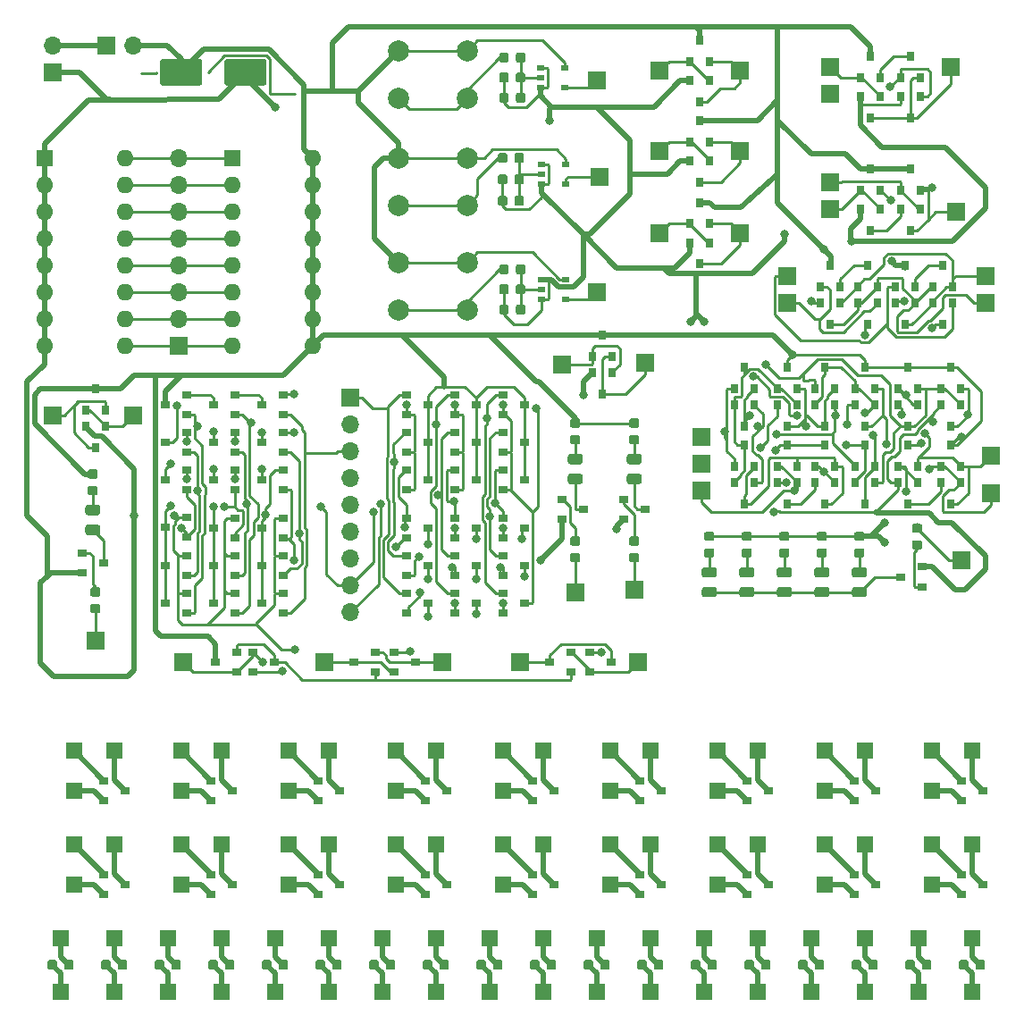
<source format=gbr>
G04 #@! TF.GenerationSoftware,KiCad,Pcbnew,(5.1.5)-3*
G04 #@! TF.CreationDate,2020-01-30T19:41:33+01:00*
G04 #@! TF.ProjectId,TestingBoard,54657374-696e-4674-926f-6172642e6b69,rev?*
G04 #@! TF.SameCoordinates,Original*
G04 #@! TF.FileFunction,Copper,L1,Top*
G04 #@! TF.FilePolarity,Positive*
%FSLAX46Y46*%
G04 Gerber Fmt 4.6, Leading zero omitted, Abs format (unit mm)*
G04 Created by KiCad (PCBNEW (5.1.5)-3) date 2020-01-30 19:41:33*
%MOMM*%
%LPD*%
G04 APERTURE LIST*
%ADD10R,1.500000X1.500000*%
%ADD11C,0.100000*%
%ADD12R,0.800000X0.900000*%
%ADD13R,1.700000X1.700000*%
%ADD14R,0.900000X0.800000*%
%ADD15O,1.700000X1.700000*%
%ADD16O,1.600000X1.600000*%
%ADD17R,1.600000X1.600000*%
%ADD18C,2.000000*%
%ADD19R,0.700000X0.510000*%
%ADD20C,0.800000*%
%ADD21C,0.250000*%
%ADD22C,0.500000*%
G04 APERTURE END LIST*
D10*
X100330000Y-140970000D03*
X90170000Y-146050000D03*
X100330000Y-146050000D03*
X90170000Y-140970000D03*
G04 #@! TA.AperFunction,SMDPad,CuDef*
D11*
G36*
X99782691Y-143036053D02*
G01*
X99803926Y-143039203D01*
X99824750Y-143044419D01*
X99844962Y-143051651D01*
X99864368Y-143060830D01*
X99882781Y-143071866D01*
X99900024Y-143084654D01*
X99915930Y-143099070D01*
X99930346Y-143114976D01*
X99943134Y-143132219D01*
X99954170Y-143150632D01*
X99963349Y-143170038D01*
X99970581Y-143190250D01*
X99975797Y-143211074D01*
X99978947Y-143232309D01*
X99980000Y-143253750D01*
X99980000Y-143766250D01*
X99978947Y-143787691D01*
X99975797Y-143808926D01*
X99970581Y-143829750D01*
X99963349Y-143849962D01*
X99954170Y-143869368D01*
X99943134Y-143887781D01*
X99930346Y-143905024D01*
X99915930Y-143920930D01*
X99900024Y-143935346D01*
X99882781Y-143948134D01*
X99864368Y-143959170D01*
X99844962Y-143968349D01*
X99824750Y-143975581D01*
X99803926Y-143980797D01*
X99782691Y-143983947D01*
X99761250Y-143985000D01*
X99323750Y-143985000D01*
X99302309Y-143983947D01*
X99281074Y-143980797D01*
X99260250Y-143975581D01*
X99240038Y-143968349D01*
X99220632Y-143959170D01*
X99202219Y-143948134D01*
X99184976Y-143935346D01*
X99169070Y-143920930D01*
X99154654Y-143905024D01*
X99141866Y-143887781D01*
X99130830Y-143869368D01*
X99121651Y-143849962D01*
X99114419Y-143829750D01*
X99109203Y-143808926D01*
X99106053Y-143787691D01*
X99105000Y-143766250D01*
X99105000Y-143253750D01*
X99106053Y-143232309D01*
X99109203Y-143211074D01*
X99114419Y-143190250D01*
X99121651Y-143170038D01*
X99130830Y-143150632D01*
X99141866Y-143132219D01*
X99154654Y-143114976D01*
X99169070Y-143099070D01*
X99184976Y-143084654D01*
X99202219Y-143071866D01*
X99220632Y-143060830D01*
X99240038Y-143051651D01*
X99260250Y-143044419D01*
X99281074Y-143039203D01*
X99302309Y-143036053D01*
X99323750Y-143035000D01*
X99761250Y-143035000D01*
X99782691Y-143036053D01*
G37*
G04 #@! TD.AperFunction*
G04 #@! TA.AperFunction,SMDPad,CuDef*
G36*
X101357691Y-143036053D02*
G01*
X101378926Y-143039203D01*
X101399750Y-143044419D01*
X101419962Y-143051651D01*
X101439368Y-143060830D01*
X101457781Y-143071866D01*
X101475024Y-143084654D01*
X101490930Y-143099070D01*
X101505346Y-143114976D01*
X101518134Y-143132219D01*
X101529170Y-143150632D01*
X101538349Y-143170038D01*
X101545581Y-143190250D01*
X101550797Y-143211074D01*
X101553947Y-143232309D01*
X101555000Y-143253750D01*
X101555000Y-143766250D01*
X101553947Y-143787691D01*
X101550797Y-143808926D01*
X101545581Y-143829750D01*
X101538349Y-143849962D01*
X101529170Y-143869368D01*
X101518134Y-143887781D01*
X101505346Y-143905024D01*
X101490930Y-143920930D01*
X101475024Y-143935346D01*
X101457781Y-143948134D01*
X101439368Y-143959170D01*
X101419962Y-143968349D01*
X101399750Y-143975581D01*
X101378926Y-143980797D01*
X101357691Y-143983947D01*
X101336250Y-143985000D01*
X100898750Y-143985000D01*
X100877309Y-143983947D01*
X100856074Y-143980797D01*
X100835250Y-143975581D01*
X100815038Y-143968349D01*
X100795632Y-143959170D01*
X100777219Y-143948134D01*
X100759976Y-143935346D01*
X100744070Y-143920930D01*
X100729654Y-143905024D01*
X100716866Y-143887781D01*
X100705830Y-143869368D01*
X100696651Y-143849962D01*
X100689419Y-143829750D01*
X100684203Y-143808926D01*
X100681053Y-143787691D01*
X100680000Y-143766250D01*
X100680000Y-143253750D01*
X100681053Y-143232309D01*
X100684203Y-143211074D01*
X100689419Y-143190250D01*
X100696651Y-143170038D01*
X100705830Y-143150632D01*
X100716866Y-143132219D01*
X100729654Y-143114976D01*
X100744070Y-143099070D01*
X100759976Y-143084654D01*
X100777219Y-143071866D01*
X100795632Y-143060830D01*
X100815038Y-143051651D01*
X100835250Y-143044419D01*
X100856074Y-143039203D01*
X100877309Y-143036053D01*
X100898750Y-143035000D01*
X101336250Y-143035000D01*
X101357691Y-143036053D01*
G37*
G04 #@! TD.AperFunction*
G04 #@! TA.AperFunction,SMDPad,CuDef*
G36*
X94702691Y-143036053D02*
G01*
X94723926Y-143039203D01*
X94744750Y-143044419D01*
X94764962Y-143051651D01*
X94784368Y-143060830D01*
X94802781Y-143071866D01*
X94820024Y-143084654D01*
X94835930Y-143099070D01*
X94850346Y-143114976D01*
X94863134Y-143132219D01*
X94874170Y-143150632D01*
X94883349Y-143170038D01*
X94890581Y-143190250D01*
X94895797Y-143211074D01*
X94898947Y-143232309D01*
X94900000Y-143253750D01*
X94900000Y-143766250D01*
X94898947Y-143787691D01*
X94895797Y-143808926D01*
X94890581Y-143829750D01*
X94883349Y-143849962D01*
X94874170Y-143869368D01*
X94863134Y-143887781D01*
X94850346Y-143905024D01*
X94835930Y-143920930D01*
X94820024Y-143935346D01*
X94802781Y-143948134D01*
X94784368Y-143959170D01*
X94764962Y-143968349D01*
X94744750Y-143975581D01*
X94723926Y-143980797D01*
X94702691Y-143983947D01*
X94681250Y-143985000D01*
X94243750Y-143985000D01*
X94222309Y-143983947D01*
X94201074Y-143980797D01*
X94180250Y-143975581D01*
X94160038Y-143968349D01*
X94140632Y-143959170D01*
X94122219Y-143948134D01*
X94104976Y-143935346D01*
X94089070Y-143920930D01*
X94074654Y-143905024D01*
X94061866Y-143887781D01*
X94050830Y-143869368D01*
X94041651Y-143849962D01*
X94034419Y-143829750D01*
X94029203Y-143808926D01*
X94026053Y-143787691D01*
X94025000Y-143766250D01*
X94025000Y-143253750D01*
X94026053Y-143232309D01*
X94029203Y-143211074D01*
X94034419Y-143190250D01*
X94041651Y-143170038D01*
X94050830Y-143150632D01*
X94061866Y-143132219D01*
X94074654Y-143114976D01*
X94089070Y-143099070D01*
X94104976Y-143084654D01*
X94122219Y-143071866D01*
X94140632Y-143060830D01*
X94160038Y-143051651D01*
X94180250Y-143044419D01*
X94201074Y-143039203D01*
X94222309Y-143036053D01*
X94243750Y-143035000D01*
X94681250Y-143035000D01*
X94702691Y-143036053D01*
G37*
G04 #@! TD.AperFunction*
G04 #@! TA.AperFunction,SMDPad,CuDef*
G36*
X96277691Y-143036053D02*
G01*
X96298926Y-143039203D01*
X96319750Y-143044419D01*
X96339962Y-143051651D01*
X96359368Y-143060830D01*
X96377781Y-143071866D01*
X96395024Y-143084654D01*
X96410930Y-143099070D01*
X96425346Y-143114976D01*
X96438134Y-143132219D01*
X96449170Y-143150632D01*
X96458349Y-143170038D01*
X96465581Y-143190250D01*
X96470797Y-143211074D01*
X96473947Y-143232309D01*
X96475000Y-143253750D01*
X96475000Y-143766250D01*
X96473947Y-143787691D01*
X96470797Y-143808926D01*
X96465581Y-143829750D01*
X96458349Y-143849962D01*
X96449170Y-143869368D01*
X96438134Y-143887781D01*
X96425346Y-143905024D01*
X96410930Y-143920930D01*
X96395024Y-143935346D01*
X96377781Y-143948134D01*
X96359368Y-143959170D01*
X96339962Y-143968349D01*
X96319750Y-143975581D01*
X96298926Y-143980797D01*
X96277691Y-143983947D01*
X96256250Y-143985000D01*
X95818750Y-143985000D01*
X95797309Y-143983947D01*
X95776074Y-143980797D01*
X95755250Y-143975581D01*
X95735038Y-143968349D01*
X95715632Y-143959170D01*
X95697219Y-143948134D01*
X95679976Y-143935346D01*
X95664070Y-143920930D01*
X95649654Y-143905024D01*
X95636866Y-143887781D01*
X95625830Y-143869368D01*
X95616651Y-143849962D01*
X95609419Y-143829750D01*
X95604203Y-143808926D01*
X95601053Y-143787691D01*
X95600000Y-143766250D01*
X95600000Y-143253750D01*
X95601053Y-143232309D01*
X95604203Y-143211074D01*
X95609419Y-143190250D01*
X95616651Y-143170038D01*
X95625830Y-143150632D01*
X95636866Y-143132219D01*
X95649654Y-143114976D01*
X95664070Y-143099070D01*
X95679976Y-143084654D01*
X95697219Y-143071866D01*
X95715632Y-143060830D01*
X95735038Y-143051651D01*
X95755250Y-143044419D01*
X95776074Y-143039203D01*
X95797309Y-143036053D01*
X95818750Y-143035000D01*
X96256250Y-143035000D01*
X96277691Y-143036053D01*
G37*
G04 #@! TD.AperFunction*
G04 #@! TA.AperFunction,SMDPad,CuDef*
G36*
X91197691Y-143036053D02*
G01*
X91218926Y-143039203D01*
X91239750Y-143044419D01*
X91259962Y-143051651D01*
X91279368Y-143060830D01*
X91297781Y-143071866D01*
X91315024Y-143084654D01*
X91330930Y-143099070D01*
X91345346Y-143114976D01*
X91358134Y-143132219D01*
X91369170Y-143150632D01*
X91378349Y-143170038D01*
X91385581Y-143190250D01*
X91390797Y-143211074D01*
X91393947Y-143232309D01*
X91395000Y-143253750D01*
X91395000Y-143766250D01*
X91393947Y-143787691D01*
X91390797Y-143808926D01*
X91385581Y-143829750D01*
X91378349Y-143849962D01*
X91369170Y-143869368D01*
X91358134Y-143887781D01*
X91345346Y-143905024D01*
X91330930Y-143920930D01*
X91315024Y-143935346D01*
X91297781Y-143948134D01*
X91279368Y-143959170D01*
X91259962Y-143968349D01*
X91239750Y-143975581D01*
X91218926Y-143980797D01*
X91197691Y-143983947D01*
X91176250Y-143985000D01*
X90738750Y-143985000D01*
X90717309Y-143983947D01*
X90696074Y-143980797D01*
X90675250Y-143975581D01*
X90655038Y-143968349D01*
X90635632Y-143959170D01*
X90617219Y-143948134D01*
X90599976Y-143935346D01*
X90584070Y-143920930D01*
X90569654Y-143905024D01*
X90556866Y-143887781D01*
X90545830Y-143869368D01*
X90536651Y-143849962D01*
X90529419Y-143829750D01*
X90524203Y-143808926D01*
X90521053Y-143787691D01*
X90520000Y-143766250D01*
X90520000Y-143253750D01*
X90521053Y-143232309D01*
X90524203Y-143211074D01*
X90529419Y-143190250D01*
X90536651Y-143170038D01*
X90545830Y-143150632D01*
X90556866Y-143132219D01*
X90569654Y-143114976D01*
X90584070Y-143099070D01*
X90599976Y-143084654D01*
X90617219Y-143071866D01*
X90635632Y-143060830D01*
X90655038Y-143051651D01*
X90675250Y-143044419D01*
X90696074Y-143039203D01*
X90717309Y-143036053D01*
X90738750Y-143035000D01*
X91176250Y-143035000D01*
X91197691Y-143036053D01*
G37*
G04 #@! TD.AperFunction*
G04 #@! TA.AperFunction,SMDPad,CuDef*
G36*
X89622691Y-143036053D02*
G01*
X89643926Y-143039203D01*
X89664750Y-143044419D01*
X89684962Y-143051651D01*
X89704368Y-143060830D01*
X89722781Y-143071866D01*
X89740024Y-143084654D01*
X89755930Y-143099070D01*
X89770346Y-143114976D01*
X89783134Y-143132219D01*
X89794170Y-143150632D01*
X89803349Y-143170038D01*
X89810581Y-143190250D01*
X89815797Y-143211074D01*
X89818947Y-143232309D01*
X89820000Y-143253750D01*
X89820000Y-143766250D01*
X89818947Y-143787691D01*
X89815797Y-143808926D01*
X89810581Y-143829750D01*
X89803349Y-143849962D01*
X89794170Y-143869368D01*
X89783134Y-143887781D01*
X89770346Y-143905024D01*
X89755930Y-143920930D01*
X89740024Y-143935346D01*
X89722781Y-143948134D01*
X89704368Y-143959170D01*
X89684962Y-143968349D01*
X89664750Y-143975581D01*
X89643926Y-143980797D01*
X89622691Y-143983947D01*
X89601250Y-143985000D01*
X89163750Y-143985000D01*
X89142309Y-143983947D01*
X89121074Y-143980797D01*
X89100250Y-143975581D01*
X89080038Y-143968349D01*
X89060632Y-143959170D01*
X89042219Y-143948134D01*
X89024976Y-143935346D01*
X89009070Y-143920930D01*
X88994654Y-143905024D01*
X88981866Y-143887781D01*
X88970830Y-143869368D01*
X88961651Y-143849962D01*
X88954419Y-143829750D01*
X88949203Y-143808926D01*
X88946053Y-143787691D01*
X88945000Y-143766250D01*
X88945000Y-143253750D01*
X88946053Y-143232309D01*
X88949203Y-143211074D01*
X88954419Y-143190250D01*
X88961651Y-143170038D01*
X88970830Y-143150632D01*
X88981866Y-143132219D01*
X88994654Y-143114976D01*
X89009070Y-143099070D01*
X89024976Y-143084654D01*
X89042219Y-143071866D01*
X89060632Y-143060830D01*
X89080038Y-143051651D01*
X89100250Y-143044419D01*
X89121074Y-143039203D01*
X89142309Y-143036053D01*
X89163750Y-143035000D01*
X89601250Y-143035000D01*
X89622691Y-143036053D01*
G37*
G04 #@! TD.AperFunction*
D10*
X95250000Y-146050000D03*
X95250000Y-140970000D03*
D12*
X85598000Y-89392000D03*
X84648000Y-87392000D03*
X86548000Y-87392000D03*
X84648000Y-85836000D03*
X86548000Y-85836000D03*
X85598000Y-83836000D03*
D13*
X89662000Y-86487000D03*
X81788000Y-86614000D03*
D12*
X36642000Y-90916000D03*
X38542000Y-90916000D03*
X37592000Y-88916000D03*
X38542000Y-92472000D03*
X36642000Y-92472000D03*
X37592000Y-94472000D03*
D13*
X41148000Y-91440000D03*
X33528000Y-91440000D03*
G04 #@! TA.AperFunction,SMDPad,CuDef*
D11*
G36*
X83335691Y-102916053D02*
G01*
X83356926Y-102919203D01*
X83377750Y-102924419D01*
X83397962Y-102931651D01*
X83417368Y-102940830D01*
X83435781Y-102951866D01*
X83453024Y-102964654D01*
X83468930Y-102979070D01*
X83483346Y-102994976D01*
X83496134Y-103012219D01*
X83507170Y-103030632D01*
X83516349Y-103050038D01*
X83523581Y-103070250D01*
X83528797Y-103091074D01*
X83531947Y-103112309D01*
X83533000Y-103133750D01*
X83533000Y-103571250D01*
X83531947Y-103592691D01*
X83528797Y-103613926D01*
X83523581Y-103634750D01*
X83516349Y-103654962D01*
X83507170Y-103674368D01*
X83496134Y-103692781D01*
X83483346Y-103710024D01*
X83468930Y-103725930D01*
X83453024Y-103740346D01*
X83435781Y-103753134D01*
X83417368Y-103764170D01*
X83397962Y-103773349D01*
X83377750Y-103780581D01*
X83356926Y-103785797D01*
X83335691Y-103788947D01*
X83314250Y-103790000D01*
X82801750Y-103790000D01*
X82780309Y-103788947D01*
X82759074Y-103785797D01*
X82738250Y-103780581D01*
X82718038Y-103773349D01*
X82698632Y-103764170D01*
X82680219Y-103753134D01*
X82662976Y-103740346D01*
X82647070Y-103725930D01*
X82632654Y-103710024D01*
X82619866Y-103692781D01*
X82608830Y-103674368D01*
X82599651Y-103654962D01*
X82592419Y-103634750D01*
X82587203Y-103613926D01*
X82584053Y-103592691D01*
X82583000Y-103571250D01*
X82583000Y-103133750D01*
X82584053Y-103112309D01*
X82587203Y-103091074D01*
X82592419Y-103070250D01*
X82599651Y-103050038D01*
X82608830Y-103030632D01*
X82619866Y-103012219D01*
X82632654Y-102994976D01*
X82647070Y-102979070D01*
X82662976Y-102964654D01*
X82680219Y-102951866D01*
X82698632Y-102940830D01*
X82718038Y-102931651D01*
X82738250Y-102924419D01*
X82759074Y-102919203D01*
X82780309Y-102916053D01*
X82801750Y-102915000D01*
X83314250Y-102915000D01*
X83335691Y-102916053D01*
G37*
G04 #@! TD.AperFunction*
G04 #@! TA.AperFunction,SMDPad,CuDef*
G36*
X83335691Y-104491053D02*
G01*
X83356926Y-104494203D01*
X83377750Y-104499419D01*
X83397962Y-104506651D01*
X83417368Y-104515830D01*
X83435781Y-104526866D01*
X83453024Y-104539654D01*
X83468930Y-104554070D01*
X83483346Y-104569976D01*
X83496134Y-104587219D01*
X83507170Y-104605632D01*
X83516349Y-104625038D01*
X83523581Y-104645250D01*
X83528797Y-104666074D01*
X83531947Y-104687309D01*
X83533000Y-104708750D01*
X83533000Y-105146250D01*
X83531947Y-105167691D01*
X83528797Y-105188926D01*
X83523581Y-105209750D01*
X83516349Y-105229962D01*
X83507170Y-105249368D01*
X83496134Y-105267781D01*
X83483346Y-105285024D01*
X83468930Y-105300930D01*
X83453024Y-105315346D01*
X83435781Y-105328134D01*
X83417368Y-105339170D01*
X83397962Y-105348349D01*
X83377750Y-105355581D01*
X83356926Y-105360797D01*
X83335691Y-105363947D01*
X83314250Y-105365000D01*
X82801750Y-105365000D01*
X82780309Y-105363947D01*
X82759074Y-105360797D01*
X82738250Y-105355581D01*
X82718038Y-105348349D01*
X82698632Y-105339170D01*
X82680219Y-105328134D01*
X82662976Y-105315346D01*
X82647070Y-105300930D01*
X82632654Y-105285024D01*
X82619866Y-105267781D01*
X82608830Y-105249368D01*
X82599651Y-105229962D01*
X82592419Y-105209750D01*
X82587203Y-105188926D01*
X82584053Y-105167691D01*
X82583000Y-105146250D01*
X82583000Y-104708750D01*
X82584053Y-104687309D01*
X82587203Y-104666074D01*
X82592419Y-104645250D01*
X82599651Y-104625038D01*
X82608830Y-104605632D01*
X82619866Y-104587219D01*
X82632654Y-104569976D01*
X82647070Y-104554070D01*
X82662976Y-104539654D01*
X82680219Y-104526866D01*
X82698632Y-104515830D01*
X82718038Y-104506651D01*
X82738250Y-104499419D01*
X82759074Y-104494203D01*
X82780309Y-104491053D01*
X82801750Y-104490000D01*
X83314250Y-104490000D01*
X83335691Y-104491053D01*
G37*
G04 #@! TD.AperFunction*
D14*
X50784000Y-103058000D03*
X50784000Y-101158000D03*
X48784000Y-102108000D03*
X54530500Y-114808000D03*
X52530500Y-115758000D03*
X52530500Y-113858000D03*
G04 #@! TA.AperFunction,SMDPad,CuDef*
D11*
G36*
X53592504Y-57679204D02*
G01*
X53616773Y-57682804D01*
X53640571Y-57688765D01*
X53663671Y-57697030D01*
X53685849Y-57707520D01*
X53706893Y-57720133D01*
X53726598Y-57734747D01*
X53744777Y-57751223D01*
X53761253Y-57769402D01*
X53775867Y-57789107D01*
X53788480Y-57810151D01*
X53798970Y-57832329D01*
X53807235Y-57855429D01*
X53813196Y-57879227D01*
X53816796Y-57903496D01*
X53818000Y-57928000D01*
X53818000Y-59928000D01*
X53816796Y-59952504D01*
X53813196Y-59976773D01*
X53807235Y-60000571D01*
X53798970Y-60023671D01*
X53788480Y-60045849D01*
X53775867Y-60066893D01*
X53761253Y-60086598D01*
X53744777Y-60104777D01*
X53726598Y-60121253D01*
X53706893Y-60135867D01*
X53685849Y-60148480D01*
X53663671Y-60158970D01*
X53640571Y-60167235D01*
X53616773Y-60173196D01*
X53592504Y-60176796D01*
X53568000Y-60178000D01*
X50068000Y-60178000D01*
X50043496Y-60176796D01*
X50019227Y-60173196D01*
X49995429Y-60167235D01*
X49972329Y-60158970D01*
X49950151Y-60148480D01*
X49929107Y-60135867D01*
X49909402Y-60121253D01*
X49891223Y-60104777D01*
X49874747Y-60086598D01*
X49860133Y-60066893D01*
X49847520Y-60045849D01*
X49837030Y-60023671D01*
X49828765Y-60000571D01*
X49822804Y-59976773D01*
X49819204Y-59952504D01*
X49818000Y-59928000D01*
X49818000Y-57928000D01*
X49819204Y-57903496D01*
X49822804Y-57879227D01*
X49828765Y-57855429D01*
X49837030Y-57832329D01*
X49847520Y-57810151D01*
X49860133Y-57789107D01*
X49874747Y-57769402D01*
X49891223Y-57751223D01*
X49909402Y-57734747D01*
X49929107Y-57720133D01*
X49950151Y-57707520D01*
X49972329Y-57697030D01*
X49995429Y-57688765D01*
X50019227Y-57682804D01*
X50043496Y-57679204D01*
X50068000Y-57678000D01*
X53568000Y-57678000D01*
X53592504Y-57679204D01*
G37*
G04 #@! TD.AperFunction*
G04 #@! TA.AperFunction,SMDPad,CuDef*
G36*
X47492504Y-57679204D02*
G01*
X47516773Y-57682804D01*
X47540571Y-57688765D01*
X47563671Y-57697030D01*
X47585849Y-57707520D01*
X47606893Y-57720133D01*
X47626598Y-57734747D01*
X47644777Y-57751223D01*
X47661253Y-57769402D01*
X47675867Y-57789107D01*
X47688480Y-57810151D01*
X47698970Y-57832329D01*
X47707235Y-57855429D01*
X47713196Y-57879227D01*
X47716796Y-57903496D01*
X47718000Y-57928000D01*
X47718000Y-59928000D01*
X47716796Y-59952504D01*
X47713196Y-59976773D01*
X47707235Y-60000571D01*
X47698970Y-60023671D01*
X47688480Y-60045849D01*
X47675867Y-60066893D01*
X47661253Y-60086598D01*
X47644777Y-60104777D01*
X47626598Y-60121253D01*
X47606893Y-60135867D01*
X47585849Y-60148480D01*
X47563671Y-60158970D01*
X47540571Y-60167235D01*
X47516773Y-60173196D01*
X47492504Y-60176796D01*
X47468000Y-60178000D01*
X43968000Y-60178000D01*
X43943496Y-60176796D01*
X43919227Y-60173196D01*
X43895429Y-60167235D01*
X43872329Y-60158970D01*
X43850151Y-60148480D01*
X43829107Y-60135867D01*
X43809402Y-60121253D01*
X43791223Y-60104777D01*
X43774747Y-60086598D01*
X43760133Y-60066893D01*
X43747520Y-60045849D01*
X43737030Y-60023671D01*
X43728765Y-60000571D01*
X43722804Y-59976773D01*
X43719204Y-59952504D01*
X43718000Y-59928000D01*
X43718000Y-57928000D01*
X43719204Y-57903496D01*
X43722804Y-57879227D01*
X43728765Y-57855429D01*
X43737030Y-57832329D01*
X43747520Y-57810151D01*
X43760133Y-57789107D01*
X43774747Y-57769402D01*
X43791223Y-57751223D01*
X43809402Y-57734747D01*
X43829107Y-57720133D01*
X43850151Y-57707520D01*
X43872329Y-57697030D01*
X43895429Y-57688765D01*
X43919227Y-57682804D01*
X43943496Y-57679204D01*
X43968000Y-57678000D01*
X47468000Y-57678000D01*
X47492504Y-57679204D01*
G37*
G04 #@! TD.AperFunction*
G04 #@! TA.AperFunction,SMDPad,CuDef*
G36*
X76541691Y-80933053D02*
G01*
X76562926Y-80936203D01*
X76583750Y-80941419D01*
X76603962Y-80948651D01*
X76623368Y-80957830D01*
X76641781Y-80968866D01*
X76659024Y-80981654D01*
X76674930Y-80996070D01*
X76689346Y-81011976D01*
X76702134Y-81029219D01*
X76713170Y-81047632D01*
X76722349Y-81067038D01*
X76729581Y-81087250D01*
X76734797Y-81108074D01*
X76737947Y-81129309D01*
X76739000Y-81150750D01*
X76739000Y-81663250D01*
X76737947Y-81684691D01*
X76734797Y-81705926D01*
X76729581Y-81726750D01*
X76722349Y-81746962D01*
X76713170Y-81766368D01*
X76702134Y-81784781D01*
X76689346Y-81802024D01*
X76674930Y-81817930D01*
X76659024Y-81832346D01*
X76641781Y-81845134D01*
X76623368Y-81856170D01*
X76603962Y-81865349D01*
X76583750Y-81872581D01*
X76562926Y-81877797D01*
X76541691Y-81880947D01*
X76520250Y-81882000D01*
X76082750Y-81882000D01*
X76061309Y-81880947D01*
X76040074Y-81877797D01*
X76019250Y-81872581D01*
X75999038Y-81865349D01*
X75979632Y-81856170D01*
X75961219Y-81845134D01*
X75943976Y-81832346D01*
X75928070Y-81817930D01*
X75913654Y-81802024D01*
X75900866Y-81784781D01*
X75889830Y-81766368D01*
X75880651Y-81746962D01*
X75873419Y-81726750D01*
X75868203Y-81705926D01*
X75865053Y-81684691D01*
X75864000Y-81663250D01*
X75864000Y-81150750D01*
X75865053Y-81129309D01*
X75868203Y-81108074D01*
X75873419Y-81087250D01*
X75880651Y-81067038D01*
X75889830Y-81047632D01*
X75900866Y-81029219D01*
X75913654Y-81011976D01*
X75928070Y-80996070D01*
X75943976Y-80981654D01*
X75961219Y-80968866D01*
X75979632Y-80957830D01*
X75999038Y-80948651D01*
X76019250Y-80941419D01*
X76040074Y-80936203D01*
X76061309Y-80933053D01*
X76082750Y-80932000D01*
X76520250Y-80932000D01*
X76541691Y-80933053D01*
G37*
G04 #@! TD.AperFunction*
G04 #@! TA.AperFunction,SMDPad,CuDef*
G36*
X78116691Y-80933053D02*
G01*
X78137926Y-80936203D01*
X78158750Y-80941419D01*
X78178962Y-80948651D01*
X78198368Y-80957830D01*
X78216781Y-80968866D01*
X78234024Y-80981654D01*
X78249930Y-80996070D01*
X78264346Y-81011976D01*
X78277134Y-81029219D01*
X78288170Y-81047632D01*
X78297349Y-81067038D01*
X78304581Y-81087250D01*
X78309797Y-81108074D01*
X78312947Y-81129309D01*
X78314000Y-81150750D01*
X78314000Y-81663250D01*
X78312947Y-81684691D01*
X78309797Y-81705926D01*
X78304581Y-81726750D01*
X78297349Y-81746962D01*
X78288170Y-81766368D01*
X78277134Y-81784781D01*
X78264346Y-81802024D01*
X78249930Y-81817930D01*
X78234024Y-81832346D01*
X78216781Y-81845134D01*
X78198368Y-81856170D01*
X78178962Y-81865349D01*
X78158750Y-81872581D01*
X78137926Y-81877797D01*
X78116691Y-81880947D01*
X78095250Y-81882000D01*
X77657750Y-81882000D01*
X77636309Y-81880947D01*
X77615074Y-81877797D01*
X77594250Y-81872581D01*
X77574038Y-81865349D01*
X77554632Y-81856170D01*
X77536219Y-81845134D01*
X77518976Y-81832346D01*
X77503070Y-81817930D01*
X77488654Y-81802024D01*
X77475866Y-81784781D01*
X77464830Y-81766368D01*
X77455651Y-81746962D01*
X77448419Y-81726750D01*
X77443203Y-81705926D01*
X77440053Y-81684691D01*
X77439000Y-81663250D01*
X77439000Y-81150750D01*
X77440053Y-81129309D01*
X77443203Y-81108074D01*
X77448419Y-81087250D01*
X77455651Y-81067038D01*
X77464830Y-81047632D01*
X77475866Y-81029219D01*
X77488654Y-81011976D01*
X77503070Y-80996070D01*
X77518976Y-80981654D01*
X77536219Y-80968866D01*
X77554632Y-80957830D01*
X77574038Y-80948651D01*
X77594250Y-80941419D01*
X77615074Y-80936203D01*
X77636309Y-80933053D01*
X77657750Y-80932000D01*
X78095250Y-80932000D01*
X78116691Y-80933053D01*
G37*
G04 #@! TD.AperFunction*
G04 #@! TA.AperFunction,SMDPad,CuDef*
G36*
X78116691Y-60867053D02*
G01*
X78137926Y-60870203D01*
X78158750Y-60875419D01*
X78178962Y-60882651D01*
X78198368Y-60891830D01*
X78216781Y-60902866D01*
X78234024Y-60915654D01*
X78249930Y-60930070D01*
X78264346Y-60945976D01*
X78277134Y-60963219D01*
X78288170Y-60981632D01*
X78297349Y-61001038D01*
X78304581Y-61021250D01*
X78309797Y-61042074D01*
X78312947Y-61063309D01*
X78314000Y-61084750D01*
X78314000Y-61597250D01*
X78312947Y-61618691D01*
X78309797Y-61639926D01*
X78304581Y-61660750D01*
X78297349Y-61680962D01*
X78288170Y-61700368D01*
X78277134Y-61718781D01*
X78264346Y-61736024D01*
X78249930Y-61751930D01*
X78234024Y-61766346D01*
X78216781Y-61779134D01*
X78198368Y-61790170D01*
X78178962Y-61799349D01*
X78158750Y-61806581D01*
X78137926Y-61811797D01*
X78116691Y-61814947D01*
X78095250Y-61816000D01*
X77657750Y-61816000D01*
X77636309Y-61814947D01*
X77615074Y-61811797D01*
X77594250Y-61806581D01*
X77574038Y-61799349D01*
X77554632Y-61790170D01*
X77536219Y-61779134D01*
X77518976Y-61766346D01*
X77503070Y-61751930D01*
X77488654Y-61736024D01*
X77475866Y-61718781D01*
X77464830Y-61700368D01*
X77455651Y-61680962D01*
X77448419Y-61660750D01*
X77443203Y-61639926D01*
X77440053Y-61618691D01*
X77439000Y-61597250D01*
X77439000Y-61084750D01*
X77440053Y-61063309D01*
X77443203Y-61042074D01*
X77448419Y-61021250D01*
X77455651Y-61001038D01*
X77464830Y-60981632D01*
X77475866Y-60963219D01*
X77488654Y-60945976D01*
X77503070Y-60930070D01*
X77518976Y-60915654D01*
X77536219Y-60902866D01*
X77554632Y-60891830D01*
X77574038Y-60882651D01*
X77594250Y-60875419D01*
X77615074Y-60870203D01*
X77636309Y-60867053D01*
X77657750Y-60866000D01*
X78095250Y-60866000D01*
X78116691Y-60867053D01*
G37*
G04 #@! TD.AperFunction*
G04 #@! TA.AperFunction,SMDPad,CuDef*
G36*
X76541691Y-60867053D02*
G01*
X76562926Y-60870203D01*
X76583750Y-60875419D01*
X76603962Y-60882651D01*
X76623368Y-60891830D01*
X76641781Y-60902866D01*
X76659024Y-60915654D01*
X76674930Y-60930070D01*
X76689346Y-60945976D01*
X76702134Y-60963219D01*
X76713170Y-60981632D01*
X76722349Y-61001038D01*
X76729581Y-61021250D01*
X76734797Y-61042074D01*
X76737947Y-61063309D01*
X76739000Y-61084750D01*
X76739000Y-61597250D01*
X76737947Y-61618691D01*
X76734797Y-61639926D01*
X76729581Y-61660750D01*
X76722349Y-61680962D01*
X76713170Y-61700368D01*
X76702134Y-61718781D01*
X76689346Y-61736024D01*
X76674930Y-61751930D01*
X76659024Y-61766346D01*
X76641781Y-61779134D01*
X76623368Y-61790170D01*
X76603962Y-61799349D01*
X76583750Y-61806581D01*
X76562926Y-61811797D01*
X76541691Y-61814947D01*
X76520250Y-61816000D01*
X76082750Y-61816000D01*
X76061309Y-61814947D01*
X76040074Y-61811797D01*
X76019250Y-61806581D01*
X75999038Y-61799349D01*
X75979632Y-61790170D01*
X75961219Y-61779134D01*
X75943976Y-61766346D01*
X75928070Y-61751930D01*
X75913654Y-61736024D01*
X75900866Y-61718781D01*
X75889830Y-61700368D01*
X75880651Y-61680962D01*
X75873419Y-61660750D01*
X75868203Y-61639926D01*
X75865053Y-61618691D01*
X75864000Y-61597250D01*
X75864000Y-61084750D01*
X75865053Y-61063309D01*
X75868203Y-61042074D01*
X75873419Y-61021250D01*
X75880651Y-61001038D01*
X75889830Y-60981632D01*
X75900866Y-60963219D01*
X75913654Y-60945976D01*
X75928070Y-60930070D01*
X75943976Y-60915654D01*
X75961219Y-60902866D01*
X75979632Y-60891830D01*
X75999038Y-60882651D01*
X76019250Y-60875419D01*
X76040074Y-60870203D01*
X76061309Y-60867053D01*
X76082750Y-60866000D01*
X76520250Y-60866000D01*
X76541691Y-60867053D01*
G37*
G04 #@! TD.AperFunction*
G04 #@! TA.AperFunction,SMDPad,CuDef*
G36*
X77989691Y-70646053D02*
G01*
X78010926Y-70649203D01*
X78031750Y-70654419D01*
X78051962Y-70661651D01*
X78071368Y-70670830D01*
X78089781Y-70681866D01*
X78107024Y-70694654D01*
X78122930Y-70709070D01*
X78137346Y-70724976D01*
X78150134Y-70742219D01*
X78161170Y-70760632D01*
X78170349Y-70780038D01*
X78177581Y-70800250D01*
X78182797Y-70821074D01*
X78185947Y-70842309D01*
X78187000Y-70863750D01*
X78187000Y-71376250D01*
X78185947Y-71397691D01*
X78182797Y-71418926D01*
X78177581Y-71439750D01*
X78170349Y-71459962D01*
X78161170Y-71479368D01*
X78150134Y-71497781D01*
X78137346Y-71515024D01*
X78122930Y-71530930D01*
X78107024Y-71545346D01*
X78089781Y-71558134D01*
X78071368Y-71569170D01*
X78051962Y-71578349D01*
X78031750Y-71585581D01*
X78010926Y-71590797D01*
X77989691Y-71593947D01*
X77968250Y-71595000D01*
X77530750Y-71595000D01*
X77509309Y-71593947D01*
X77488074Y-71590797D01*
X77467250Y-71585581D01*
X77447038Y-71578349D01*
X77427632Y-71569170D01*
X77409219Y-71558134D01*
X77391976Y-71545346D01*
X77376070Y-71530930D01*
X77361654Y-71515024D01*
X77348866Y-71497781D01*
X77337830Y-71479368D01*
X77328651Y-71459962D01*
X77321419Y-71439750D01*
X77316203Y-71418926D01*
X77313053Y-71397691D01*
X77312000Y-71376250D01*
X77312000Y-70863750D01*
X77313053Y-70842309D01*
X77316203Y-70821074D01*
X77321419Y-70800250D01*
X77328651Y-70780038D01*
X77337830Y-70760632D01*
X77348866Y-70742219D01*
X77361654Y-70724976D01*
X77376070Y-70709070D01*
X77391976Y-70694654D01*
X77409219Y-70681866D01*
X77427632Y-70670830D01*
X77447038Y-70661651D01*
X77467250Y-70654419D01*
X77488074Y-70649203D01*
X77509309Y-70646053D01*
X77530750Y-70645000D01*
X77968250Y-70645000D01*
X77989691Y-70646053D01*
G37*
G04 #@! TD.AperFunction*
G04 #@! TA.AperFunction,SMDPad,CuDef*
G36*
X76414691Y-70646053D02*
G01*
X76435926Y-70649203D01*
X76456750Y-70654419D01*
X76476962Y-70661651D01*
X76496368Y-70670830D01*
X76514781Y-70681866D01*
X76532024Y-70694654D01*
X76547930Y-70709070D01*
X76562346Y-70724976D01*
X76575134Y-70742219D01*
X76586170Y-70760632D01*
X76595349Y-70780038D01*
X76602581Y-70800250D01*
X76607797Y-70821074D01*
X76610947Y-70842309D01*
X76612000Y-70863750D01*
X76612000Y-71376250D01*
X76610947Y-71397691D01*
X76607797Y-71418926D01*
X76602581Y-71439750D01*
X76595349Y-71459962D01*
X76586170Y-71479368D01*
X76575134Y-71497781D01*
X76562346Y-71515024D01*
X76547930Y-71530930D01*
X76532024Y-71545346D01*
X76514781Y-71558134D01*
X76496368Y-71569170D01*
X76476962Y-71578349D01*
X76456750Y-71585581D01*
X76435926Y-71590797D01*
X76414691Y-71593947D01*
X76393250Y-71595000D01*
X75955750Y-71595000D01*
X75934309Y-71593947D01*
X75913074Y-71590797D01*
X75892250Y-71585581D01*
X75872038Y-71578349D01*
X75852632Y-71569170D01*
X75834219Y-71558134D01*
X75816976Y-71545346D01*
X75801070Y-71530930D01*
X75786654Y-71515024D01*
X75773866Y-71497781D01*
X75762830Y-71479368D01*
X75753651Y-71459962D01*
X75746419Y-71439750D01*
X75741203Y-71418926D01*
X75738053Y-71397691D01*
X75737000Y-71376250D01*
X75737000Y-70863750D01*
X75738053Y-70842309D01*
X75741203Y-70821074D01*
X75746419Y-70800250D01*
X75753651Y-70780038D01*
X75762830Y-70760632D01*
X75773866Y-70742219D01*
X75786654Y-70724976D01*
X75801070Y-70709070D01*
X75816976Y-70694654D01*
X75834219Y-70681866D01*
X75852632Y-70670830D01*
X75872038Y-70661651D01*
X75892250Y-70654419D01*
X75913074Y-70649203D01*
X75934309Y-70646053D01*
X75955750Y-70645000D01*
X76393250Y-70645000D01*
X76414691Y-70646053D01*
G37*
G04 #@! TD.AperFunction*
G04 #@! TA.AperFunction,SMDPad,CuDef*
G36*
X83538142Y-96971174D02*
G01*
X83561803Y-96974684D01*
X83585007Y-96980496D01*
X83607529Y-96988554D01*
X83629153Y-96998782D01*
X83649670Y-97011079D01*
X83668883Y-97025329D01*
X83686607Y-97041393D01*
X83702671Y-97059117D01*
X83716921Y-97078330D01*
X83729218Y-97098847D01*
X83739446Y-97120471D01*
X83747504Y-97142993D01*
X83753316Y-97166197D01*
X83756826Y-97189858D01*
X83758000Y-97213750D01*
X83758000Y-97701250D01*
X83756826Y-97725142D01*
X83753316Y-97748803D01*
X83747504Y-97772007D01*
X83739446Y-97794529D01*
X83729218Y-97816153D01*
X83716921Y-97836670D01*
X83702671Y-97855883D01*
X83686607Y-97873607D01*
X83668883Y-97889671D01*
X83649670Y-97903921D01*
X83629153Y-97916218D01*
X83607529Y-97926446D01*
X83585007Y-97934504D01*
X83561803Y-97940316D01*
X83538142Y-97943826D01*
X83514250Y-97945000D01*
X82601750Y-97945000D01*
X82577858Y-97943826D01*
X82554197Y-97940316D01*
X82530993Y-97934504D01*
X82508471Y-97926446D01*
X82486847Y-97916218D01*
X82466330Y-97903921D01*
X82447117Y-97889671D01*
X82429393Y-97873607D01*
X82413329Y-97855883D01*
X82399079Y-97836670D01*
X82386782Y-97816153D01*
X82376554Y-97794529D01*
X82368496Y-97772007D01*
X82362684Y-97748803D01*
X82359174Y-97725142D01*
X82358000Y-97701250D01*
X82358000Y-97213750D01*
X82359174Y-97189858D01*
X82362684Y-97166197D01*
X82368496Y-97142993D01*
X82376554Y-97120471D01*
X82386782Y-97098847D01*
X82399079Y-97078330D01*
X82413329Y-97059117D01*
X82429393Y-97041393D01*
X82447117Y-97025329D01*
X82466330Y-97011079D01*
X82486847Y-96998782D01*
X82508471Y-96988554D01*
X82530993Y-96980496D01*
X82554197Y-96974684D01*
X82577858Y-96971174D01*
X82601750Y-96970000D01*
X83514250Y-96970000D01*
X83538142Y-96971174D01*
G37*
G04 #@! TD.AperFunction*
G04 #@! TA.AperFunction,SMDPad,CuDef*
G36*
X83538142Y-95096174D02*
G01*
X83561803Y-95099684D01*
X83585007Y-95105496D01*
X83607529Y-95113554D01*
X83629153Y-95123782D01*
X83649670Y-95136079D01*
X83668883Y-95150329D01*
X83686607Y-95166393D01*
X83702671Y-95184117D01*
X83716921Y-95203330D01*
X83729218Y-95223847D01*
X83739446Y-95245471D01*
X83747504Y-95267993D01*
X83753316Y-95291197D01*
X83756826Y-95314858D01*
X83758000Y-95338750D01*
X83758000Y-95826250D01*
X83756826Y-95850142D01*
X83753316Y-95873803D01*
X83747504Y-95897007D01*
X83739446Y-95919529D01*
X83729218Y-95941153D01*
X83716921Y-95961670D01*
X83702671Y-95980883D01*
X83686607Y-95998607D01*
X83668883Y-96014671D01*
X83649670Y-96028921D01*
X83629153Y-96041218D01*
X83607529Y-96051446D01*
X83585007Y-96059504D01*
X83561803Y-96065316D01*
X83538142Y-96068826D01*
X83514250Y-96070000D01*
X82601750Y-96070000D01*
X82577858Y-96068826D01*
X82554197Y-96065316D01*
X82530993Y-96059504D01*
X82508471Y-96051446D01*
X82486847Y-96041218D01*
X82466330Y-96028921D01*
X82447117Y-96014671D01*
X82429393Y-95998607D01*
X82413329Y-95980883D01*
X82399079Y-95961670D01*
X82386782Y-95941153D01*
X82376554Y-95919529D01*
X82368496Y-95897007D01*
X82362684Y-95873803D01*
X82359174Y-95850142D01*
X82358000Y-95826250D01*
X82358000Y-95338750D01*
X82359174Y-95314858D01*
X82362684Y-95291197D01*
X82368496Y-95267993D01*
X82376554Y-95245471D01*
X82386782Y-95223847D01*
X82399079Y-95203330D01*
X82413329Y-95184117D01*
X82429393Y-95166393D01*
X82447117Y-95150329D01*
X82466330Y-95136079D01*
X82486847Y-95123782D01*
X82508471Y-95113554D01*
X82530993Y-95105496D01*
X82554197Y-95099684D01*
X82577858Y-95096174D01*
X82601750Y-95095000D01*
X83514250Y-95095000D01*
X83538142Y-95096174D01*
G37*
G04 #@! TD.AperFunction*
G04 #@! TA.AperFunction,SMDPad,CuDef*
G36*
X37818142Y-101797174D02*
G01*
X37841803Y-101800684D01*
X37865007Y-101806496D01*
X37887529Y-101814554D01*
X37909153Y-101824782D01*
X37929670Y-101837079D01*
X37948883Y-101851329D01*
X37966607Y-101867393D01*
X37982671Y-101885117D01*
X37996921Y-101904330D01*
X38009218Y-101924847D01*
X38019446Y-101946471D01*
X38027504Y-101968993D01*
X38033316Y-101992197D01*
X38036826Y-102015858D01*
X38038000Y-102039750D01*
X38038000Y-102527250D01*
X38036826Y-102551142D01*
X38033316Y-102574803D01*
X38027504Y-102598007D01*
X38019446Y-102620529D01*
X38009218Y-102642153D01*
X37996921Y-102662670D01*
X37982671Y-102681883D01*
X37966607Y-102699607D01*
X37948883Y-102715671D01*
X37929670Y-102729921D01*
X37909153Y-102742218D01*
X37887529Y-102752446D01*
X37865007Y-102760504D01*
X37841803Y-102766316D01*
X37818142Y-102769826D01*
X37794250Y-102771000D01*
X36881750Y-102771000D01*
X36857858Y-102769826D01*
X36834197Y-102766316D01*
X36810993Y-102760504D01*
X36788471Y-102752446D01*
X36766847Y-102742218D01*
X36746330Y-102729921D01*
X36727117Y-102715671D01*
X36709393Y-102699607D01*
X36693329Y-102681883D01*
X36679079Y-102662670D01*
X36666782Y-102642153D01*
X36656554Y-102620529D01*
X36648496Y-102598007D01*
X36642684Y-102574803D01*
X36639174Y-102551142D01*
X36638000Y-102527250D01*
X36638000Y-102039750D01*
X36639174Y-102015858D01*
X36642684Y-101992197D01*
X36648496Y-101968993D01*
X36656554Y-101946471D01*
X36666782Y-101924847D01*
X36679079Y-101904330D01*
X36693329Y-101885117D01*
X36709393Y-101867393D01*
X36727117Y-101851329D01*
X36746330Y-101837079D01*
X36766847Y-101824782D01*
X36788471Y-101814554D01*
X36810993Y-101806496D01*
X36834197Y-101800684D01*
X36857858Y-101797174D01*
X36881750Y-101796000D01*
X37794250Y-101796000D01*
X37818142Y-101797174D01*
G37*
G04 #@! TD.AperFunction*
G04 #@! TA.AperFunction,SMDPad,CuDef*
G36*
X37818142Y-99922174D02*
G01*
X37841803Y-99925684D01*
X37865007Y-99931496D01*
X37887529Y-99939554D01*
X37909153Y-99949782D01*
X37929670Y-99962079D01*
X37948883Y-99976329D01*
X37966607Y-99992393D01*
X37982671Y-100010117D01*
X37996921Y-100029330D01*
X38009218Y-100049847D01*
X38019446Y-100071471D01*
X38027504Y-100093993D01*
X38033316Y-100117197D01*
X38036826Y-100140858D01*
X38038000Y-100164750D01*
X38038000Y-100652250D01*
X38036826Y-100676142D01*
X38033316Y-100699803D01*
X38027504Y-100723007D01*
X38019446Y-100745529D01*
X38009218Y-100767153D01*
X37996921Y-100787670D01*
X37982671Y-100806883D01*
X37966607Y-100824607D01*
X37948883Y-100840671D01*
X37929670Y-100854921D01*
X37909153Y-100867218D01*
X37887529Y-100877446D01*
X37865007Y-100885504D01*
X37841803Y-100891316D01*
X37818142Y-100894826D01*
X37794250Y-100896000D01*
X36881750Y-100896000D01*
X36857858Y-100894826D01*
X36834197Y-100891316D01*
X36810993Y-100885504D01*
X36788471Y-100877446D01*
X36766847Y-100867218D01*
X36746330Y-100854921D01*
X36727117Y-100840671D01*
X36709393Y-100824607D01*
X36693329Y-100806883D01*
X36679079Y-100787670D01*
X36666782Y-100767153D01*
X36656554Y-100745529D01*
X36648496Y-100723007D01*
X36642684Y-100699803D01*
X36639174Y-100676142D01*
X36638000Y-100652250D01*
X36638000Y-100164750D01*
X36639174Y-100140858D01*
X36642684Y-100117197D01*
X36648496Y-100093993D01*
X36656554Y-100071471D01*
X36666782Y-100049847D01*
X36679079Y-100029330D01*
X36693329Y-100010117D01*
X36709393Y-99992393D01*
X36727117Y-99976329D01*
X36746330Y-99962079D01*
X36766847Y-99949782D01*
X36788471Y-99939554D01*
X36810993Y-99931496D01*
X36834197Y-99925684D01*
X36857858Y-99922174D01*
X36881750Y-99921000D01*
X37794250Y-99921000D01*
X37818142Y-99922174D01*
G37*
G04 #@! TD.AperFunction*
G04 #@! TA.AperFunction,SMDPad,CuDef*
G36*
X89126142Y-95096174D02*
G01*
X89149803Y-95099684D01*
X89173007Y-95105496D01*
X89195529Y-95113554D01*
X89217153Y-95123782D01*
X89237670Y-95136079D01*
X89256883Y-95150329D01*
X89274607Y-95166393D01*
X89290671Y-95184117D01*
X89304921Y-95203330D01*
X89317218Y-95223847D01*
X89327446Y-95245471D01*
X89335504Y-95267993D01*
X89341316Y-95291197D01*
X89344826Y-95314858D01*
X89346000Y-95338750D01*
X89346000Y-95826250D01*
X89344826Y-95850142D01*
X89341316Y-95873803D01*
X89335504Y-95897007D01*
X89327446Y-95919529D01*
X89317218Y-95941153D01*
X89304921Y-95961670D01*
X89290671Y-95980883D01*
X89274607Y-95998607D01*
X89256883Y-96014671D01*
X89237670Y-96028921D01*
X89217153Y-96041218D01*
X89195529Y-96051446D01*
X89173007Y-96059504D01*
X89149803Y-96065316D01*
X89126142Y-96068826D01*
X89102250Y-96070000D01*
X88189750Y-96070000D01*
X88165858Y-96068826D01*
X88142197Y-96065316D01*
X88118993Y-96059504D01*
X88096471Y-96051446D01*
X88074847Y-96041218D01*
X88054330Y-96028921D01*
X88035117Y-96014671D01*
X88017393Y-95998607D01*
X88001329Y-95980883D01*
X87987079Y-95961670D01*
X87974782Y-95941153D01*
X87964554Y-95919529D01*
X87956496Y-95897007D01*
X87950684Y-95873803D01*
X87947174Y-95850142D01*
X87946000Y-95826250D01*
X87946000Y-95338750D01*
X87947174Y-95314858D01*
X87950684Y-95291197D01*
X87956496Y-95267993D01*
X87964554Y-95245471D01*
X87974782Y-95223847D01*
X87987079Y-95203330D01*
X88001329Y-95184117D01*
X88017393Y-95166393D01*
X88035117Y-95150329D01*
X88054330Y-95136079D01*
X88074847Y-95123782D01*
X88096471Y-95113554D01*
X88118993Y-95105496D01*
X88142197Y-95099684D01*
X88165858Y-95096174D01*
X88189750Y-95095000D01*
X89102250Y-95095000D01*
X89126142Y-95096174D01*
G37*
G04 #@! TD.AperFunction*
G04 #@! TA.AperFunction,SMDPad,CuDef*
G36*
X89126142Y-96971174D02*
G01*
X89149803Y-96974684D01*
X89173007Y-96980496D01*
X89195529Y-96988554D01*
X89217153Y-96998782D01*
X89237670Y-97011079D01*
X89256883Y-97025329D01*
X89274607Y-97041393D01*
X89290671Y-97059117D01*
X89304921Y-97078330D01*
X89317218Y-97098847D01*
X89327446Y-97120471D01*
X89335504Y-97142993D01*
X89341316Y-97166197D01*
X89344826Y-97189858D01*
X89346000Y-97213750D01*
X89346000Y-97701250D01*
X89344826Y-97725142D01*
X89341316Y-97748803D01*
X89335504Y-97772007D01*
X89327446Y-97794529D01*
X89317218Y-97816153D01*
X89304921Y-97836670D01*
X89290671Y-97855883D01*
X89274607Y-97873607D01*
X89256883Y-97889671D01*
X89237670Y-97903921D01*
X89217153Y-97916218D01*
X89195529Y-97926446D01*
X89173007Y-97934504D01*
X89149803Y-97940316D01*
X89126142Y-97943826D01*
X89102250Y-97945000D01*
X88189750Y-97945000D01*
X88165858Y-97943826D01*
X88142197Y-97940316D01*
X88118993Y-97934504D01*
X88096471Y-97926446D01*
X88074847Y-97916218D01*
X88054330Y-97903921D01*
X88035117Y-97889671D01*
X88017393Y-97873607D01*
X88001329Y-97855883D01*
X87987079Y-97836670D01*
X87974782Y-97816153D01*
X87964554Y-97794529D01*
X87956496Y-97772007D01*
X87950684Y-97748803D01*
X87947174Y-97725142D01*
X87946000Y-97701250D01*
X87946000Y-97213750D01*
X87947174Y-97189858D01*
X87950684Y-97166197D01*
X87956496Y-97142993D01*
X87964554Y-97120471D01*
X87974782Y-97098847D01*
X87987079Y-97078330D01*
X88001329Y-97059117D01*
X88017393Y-97041393D01*
X88035117Y-97025329D01*
X88054330Y-97011079D01*
X88074847Y-96998782D01*
X88096471Y-96988554D01*
X88118993Y-96980496D01*
X88142197Y-96974684D01*
X88165858Y-96971174D01*
X88189750Y-96970000D01*
X89102250Y-96970000D01*
X89126142Y-96971174D01*
G37*
G04 #@! TD.AperFunction*
G04 #@! TA.AperFunction,SMDPad,CuDef*
G36*
X99794142Y-105827674D02*
G01*
X99817803Y-105831184D01*
X99841007Y-105836996D01*
X99863529Y-105845054D01*
X99885153Y-105855282D01*
X99905670Y-105867579D01*
X99924883Y-105881829D01*
X99942607Y-105897893D01*
X99958671Y-105915617D01*
X99972921Y-105934830D01*
X99985218Y-105955347D01*
X99995446Y-105976971D01*
X100003504Y-105999493D01*
X100009316Y-106022697D01*
X100012826Y-106046358D01*
X100014000Y-106070250D01*
X100014000Y-106557750D01*
X100012826Y-106581642D01*
X100009316Y-106605303D01*
X100003504Y-106628507D01*
X99995446Y-106651029D01*
X99985218Y-106672653D01*
X99972921Y-106693170D01*
X99958671Y-106712383D01*
X99942607Y-106730107D01*
X99924883Y-106746171D01*
X99905670Y-106760421D01*
X99885153Y-106772718D01*
X99863529Y-106782946D01*
X99841007Y-106791004D01*
X99817803Y-106796816D01*
X99794142Y-106800326D01*
X99770250Y-106801500D01*
X98857750Y-106801500D01*
X98833858Y-106800326D01*
X98810197Y-106796816D01*
X98786993Y-106791004D01*
X98764471Y-106782946D01*
X98742847Y-106772718D01*
X98722330Y-106760421D01*
X98703117Y-106746171D01*
X98685393Y-106730107D01*
X98669329Y-106712383D01*
X98655079Y-106693170D01*
X98642782Y-106672653D01*
X98632554Y-106651029D01*
X98624496Y-106628507D01*
X98618684Y-106605303D01*
X98615174Y-106581642D01*
X98614000Y-106557750D01*
X98614000Y-106070250D01*
X98615174Y-106046358D01*
X98618684Y-106022697D01*
X98624496Y-105999493D01*
X98632554Y-105976971D01*
X98642782Y-105955347D01*
X98655079Y-105934830D01*
X98669329Y-105915617D01*
X98685393Y-105897893D01*
X98703117Y-105881829D01*
X98722330Y-105867579D01*
X98742847Y-105855282D01*
X98764471Y-105845054D01*
X98786993Y-105836996D01*
X98810197Y-105831184D01*
X98833858Y-105827674D01*
X98857750Y-105826500D01*
X99770250Y-105826500D01*
X99794142Y-105827674D01*
G37*
G04 #@! TD.AperFunction*
G04 #@! TA.AperFunction,SMDPad,CuDef*
G36*
X99794142Y-107702674D02*
G01*
X99817803Y-107706184D01*
X99841007Y-107711996D01*
X99863529Y-107720054D01*
X99885153Y-107730282D01*
X99905670Y-107742579D01*
X99924883Y-107756829D01*
X99942607Y-107772893D01*
X99958671Y-107790617D01*
X99972921Y-107809830D01*
X99985218Y-107830347D01*
X99995446Y-107851971D01*
X100003504Y-107874493D01*
X100009316Y-107897697D01*
X100012826Y-107921358D01*
X100014000Y-107945250D01*
X100014000Y-108432750D01*
X100012826Y-108456642D01*
X100009316Y-108480303D01*
X100003504Y-108503507D01*
X99995446Y-108526029D01*
X99985218Y-108547653D01*
X99972921Y-108568170D01*
X99958671Y-108587383D01*
X99942607Y-108605107D01*
X99924883Y-108621171D01*
X99905670Y-108635421D01*
X99885153Y-108647718D01*
X99863529Y-108657946D01*
X99841007Y-108666004D01*
X99817803Y-108671816D01*
X99794142Y-108675326D01*
X99770250Y-108676500D01*
X98857750Y-108676500D01*
X98833858Y-108675326D01*
X98810197Y-108671816D01*
X98786993Y-108666004D01*
X98764471Y-108657946D01*
X98742847Y-108647718D01*
X98722330Y-108635421D01*
X98703117Y-108621171D01*
X98685393Y-108605107D01*
X98669329Y-108587383D01*
X98655079Y-108568170D01*
X98642782Y-108547653D01*
X98632554Y-108526029D01*
X98624496Y-108503507D01*
X98618684Y-108480303D01*
X98615174Y-108456642D01*
X98614000Y-108432750D01*
X98614000Y-107945250D01*
X98615174Y-107921358D01*
X98618684Y-107897697D01*
X98624496Y-107874493D01*
X98632554Y-107851971D01*
X98642782Y-107830347D01*
X98655079Y-107809830D01*
X98669329Y-107790617D01*
X98685393Y-107772893D01*
X98703117Y-107756829D01*
X98722330Y-107742579D01*
X98742847Y-107730282D01*
X98764471Y-107720054D01*
X98786993Y-107711996D01*
X98810197Y-107706184D01*
X98833858Y-107702674D01*
X98857750Y-107701500D01*
X99770250Y-107701500D01*
X99794142Y-107702674D01*
G37*
G04 #@! TD.AperFunction*
G04 #@! TA.AperFunction,SMDPad,CuDef*
G36*
X103350142Y-107702674D02*
G01*
X103373803Y-107706184D01*
X103397007Y-107711996D01*
X103419529Y-107720054D01*
X103441153Y-107730282D01*
X103461670Y-107742579D01*
X103480883Y-107756829D01*
X103498607Y-107772893D01*
X103514671Y-107790617D01*
X103528921Y-107809830D01*
X103541218Y-107830347D01*
X103551446Y-107851971D01*
X103559504Y-107874493D01*
X103565316Y-107897697D01*
X103568826Y-107921358D01*
X103570000Y-107945250D01*
X103570000Y-108432750D01*
X103568826Y-108456642D01*
X103565316Y-108480303D01*
X103559504Y-108503507D01*
X103551446Y-108526029D01*
X103541218Y-108547653D01*
X103528921Y-108568170D01*
X103514671Y-108587383D01*
X103498607Y-108605107D01*
X103480883Y-108621171D01*
X103461670Y-108635421D01*
X103441153Y-108647718D01*
X103419529Y-108657946D01*
X103397007Y-108666004D01*
X103373803Y-108671816D01*
X103350142Y-108675326D01*
X103326250Y-108676500D01*
X102413750Y-108676500D01*
X102389858Y-108675326D01*
X102366197Y-108671816D01*
X102342993Y-108666004D01*
X102320471Y-108657946D01*
X102298847Y-108647718D01*
X102278330Y-108635421D01*
X102259117Y-108621171D01*
X102241393Y-108605107D01*
X102225329Y-108587383D01*
X102211079Y-108568170D01*
X102198782Y-108547653D01*
X102188554Y-108526029D01*
X102180496Y-108503507D01*
X102174684Y-108480303D01*
X102171174Y-108456642D01*
X102170000Y-108432750D01*
X102170000Y-107945250D01*
X102171174Y-107921358D01*
X102174684Y-107897697D01*
X102180496Y-107874493D01*
X102188554Y-107851971D01*
X102198782Y-107830347D01*
X102211079Y-107809830D01*
X102225329Y-107790617D01*
X102241393Y-107772893D01*
X102259117Y-107756829D01*
X102278330Y-107742579D01*
X102298847Y-107730282D01*
X102320471Y-107720054D01*
X102342993Y-107711996D01*
X102366197Y-107706184D01*
X102389858Y-107702674D01*
X102413750Y-107701500D01*
X103326250Y-107701500D01*
X103350142Y-107702674D01*
G37*
G04 #@! TD.AperFunction*
G04 #@! TA.AperFunction,SMDPad,CuDef*
G36*
X103350142Y-105827674D02*
G01*
X103373803Y-105831184D01*
X103397007Y-105836996D01*
X103419529Y-105845054D01*
X103441153Y-105855282D01*
X103461670Y-105867579D01*
X103480883Y-105881829D01*
X103498607Y-105897893D01*
X103514671Y-105915617D01*
X103528921Y-105934830D01*
X103541218Y-105955347D01*
X103551446Y-105976971D01*
X103559504Y-105999493D01*
X103565316Y-106022697D01*
X103568826Y-106046358D01*
X103570000Y-106070250D01*
X103570000Y-106557750D01*
X103568826Y-106581642D01*
X103565316Y-106605303D01*
X103559504Y-106628507D01*
X103551446Y-106651029D01*
X103541218Y-106672653D01*
X103528921Y-106693170D01*
X103514671Y-106712383D01*
X103498607Y-106730107D01*
X103480883Y-106746171D01*
X103461670Y-106760421D01*
X103441153Y-106772718D01*
X103419529Y-106782946D01*
X103397007Y-106791004D01*
X103373803Y-106796816D01*
X103350142Y-106800326D01*
X103326250Y-106801500D01*
X102413750Y-106801500D01*
X102389858Y-106800326D01*
X102366197Y-106796816D01*
X102342993Y-106791004D01*
X102320471Y-106782946D01*
X102298847Y-106772718D01*
X102278330Y-106760421D01*
X102259117Y-106746171D01*
X102241393Y-106730107D01*
X102225329Y-106712383D01*
X102211079Y-106693170D01*
X102198782Y-106672653D01*
X102188554Y-106651029D01*
X102180496Y-106628507D01*
X102174684Y-106605303D01*
X102171174Y-106581642D01*
X102170000Y-106557750D01*
X102170000Y-106070250D01*
X102171174Y-106046358D01*
X102174684Y-106022697D01*
X102180496Y-105999493D01*
X102188554Y-105976971D01*
X102198782Y-105955347D01*
X102211079Y-105934830D01*
X102225329Y-105915617D01*
X102241393Y-105897893D01*
X102259117Y-105881829D01*
X102278330Y-105867579D01*
X102298847Y-105855282D01*
X102320471Y-105845054D01*
X102342993Y-105836996D01*
X102366197Y-105831184D01*
X102389858Y-105827674D01*
X102413750Y-105826500D01*
X103326250Y-105826500D01*
X103350142Y-105827674D01*
G37*
G04 #@! TD.AperFunction*
G04 #@! TA.AperFunction,SMDPad,CuDef*
G36*
X96238142Y-105827674D02*
G01*
X96261803Y-105831184D01*
X96285007Y-105836996D01*
X96307529Y-105845054D01*
X96329153Y-105855282D01*
X96349670Y-105867579D01*
X96368883Y-105881829D01*
X96386607Y-105897893D01*
X96402671Y-105915617D01*
X96416921Y-105934830D01*
X96429218Y-105955347D01*
X96439446Y-105976971D01*
X96447504Y-105999493D01*
X96453316Y-106022697D01*
X96456826Y-106046358D01*
X96458000Y-106070250D01*
X96458000Y-106557750D01*
X96456826Y-106581642D01*
X96453316Y-106605303D01*
X96447504Y-106628507D01*
X96439446Y-106651029D01*
X96429218Y-106672653D01*
X96416921Y-106693170D01*
X96402671Y-106712383D01*
X96386607Y-106730107D01*
X96368883Y-106746171D01*
X96349670Y-106760421D01*
X96329153Y-106772718D01*
X96307529Y-106782946D01*
X96285007Y-106791004D01*
X96261803Y-106796816D01*
X96238142Y-106800326D01*
X96214250Y-106801500D01*
X95301750Y-106801500D01*
X95277858Y-106800326D01*
X95254197Y-106796816D01*
X95230993Y-106791004D01*
X95208471Y-106782946D01*
X95186847Y-106772718D01*
X95166330Y-106760421D01*
X95147117Y-106746171D01*
X95129393Y-106730107D01*
X95113329Y-106712383D01*
X95099079Y-106693170D01*
X95086782Y-106672653D01*
X95076554Y-106651029D01*
X95068496Y-106628507D01*
X95062684Y-106605303D01*
X95059174Y-106581642D01*
X95058000Y-106557750D01*
X95058000Y-106070250D01*
X95059174Y-106046358D01*
X95062684Y-106022697D01*
X95068496Y-105999493D01*
X95076554Y-105976971D01*
X95086782Y-105955347D01*
X95099079Y-105934830D01*
X95113329Y-105915617D01*
X95129393Y-105897893D01*
X95147117Y-105881829D01*
X95166330Y-105867579D01*
X95186847Y-105855282D01*
X95208471Y-105845054D01*
X95230993Y-105836996D01*
X95254197Y-105831184D01*
X95277858Y-105827674D01*
X95301750Y-105826500D01*
X96214250Y-105826500D01*
X96238142Y-105827674D01*
G37*
G04 #@! TD.AperFunction*
G04 #@! TA.AperFunction,SMDPad,CuDef*
G36*
X96238142Y-107702674D02*
G01*
X96261803Y-107706184D01*
X96285007Y-107711996D01*
X96307529Y-107720054D01*
X96329153Y-107730282D01*
X96349670Y-107742579D01*
X96368883Y-107756829D01*
X96386607Y-107772893D01*
X96402671Y-107790617D01*
X96416921Y-107809830D01*
X96429218Y-107830347D01*
X96439446Y-107851971D01*
X96447504Y-107874493D01*
X96453316Y-107897697D01*
X96456826Y-107921358D01*
X96458000Y-107945250D01*
X96458000Y-108432750D01*
X96456826Y-108456642D01*
X96453316Y-108480303D01*
X96447504Y-108503507D01*
X96439446Y-108526029D01*
X96429218Y-108547653D01*
X96416921Y-108568170D01*
X96402671Y-108587383D01*
X96386607Y-108605107D01*
X96368883Y-108621171D01*
X96349670Y-108635421D01*
X96329153Y-108647718D01*
X96307529Y-108657946D01*
X96285007Y-108666004D01*
X96261803Y-108671816D01*
X96238142Y-108675326D01*
X96214250Y-108676500D01*
X95301750Y-108676500D01*
X95277858Y-108675326D01*
X95254197Y-108671816D01*
X95230993Y-108666004D01*
X95208471Y-108657946D01*
X95186847Y-108647718D01*
X95166330Y-108635421D01*
X95147117Y-108621171D01*
X95129393Y-108605107D01*
X95113329Y-108587383D01*
X95099079Y-108568170D01*
X95086782Y-108547653D01*
X95076554Y-108526029D01*
X95068496Y-108503507D01*
X95062684Y-108480303D01*
X95059174Y-108456642D01*
X95058000Y-108432750D01*
X95058000Y-107945250D01*
X95059174Y-107921358D01*
X95062684Y-107897697D01*
X95068496Y-107874493D01*
X95076554Y-107851971D01*
X95086782Y-107830347D01*
X95099079Y-107809830D01*
X95113329Y-107790617D01*
X95129393Y-107772893D01*
X95147117Y-107756829D01*
X95166330Y-107742579D01*
X95186847Y-107730282D01*
X95208471Y-107720054D01*
X95230993Y-107711996D01*
X95254197Y-107706184D01*
X95277858Y-107702674D01*
X95301750Y-107701500D01*
X96214250Y-107701500D01*
X96238142Y-107702674D01*
G37*
G04 #@! TD.AperFunction*
G04 #@! TA.AperFunction,SMDPad,CuDef*
G36*
X106906142Y-107702674D02*
G01*
X106929803Y-107706184D01*
X106953007Y-107711996D01*
X106975529Y-107720054D01*
X106997153Y-107730282D01*
X107017670Y-107742579D01*
X107036883Y-107756829D01*
X107054607Y-107772893D01*
X107070671Y-107790617D01*
X107084921Y-107809830D01*
X107097218Y-107830347D01*
X107107446Y-107851971D01*
X107115504Y-107874493D01*
X107121316Y-107897697D01*
X107124826Y-107921358D01*
X107126000Y-107945250D01*
X107126000Y-108432750D01*
X107124826Y-108456642D01*
X107121316Y-108480303D01*
X107115504Y-108503507D01*
X107107446Y-108526029D01*
X107097218Y-108547653D01*
X107084921Y-108568170D01*
X107070671Y-108587383D01*
X107054607Y-108605107D01*
X107036883Y-108621171D01*
X107017670Y-108635421D01*
X106997153Y-108647718D01*
X106975529Y-108657946D01*
X106953007Y-108666004D01*
X106929803Y-108671816D01*
X106906142Y-108675326D01*
X106882250Y-108676500D01*
X105969750Y-108676500D01*
X105945858Y-108675326D01*
X105922197Y-108671816D01*
X105898993Y-108666004D01*
X105876471Y-108657946D01*
X105854847Y-108647718D01*
X105834330Y-108635421D01*
X105815117Y-108621171D01*
X105797393Y-108605107D01*
X105781329Y-108587383D01*
X105767079Y-108568170D01*
X105754782Y-108547653D01*
X105744554Y-108526029D01*
X105736496Y-108503507D01*
X105730684Y-108480303D01*
X105727174Y-108456642D01*
X105726000Y-108432750D01*
X105726000Y-107945250D01*
X105727174Y-107921358D01*
X105730684Y-107897697D01*
X105736496Y-107874493D01*
X105744554Y-107851971D01*
X105754782Y-107830347D01*
X105767079Y-107809830D01*
X105781329Y-107790617D01*
X105797393Y-107772893D01*
X105815117Y-107756829D01*
X105834330Y-107742579D01*
X105854847Y-107730282D01*
X105876471Y-107720054D01*
X105898993Y-107711996D01*
X105922197Y-107706184D01*
X105945858Y-107702674D01*
X105969750Y-107701500D01*
X106882250Y-107701500D01*
X106906142Y-107702674D01*
G37*
G04 #@! TD.AperFunction*
G04 #@! TA.AperFunction,SMDPad,CuDef*
G36*
X106906142Y-105827674D02*
G01*
X106929803Y-105831184D01*
X106953007Y-105836996D01*
X106975529Y-105845054D01*
X106997153Y-105855282D01*
X107017670Y-105867579D01*
X107036883Y-105881829D01*
X107054607Y-105897893D01*
X107070671Y-105915617D01*
X107084921Y-105934830D01*
X107097218Y-105955347D01*
X107107446Y-105976971D01*
X107115504Y-105999493D01*
X107121316Y-106022697D01*
X107124826Y-106046358D01*
X107126000Y-106070250D01*
X107126000Y-106557750D01*
X107124826Y-106581642D01*
X107121316Y-106605303D01*
X107115504Y-106628507D01*
X107107446Y-106651029D01*
X107097218Y-106672653D01*
X107084921Y-106693170D01*
X107070671Y-106712383D01*
X107054607Y-106730107D01*
X107036883Y-106746171D01*
X107017670Y-106760421D01*
X106997153Y-106772718D01*
X106975529Y-106782946D01*
X106953007Y-106791004D01*
X106929803Y-106796816D01*
X106906142Y-106800326D01*
X106882250Y-106801500D01*
X105969750Y-106801500D01*
X105945858Y-106800326D01*
X105922197Y-106796816D01*
X105898993Y-106791004D01*
X105876471Y-106782946D01*
X105854847Y-106772718D01*
X105834330Y-106760421D01*
X105815117Y-106746171D01*
X105797393Y-106730107D01*
X105781329Y-106712383D01*
X105767079Y-106693170D01*
X105754782Y-106672653D01*
X105744554Y-106651029D01*
X105736496Y-106628507D01*
X105730684Y-106605303D01*
X105727174Y-106581642D01*
X105726000Y-106557750D01*
X105726000Y-106070250D01*
X105727174Y-106046358D01*
X105730684Y-106022697D01*
X105736496Y-105999493D01*
X105744554Y-105976971D01*
X105754782Y-105955347D01*
X105767079Y-105934830D01*
X105781329Y-105915617D01*
X105797393Y-105897893D01*
X105815117Y-105881829D01*
X105834330Y-105867579D01*
X105854847Y-105855282D01*
X105876471Y-105845054D01*
X105898993Y-105836996D01*
X105922197Y-105831184D01*
X105945858Y-105827674D01*
X105969750Y-105826500D01*
X106882250Y-105826500D01*
X106906142Y-105827674D01*
G37*
G04 #@! TD.AperFunction*
G04 #@! TA.AperFunction,SMDPad,CuDef*
G36*
X110462142Y-105827674D02*
G01*
X110485803Y-105831184D01*
X110509007Y-105836996D01*
X110531529Y-105845054D01*
X110553153Y-105855282D01*
X110573670Y-105867579D01*
X110592883Y-105881829D01*
X110610607Y-105897893D01*
X110626671Y-105915617D01*
X110640921Y-105934830D01*
X110653218Y-105955347D01*
X110663446Y-105976971D01*
X110671504Y-105999493D01*
X110677316Y-106022697D01*
X110680826Y-106046358D01*
X110682000Y-106070250D01*
X110682000Y-106557750D01*
X110680826Y-106581642D01*
X110677316Y-106605303D01*
X110671504Y-106628507D01*
X110663446Y-106651029D01*
X110653218Y-106672653D01*
X110640921Y-106693170D01*
X110626671Y-106712383D01*
X110610607Y-106730107D01*
X110592883Y-106746171D01*
X110573670Y-106760421D01*
X110553153Y-106772718D01*
X110531529Y-106782946D01*
X110509007Y-106791004D01*
X110485803Y-106796816D01*
X110462142Y-106800326D01*
X110438250Y-106801500D01*
X109525750Y-106801500D01*
X109501858Y-106800326D01*
X109478197Y-106796816D01*
X109454993Y-106791004D01*
X109432471Y-106782946D01*
X109410847Y-106772718D01*
X109390330Y-106760421D01*
X109371117Y-106746171D01*
X109353393Y-106730107D01*
X109337329Y-106712383D01*
X109323079Y-106693170D01*
X109310782Y-106672653D01*
X109300554Y-106651029D01*
X109292496Y-106628507D01*
X109286684Y-106605303D01*
X109283174Y-106581642D01*
X109282000Y-106557750D01*
X109282000Y-106070250D01*
X109283174Y-106046358D01*
X109286684Y-106022697D01*
X109292496Y-105999493D01*
X109300554Y-105976971D01*
X109310782Y-105955347D01*
X109323079Y-105934830D01*
X109337329Y-105915617D01*
X109353393Y-105897893D01*
X109371117Y-105881829D01*
X109390330Y-105867579D01*
X109410847Y-105855282D01*
X109432471Y-105845054D01*
X109454993Y-105836996D01*
X109478197Y-105831184D01*
X109501858Y-105827674D01*
X109525750Y-105826500D01*
X110438250Y-105826500D01*
X110462142Y-105827674D01*
G37*
G04 #@! TD.AperFunction*
G04 #@! TA.AperFunction,SMDPad,CuDef*
G36*
X110462142Y-107702674D02*
G01*
X110485803Y-107706184D01*
X110509007Y-107711996D01*
X110531529Y-107720054D01*
X110553153Y-107730282D01*
X110573670Y-107742579D01*
X110592883Y-107756829D01*
X110610607Y-107772893D01*
X110626671Y-107790617D01*
X110640921Y-107809830D01*
X110653218Y-107830347D01*
X110663446Y-107851971D01*
X110671504Y-107874493D01*
X110677316Y-107897697D01*
X110680826Y-107921358D01*
X110682000Y-107945250D01*
X110682000Y-108432750D01*
X110680826Y-108456642D01*
X110677316Y-108480303D01*
X110671504Y-108503507D01*
X110663446Y-108526029D01*
X110653218Y-108547653D01*
X110640921Y-108568170D01*
X110626671Y-108587383D01*
X110610607Y-108605107D01*
X110592883Y-108621171D01*
X110573670Y-108635421D01*
X110553153Y-108647718D01*
X110531529Y-108657946D01*
X110509007Y-108666004D01*
X110485803Y-108671816D01*
X110462142Y-108675326D01*
X110438250Y-108676500D01*
X109525750Y-108676500D01*
X109501858Y-108675326D01*
X109478197Y-108671816D01*
X109454993Y-108666004D01*
X109432471Y-108657946D01*
X109410847Y-108647718D01*
X109390330Y-108635421D01*
X109371117Y-108621171D01*
X109353393Y-108605107D01*
X109337329Y-108587383D01*
X109323079Y-108568170D01*
X109310782Y-108547653D01*
X109300554Y-108526029D01*
X109292496Y-108503507D01*
X109286684Y-108480303D01*
X109283174Y-108456642D01*
X109282000Y-108432750D01*
X109282000Y-107945250D01*
X109283174Y-107921358D01*
X109286684Y-107897697D01*
X109292496Y-107874493D01*
X109300554Y-107851971D01*
X109310782Y-107830347D01*
X109323079Y-107809830D01*
X109337329Y-107790617D01*
X109353393Y-107772893D01*
X109371117Y-107756829D01*
X109390330Y-107742579D01*
X109410847Y-107730282D01*
X109432471Y-107720054D01*
X109454993Y-107711996D01*
X109478197Y-107706184D01*
X109501858Y-107702674D01*
X109525750Y-107701500D01*
X110438250Y-107701500D01*
X110462142Y-107702674D01*
G37*
G04 #@! TD.AperFunction*
D15*
X45466000Y-67056000D03*
X45466000Y-69596000D03*
X45466000Y-72136000D03*
X45466000Y-74676000D03*
X45466000Y-77216000D03*
X45466000Y-79756000D03*
X45466000Y-82296000D03*
D13*
X45466000Y-84836000D03*
D15*
X33528000Y-56388000D03*
D13*
X33528000Y-58928000D03*
X38608000Y-56388000D03*
D15*
X41148000Y-56388000D03*
X61722000Y-110109000D03*
X61722000Y-107569000D03*
X61722000Y-105029000D03*
X61722000Y-102489000D03*
X61722000Y-99949000D03*
X61722000Y-97409000D03*
X61722000Y-94869000D03*
X61722000Y-92329000D03*
D13*
X61722000Y-89789000D03*
D12*
X110998000Y-63230000D03*
X110048000Y-61230000D03*
X111948000Y-61230000D03*
X110998000Y-57420000D03*
X111948000Y-59420000D03*
X110048000Y-59420000D03*
X114808000Y-57420000D03*
X115758000Y-59420000D03*
X113858000Y-59420000D03*
X115758000Y-61230000D03*
X113858000Y-61230000D03*
X114808000Y-63230000D03*
X93919000Y-57896000D03*
X95819000Y-57896000D03*
X94869000Y-55896000D03*
X94869000Y-61706000D03*
X93919000Y-59706000D03*
X95819000Y-59706000D03*
X110048000Y-70088000D03*
X111948000Y-70088000D03*
X110998000Y-68088000D03*
X115758000Y-71898000D03*
X113858000Y-71898000D03*
X114808000Y-73898000D03*
X110998000Y-73898000D03*
X110048000Y-71898000D03*
X111948000Y-71898000D03*
X114808000Y-68088000D03*
X115758000Y-70088000D03*
X113858000Y-70088000D03*
D14*
X81804000Y-99380000D03*
X81804000Y-101280000D03*
X83804000Y-100330000D03*
X36338000Y-104460000D03*
X36338000Y-106360000D03*
X38338000Y-105410000D03*
X89646000Y-100330000D03*
X87646000Y-101280000D03*
X87646000Y-99380000D03*
X67072000Y-89474000D03*
X67072000Y-91374000D03*
X69072000Y-90424000D03*
X67072000Y-93030000D03*
X67072000Y-94930000D03*
X69072000Y-93980000D03*
X67072000Y-96586000D03*
X67072000Y-98486000D03*
X69072000Y-97536000D03*
X69072000Y-109220000D03*
X67072000Y-110170000D03*
X67072000Y-108270000D03*
X69072000Y-105664000D03*
X67072000Y-106614000D03*
X67072000Y-104714000D03*
X69072000Y-102108000D03*
X67072000Y-103058000D03*
X67072000Y-101158000D03*
X73644000Y-90424000D03*
X71644000Y-91374000D03*
X71644000Y-89474000D03*
X71644000Y-93030000D03*
X71644000Y-94930000D03*
X73644000Y-93980000D03*
X73644000Y-97536000D03*
X71644000Y-98486000D03*
X71644000Y-96586000D03*
X71644000Y-108270000D03*
X71644000Y-110170000D03*
X73644000Y-109220000D03*
X71644000Y-104714000D03*
X71644000Y-106614000D03*
X73644000Y-105664000D03*
X71644000Y-101158000D03*
X71644000Y-103058000D03*
X73644000Y-102108000D03*
X78232000Y-90424000D03*
X76232000Y-91374000D03*
X76232000Y-89474000D03*
X78216000Y-93980000D03*
X76216000Y-94930000D03*
X76216000Y-93030000D03*
X76216000Y-96586000D03*
X76216000Y-98486000D03*
X78216000Y-97536000D03*
X76216000Y-108270000D03*
X76216000Y-110170000D03*
X78216000Y-109220000D03*
X76216000Y-104714000D03*
X76216000Y-106614000D03*
X78216000Y-105664000D03*
X78216000Y-102108000D03*
X76216000Y-103058000D03*
X76216000Y-101158000D03*
X44212000Y-90424000D03*
X46212000Y-89474000D03*
X46212000Y-91374000D03*
X46212000Y-94930000D03*
X46212000Y-93030000D03*
X44212000Y-93980000D03*
X44212000Y-97536000D03*
X46212000Y-96586000D03*
X46212000Y-98486000D03*
X46212000Y-110170000D03*
X46212000Y-108270000D03*
X44212000Y-109220000D03*
X46212000Y-106614000D03*
X46212000Y-104714000D03*
X44212000Y-105664000D03*
X44228000Y-102042000D03*
X46228000Y-101092000D03*
X46228000Y-102992000D03*
X50784000Y-91374000D03*
X50784000Y-89474000D03*
X48784000Y-90424000D03*
X48784000Y-93980000D03*
X50784000Y-93030000D03*
X50784000Y-94930000D03*
X50784000Y-98486000D03*
X50784000Y-96586000D03*
X48784000Y-97536000D03*
X48784000Y-109220000D03*
X50784000Y-108270000D03*
X50784000Y-110170000D03*
X48784000Y-105664000D03*
X50784000Y-104714000D03*
X50784000Y-106614000D03*
X53356000Y-90424000D03*
X55356000Y-89474000D03*
X55356000Y-91374000D03*
X55356000Y-94930000D03*
X55356000Y-93030000D03*
X53356000Y-93980000D03*
X53356000Y-97536000D03*
X55356000Y-96586000D03*
X55356000Y-98486000D03*
X53356000Y-109220000D03*
X55356000Y-108270000D03*
X55356000Y-110170000D03*
X55356000Y-106614000D03*
X55356000Y-104714000D03*
X53356000Y-105664000D03*
X53356000Y-102108000D03*
X55356000Y-101158000D03*
X55356000Y-103058000D03*
D12*
X93919000Y-73263000D03*
X95819000Y-73263000D03*
X94869000Y-71263000D03*
X94869000Y-77073000D03*
X93919000Y-75073000D03*
X95819000Y-75073000D03*
X93919000Y-65516000D03*
X95819000Y-65516000D03*
X94869000Y-63516000D03*
X95819000Y-67326000D03*
X93919000Y-67326000D03*
X94869000Y-69326000D03*
D14*
X115935000Y-107693500D03*
X115935000Y-105793500D03*
X113935000Y-106743500D03*
D12*
X110744000Y-82788000D03*
X109794000Y-80788000D03*
X111694000Y-80788000D03*
X118806000Y-80788000D03*
X116906000Y-80788000D03*
X117856000Y-82788000D03*
X107188000Y-77232000D03*
X108138000Y-79232000D03*
X106238000Y-79232000D03*
X110744000Y-77232000D03*
X111694000Y-79232000D03*
X109794000Y-79232000D03*
X113350000Y-79232000D03*
X115250000Y-79232000D03*
X114300000Y-77232000D03*
X117856000Y-77232000D03*
X118806000Y-79232000D03*
X116906000Y-79232000D03*
X107188000Y-82788000D03*
X106238000Y-80788000D03*
X108138000Y-80788000D03*
X115250000Y-80788000D03*
X113350000Y-80788000D03*
X114300000Y-82788000D03*
D14*
X48974500Y-114808000D03*
X50974500Y-113858000D03*
X50974500Y-115758000D03*
X64119000Y-115758000D03*
X64119000Y-113858000D03*
X62119000Y-114808000D03*
X67929000Y-114808000D03*
X65929000Y-115758000D03*
X65929000Y-113858000D03*
X80661000Y-114808000D03*
X82661000Y-113858000D03*
X82661000Y-115758000D03*
X86471000Y-114808000D03*
X84471000Y-115758000D03*
X84471000Y-113858000D03*
D12*
X99060000Y-86884000D03*
X100010000Y-88884000D03*
X98110000Y-88884000D03*
X100010000Y-90440000D03*
X98110000Y-90440000D03*
X99060000Y-92440000D03*
X99060000Y-94250000D03*
X100010000Y-96250000D03*
X98110000Y-96250000D03*
X99060000Y-99806000D03*
X98110000Y-97806000D03*
X100010000Y-97806000D03*
X105730000Y-88884000D03*
X107630000Y-88884000D03*
X106680000Y-86884000D03*
X107630000Y-90440000D03*
X105730000Y-90440000D03*
X106680000Y-92440000D03*
X110490000Y-99806000D03*
X109540000Y-97806000D03*
X111440000Y-97806000D03*
X110490000Y-94250000D03*
X111440000Y-96250000D03*
X109540000Y-96250000D03*
X102174000Y-88884000D03*
X104074000Y-88884000D03*
X103124000Y-86884000D03*
X104074000Y-90440000D03*
X102174000Y-90440000D03*
X103124000Y-92440000D03*
X114554000Y-86884000D03*
X115504000Y-88884000D03*
X113604000Y-88884000D03*
X114554000Y-92440000D03*
X113604000Y-90440000D03*
X115504000Y-90440000D03*
X117668000Y-88884000D03*
X119568000Y-88884000D03*
X118618000Y-86884000D03*
X119568000Y-90440000D03*
X117668000Y-90440000D03*
X118618000Y-92440000D03*
X102174000Y-96250000D03*
X104074000Y-96250000D03*
X103124000Y-94250000D03*
X106680000Y-99806000D03*
X105730000Y-97806000D03*
X107630000Y-97806000D03*
X104074000Y-97806000D03*
X102174000Y-97806000D03*
X103124000Y-99806000D03*
X105730000Y-96250000D03*
X107630000Y-96250000D03*
X106680000Y-94250000D03*
X110506000Y-86884000D03*
X111456000Y-88884000D03*
X109556000Y-88884000D03*
X110490000Y-92440000D03*
X109540000Y-90440000D03*
X111440000Y-90440000D03*
X114554000Y-94250000D03*
X115504000Y-96250000D03*
X113604000Y-96250000D03*
X119568000Y-97806000D03*
X117668000Y-97806000D03*
X118618000Y-99806000D03*
X115504000Y-97806000D03*
X113604000Y-97806000D03*
X114554000Y-99806000D03*
X117668000Y-96250000D03*
X119568000Y-96250000D03*
X118618000Y-94250000D03*
G04 #@! TA.AperFunction,SMDPad,CuDef*
D11*
G36*
X37869691Y-109317053D02*
G01*
X37890926Y-109320203D01*
X37911750Y-109325419D01*
X37931962Y-109332651D01*
X37951368Y-109341830D01*
X37969781Y-109352866D01*
X37987024Y-109365654D01*
X38002930Y-109380070D01*
X38017346Y-109395976D01*
X38030134Y-109413219D01*
X38041170Y-109431632D01*
X38050349Y-109451038D01*
X38057581Y-109471250D01*
X38062797Y-109492074D01*
X38065947Y-109513309D01*
X38067000Y-109534750D01*
X38067000Y-109972250D01*
X38065947Y-109993691D01*
X38062797Y-110014926D01*
X38057581Y-110035750D01*
X38050349Y-110055962D01*
X38041170Y-110075368D01*
X38030134Y-110093781D01*
X38017346Y-110111024D01*
X38002930Y-110126930D01*
X37987024Y-110141346D01*
X37969781Y-110154134D01*
X37951368Y-110165170D01*
X37931962Y-110174349D01*
X37911750Y-110181581D01*
X37890926Y-110186797D01*
X37869691Y-110189947D01*
X37848250Y-110191000D01*
X37335750Y-110191000D01*
X37314309Y-110189947D01*
X37293074Y-110186797D01*
X37272250Y-110181581D01*
X37252038Y-110174349D01*
X37232632Y-110165170D01*
X37214219Y-110154134D01*
X37196976Y-110141346D01*
X37181070Y-110126930D01*
X37166654Y-110111024D01*
X37153866Y-110093781D01*
X37142830Y-110075368D01*
X37133651Y-110055962D01*
X37126419Y-110035750D01*
X37121203Y-110014926D01*
X37118053Y-109993691D01*
X37117000Y-109972250D01*
X37117000Y-109534750D01*
X37118053Y-109513309D01*
X37121203Y-109492074D01*
X37126419Y-109471250D01*
X37133651Y-109451038D01*
X37142830Y-109431632D01*
X37153866Y-109413219D01*
X37166654Y-109395976D01*
X37181070Y-109380070D01*
X37196976Y-109365654D01*
X37214219Y-109352866D01*
X37232632Y-109341830D01*
X37252038Y-109332651D01*
X37272250Y-109325419D01*
X37293074Y-109320203D01*
X37314309Y-109317053D01*
X37335750Y-109316000D01*
X37848250Y-109316000D01*
X37869691Y-109317053D01*
G37*
G04 #@! TD.AperFunction*
G04 #@! TA.AperFunction,SMDPad,CuDef*
G36*
X37869691Y-107742053D02*
G01*
X37890926Y-107745203D01*
X37911750Y-107750419D01*
X37931962Y-107757651D01*
X37951368Y-107766830D01*
X37969781Y-107777866D01*
X37987024Y-107790654D01*
X38002930Y-107805070D01*
X38017346Y-107820976D01*
X38030134Y-107838219D01*
X38041170Y-107856632D01*
X38050349Y-107876038D01*
X38057581Y-107896250D01*
X38062797Y-107917074D01*
X38065947Y-107938309D01*
X38067000Y-107959750D01*
X38067000Y-108397250D01*
X38065947Y-108418691D01*
X38062797Y-108439926D01*
X38057581Y-108460750D01*
X38050349Y-108480962D01*
X38041170Y-108500368D01*
X38030134Y-108518781D01*
X38017346Y-108536024D01*
X38002930Y-108551930D01*
X37987024Y-108566346D01*
X37969781Y-108579134D01*
X37951368Y-108590170D01*
X37931962Y-108599349D01*
X37911750Y-108606581D01*
X37890926Y-108611797D01*
X37869691Y-108614947D01*
X37848250Y-108616000D01*
X37335750Y-108616000D01*
X37314309Y-108614947D01*
X37293074Y-108611797D01*
X37272250Y-108606581D01*
X37252038Y-108599349D01*
X37232632Y-108590170D01*
X37214219Y-108579134D01*
X37196976Y-108566346D01*
X37181070Y-108551930D01*
X37166654Y-108536024D01*
X37153866Y-108518781D01*
X37142830Y-108500368D01*
X37133651Y-108480962D01*
X37126419Y-108460750D01*
X37121203Y-108439926D01*
X37118053Y-108418691D01*
X37117000Y-108397250D01*
X37117000Y-107959750D01*
X37118053Y-107938309D01*
X37121203Y-107917074D01*
X37126419Y-107896250D01*
X37133651Y-107876038D01*
X37142830Y-107856632D01*
X37153866Y-107838219D01*
X37166654Y-107820976D01*
X37181070Y-107805070D01*
X37196976Y-107790654D01*
X37214219Y-107777866D01*
X37232632Y-107766830D01*
X37252038Y-107757651D01*
X37272250Y-107750419D01*
X37293074Y-107745203D01*
X37314309Y-107742053D01*
X37335750Y-107741000D01*
X37848250Y-107741000D01*
X37869691Y-107742053D01*
G37*
G04 #@! TD.AperFunction*
G04 #@! TA.AperFunction,SMDPad,CuDef*
G36*
X88923691Y-102916053D02*
G01*
X88944926Y-102919203D01*
X88965750Y-102924419D01*
X88985962Y-102931651D01*
X89005368Y-102940830D01*
X89023781Y-102951866D01*
X89041024Y-102964654D01*
X89056930Y-102979070D01*
X89071346Y-102994976D01*
X89084134Y-103012219D01*
X89095170Y-103030632D01*
X89104349Y-103050038D01*
X89111581Y-103070250D01*
X89116797Y-103091074D01*
X89119947Y-103112309D01*
X89121000Y-103133750D01*
X89121000Y-103571250D01*
X89119947Y-103592691D01*
X89116797Y-103613926D01*
X89111581Y-103634750D01*
X89104349Y-103654962D01*
X89095170Y-103674368D01*
X89084134Y-103692781D01*
X89071346Y-103710024D01*
X89056930Y-103725930D01*
X89041024Y-103740346D01*
X89023781Y-103753134D01*
X89005368Y-103764170D01*
X88985962Y-103773349D01*
X88965750Y-103780581D01*
X88944926Y-103785797D01*
X88923691Y-103788947D01*
X88902250Y-103790000D01*
X88389750Y-103790000D01*
X88368309Y-103788947D01*
X88347074Y-103785797D01*
X88326250Y-103780581D01*
X88306038Y-103773349D01*
X88286632Y-103764170D01*
X88268219Y-103753134D01*
X88250976Y-103740346D01*
X88235070Y-103725930D01*
X88220654Y-103710024D01*
X88207866Y-103692781D01*
X88196830Y-103674368D01*
X88187651Y-103654962D01*
X88180419Y-103634750D01*
X88175203Y-103613926D01*
X88172053Y-103592691D01*
X88171000Y-103571250D01*
X88171000Y-103133750D01*
X88172053Y-103112309D01*
X88175203Y-103091074D01*
X88180419Y-103070250D01*
X88187651Y-103050038D01*
X88196830Y-103030632D01*
X88207866Y-103012219D01*
X88220654Y-102994976D01*
X88235070Y-102979070D01*
X88250976Y-102964654D01*
X88268219Y-102951866D01*
X88286632Y-102940830D01*
X88306038Y-102931651D01*
X88326250Y-102924419D01*
X88347074Y-102919203D01*
X88368309Y-102916053D01*
X88389750Y-102915000D01*
X88902250Y-102915000D01*
X88923691Y-102916053D01*
G37*
G04 #@! TD.AperFunction*
G04 #@! TA.AperFunction,SMDPad,CuDef*
G36*
X88923691Y-104491053D02*
G01*
X88944926Y-104494203D01*
X88965750Y-104499419D01*
X88985962Y-104506651D01*
X89005368Y-104515830D01*
X89023781Y-104526866D01*
X89041024Y-104539654D01*
X89056930Y-104554070D01*
X89071346Y-104569976D01*
X89084134Y-104587219D01*
X89095170Y-104605632D01*
X89104349Y-104625038D01*
X89111581Y-104645250D01*
X89116797Y-104666074D01*
X89119947Y-104687309D01*
X89121000Y-104708750D01*
X89121000Y-105146250D01*
X89119947Y-105167691D01*
X89116797Y-105188926D01*
X89111581Y-105209750D01*
X89104349Y-105229962D01*
X89095170Y-105249368D01*
X89084134Y-105267781D01*
X89071346Y-105285024D01*
X89056930Y-105300930D01*
X89041024Y-105315346D01*
X89023781Y-105328134D01*
X89005368Y-105339170D01*
X88985962Y-105348349D01*
X88965750Y-105355581D01*
X88944926Y-105360797D01*
X88923691Y-105363947D01*
X88902250Y-105365000D01*
X88389750Y-105365000D01*
X88368309Y-105363947D01*
X88347074Y-105360797D01*
X88326250Y-105355581D01*
X88306038Y-105348349D01*
X88286632Y-105339170D01*
X88268219Y-105328134D01*
X88250976Y-105315346D01*
X88235070Y-105300930D01*
X88220654Y-105285024D01*
X88207866Y-105267781D01*
X88196830Y-105249368D01*
X88187651Y-105229962D01*
X88180419Y-105209750D01*
X88175203Y-105188926D01*
X88172053Y-105167691D01*
X88171000Y-105146250D01*
X88171000Y-104708750D01*
X88172053Y-104687309D01*
X88175203Y-104666074D01*
X88180419Y-104645250D01*
X88187651Y-104625038D01*
X88196830Y-104605632D01*
X88207866Y-104587219D01*
X88220654Y-104569976D01*
X88235070Y-104554070D01*
X88250976Y-104539654D01*
X88268219Y-104526866D01*
X88286632Y-104515830D01*
X88306038Y-104506651D01*
X88326250Y-104499419D01*
X88347074Y-104494203D01*
X88368309Y-104491053D01*
X88389750Y-104490000D01*
X88902250Y-104490000D01*
X88923691Y-104491053D01*
G37*
G04 #@! TD.AperFunction*
G04 #@! TA.AperFunction,SMDPad,CuDef*
G36*
X83335691Y-91740053D02*
G01*
X83356926Y-91743203D01*
X83377750Y-91748419D01*
X83397962Y-91755651D01*
X83417368Y-91764830D01*
X83435781Y-91775866D01*
X83453024Y-91788654D01*
X83468930Y-91803070D01*
X83483346Y-91818976D01*
X83496134Y-91836219D01*
X83507170Y-91854632D01*
X83516349Y-91874038D01*
X83523581Y-91894250D01*
X83528797Y-91915074D01*
X83531947Y-91936309D01*
X83533000Y-91957750D01*
X83533000Y-92395250D01*
X83531947Y-92416691D01*
X83528797Y-92437926D01*
X83523581Y-92458750D01*
X83516349Y-92478962D01*
X83507170Y-92498368D01*
X83496134Y-92516781D01*
X83483346Y-92534024D01*
X83468930Y-92549930D01*
X83453024Y-92564346D01*
X83435781Y-92577134D01*
X83417368Y-92588170D01*
X83397962Y-92597349D01*
X83377750Y-92604581D01*
X83356926Y-92609797D01*
X83335691Y-92612947D01*
X83314250Y-92614000D01*
X82801750Y-92614000D01*
X82780309Y-92612947D01*
X82759074Y-92609797D01*
X82738250Y-92604581D01*
X82718038Y-92597349D01*
X82698632Y-92588170D01*
X82680219Y-92577134D01*
X82662976Y-92564346D01*
X82647070Y-92549930D01*
X82632654Y-92534024D01*
X82619866Y-92516781D01*
X82608830Y-92498368D01*
X82599651Y-92478962D01*
X82592419Y-92458750D01*
X82587203Y-92437926D01*
X82584053Y-92416691D01*
X82583000Y-92395250D01*
X82583000Y-91957750D01*
X82584053Y-91936309D01*
X82587203Y-91915074D01*
X82592419Y-91894250D01*
X82599651Y-91874038D01*
X82608830Y-91854632D01*
X82619866Y-91836219D01*
X82632654Y-91818976D01*
X82647070Y-91803070D01*
X82662976Y-91788654D01*
X82680219Y-91775866D01*
X82698632Y-91764830D01*
X82718038Y-91755651D01*
X82738250Y-91748419D01*
X82759074Y-91743203D01*
X82780309Y-91740053D01*
X82801750Y-91739000D01*
X83314250Y-91739000D01*
X83335691Y-91740053D01*
G37*
G04 #@! TD.AperFunction*
G04 #@! TA.AperFunction,SMDPad,CuDef*
G36*
X83335691Y-93315053D02*
G01*
X83356926Y-93318203D01*
X83377750Y-93323419D01*
X83397962Y-93330651D01*
X83417368Y-93339830D01*
X83435781Y-93350866D01*
X83453024Y-93363654D01*
X83468930Y-93378070D01*
X83483346Y-93393976D01*
X83496134Y-93411219D01*
X83507170Y-93429632D01*
X83516349Y-93449038D01*
X83523581Y-93469250D01*
X83528797Y-93490074D01*
X83531947Y-93511309D01*
X83533000Y-93532750D01*
X83533000Y-93970250D01*
X83531947Y-93991691D01*
X83528797Y-94012926D01*
X83523581Y-94033750D01*
X83516349Y-94053962D01*
X83507170Y-94073368D01*
X83496134Y-94091781D01*
X83483346Y-94109024D01*
X83468930Y-94124930D01*
X83453024Y-94139346D01*
X83435781Y-94152134D01*
X83417368Y-94163170D01*
X83397962Y-94172349D01*
X83377750Y-94179581D01*
X83356926Y-94184797D01*
X83335691Y-94187947D01*
X83314250Y-94189000D01*
X82801750Y-94189000D01*
X82780309Y-94187947D01*
X82759074Y-94184797D01*
X82738250Y-94179581D01*
X82718038Y-94172349D01*
X82698632Y-94163170D01*
X82680219Y-94152134D01*
X82662976Y-94139346D01*
X82647070Y-94124930D01*
X82632654Y-94109024D01*
X82619866Y-94091781D01*
X82608830Y-94073368D01*
X82599651Y-94053962D01*
X82592419Y-94033750D01*
X82587203Y-94012926D01*
X82584053Y-93991691D01*
X82583000Y-93970250D01*
X82583000Y-93532750D01*
X82584053Y-93511309D01*
X82587203Y-93490074D01*
X82592419Y-93469250D01*
X82599651Y-93449038D01*
X82608830Y-93429632D01*
X82619866Y-93411219D01*
X82632654Y-93393976D01*
X82647070Y-93378070D01*
X82662976Y-93363654D01*
X82680219Y-93350866D01*
X82698632Y-93339830D01*
X82718038Y-93330651D01*
X82738250Y-93323419D01*
X82759074Y-93318203D01*
X82780309Y-93315053D01*
X82801750Y-93314000D01*
X83314250Y-93314000D01*
X83335691Y-93315053D01*
G37*
G04 #@! TD.AperFunction*
G04 #@! TA.AperFunction,SMDPad,CuDef*
G36*
X37615691Y-96566053D02*
G01*
X37636926Y-96569203D01*
X37657750Y-96574419D01*
X37677962Y-96581651D01*
X37697368Y-96590830D01*
X37715781Y-96601866D01*
X37733024Y-96614654D01*
X37748930Y-96629070D01*
X37763346Y-96644976D01*
X37776134Y-96662219D01*
X37787170Y-96680632D01*
X37796349Y-96700038D01*
X37803581Y-96720250D01*
X37808797Y-96741074D01*
X37811947Y-96762309D01*
X37813000Y-96783750D01*
X37813000Y-97221250D01*
X37811947Y-97242691D01*
X37808797Y-97263926D01*
X37803581Y-97284750D01*
X37796349Y-97304962D01*
X37787170Y-97324368D01*
X37776134Y-97342781D01*
X37763346Y-97360024D01*
X37748930Y-97375930D01*
X37733024Y-97390346D01*
X37715781Y-97403134D01*
X37697368Y-97414170D01*
X37677962Y-97423349D01*
X37657750Y-97430581D01*
X37636926Y-97435797D01*
X37615691Y-97438947D01*
X37594250Y-97440000D01*
X37081750Y-97440000D01*
X37060309Y-97438947D01*
X37039074Y-97435797D01*
X37018250Y-97430581D01*
X36998038Y-97423349D01*
X36978632Y-97414170D01*
X36960219Y-97403134D01*
X36942976Y-97390346D01*
X36927070Y-97375930D01*
X36912654Y-97360024D01*
X36899866Y-97342781D01*
X36888830Y-97324368D01*
X36879651Y-97304962D01*
X36872419Y-97284750D01*
X36867203Y-97263926D01*
X36864053Y-97242691D01*
X36863000Y-97221250D01*
X36863000Y-96783750D01*
X36864053Y-96762309D01*
X36867203Y-96741074D01*
X36872419Y-96720250D01*
X36879651Y-96700038D01*
X36888830Y-96680632D01*
X36899866Y-96662219D01*
X36912654Y-96644976D01*
X36927070Y-96629070D01*
X36942976Y-96614654D01*
X36960219Y-96601866D01*
X36978632Y-96590830D01*
X36998038Y-96581651D01*
X37018250Y-96574419D01*
X37039074Y-96569203D01*
X37060309Y-96566053D01*
X37081750Y-96565000D01*
X37594250Y-96565000D01*
X37615691Y-96566053D01*
G37*
G04 #@! TD.AperFunction*
G04 #@! TA.AperFunction,SMDPad,CuDef*
G36*
X37615691Y-98141053D02*
G01*
X37636926Y-98144203D01*
X37657750Y-98149419D01*
X37677962Y-98156651D01*
X37697368Y-98165830D01*
X37715781Y-98176866D01*
X37733024Y-98189654D01*
X37748930Y-98204070D01*
X37763346Y-98219976D01*
X37776134Y-98237219D01*
X37787170Y-98255632D01*
X37796349Y-98275038D01*
X37803581Y-98295250D01*
X37808797Y-98316074D01*
X37811947Y-98337309D01*
X37813000Y-98358750D01*
X37813000Y-98796250D01*
X37811947Y-98817691D01*
X37808797Y-98838926D01*
X37803581Y-98859750D01*
X37796349Y-98879962D01*
X37787170Y-98899368D01*
X37776134Y-98917781D01*
X37763346Y-98935024D01*
X37748930Y-98950930D01*
X37733024Y-98965346D01*
X37715781Y-98978134D01*
X37697368Y-98989170D01*
X37677962Y-98998349D01*
X37657750Y-99005581D01*
X37636926Y-99010797D01*
X37615691Y-99013947D01*
X37594250Y-99015000D01*
X37081750Y-99015000D01*
X37060309Y-99013947D01*
X37039074Y-99010797D01*
X37018250Y-99005581D01*
X36998038Y-98998349D01*
X36978632Y-98989170D01*
X36960219Y-98978134D01*
X36942976Y-98965346D01*
X36927070Y-98950930D01*
X36912654Y-98935024D01*
X36899866Y-98917781D01*
X36888830Y-98899368D01*
X36879651Y-98879962D01*
X36872419Y-98859750D01*
X36867203Y-98838926D01*
X36864053Y-98817691D01*
X36863000Y-98796250D01*
X36863000Y-98358750D01*
X36864053Y-98337309D01*
X36867203Y-98316074D01*
X36872419Y-98295250D01*
X36879651Y-98275038D01*
X36888830Y-98255632D01*
X36899866Y-98237219D01*
X36912654Y-98219976D01*
X36927070Y-98204070D01*
X36942976Y-98189654D01*
X36960219Y-98176866D01*
X36978632Y-98165830D01*
X36998038Y-98156651D01*
X37018250Y-98149419D01*
X37039074Y-98144203D01*
X37060309Y-98141053D01*
X37081750Y-98140000D01*
X37594250Y-98140000D01*
X37615691Y-98141053D01*
G37*
G04 #@! TD.AperFunction*
G04 #@! TA.AperFunction,SMDPad,CuDef*
G36*
X88923691Y-91740053D02*
G01*
X88944926Y-91743203D01*
X88965750Y-91748419D01*
X88985962Y-91755651D01*
X89005368Y-91764830D01*
X89023781Y-91775866D01*
X89041024Y-91788654D01*
X89056930Y-91803070D01*
X89071346Y-91818976D01*
X89084134Y-91836219D01*
X89095170Y-91854632D01*
X89104349Y-91874038D01*
X89111581Y-91894250D01*
X89116797Y-91915074D01*
X89119947Y-91936309D01*
X89121000Y-91957750D01*
X89121000Y-92395250D01*
X89119947Y-92416691D01*
X89116797Y-92437926D01*
X89111581Y-92458750D01*
X89104349Y-92478962D01*
X89095170Y-92498368D01*
X89084134Y-92516781D01*
X89071346Y-92534024D01*
X89056930Y-92549930D01*
X89041024Y-92564346D01*
X89023781Y-92577134D01*
X89005368Y-92588170D01*
X88985962Y-92597349D01*
X88965750Y-92604581D01*
X88944926Y-92609797D01*
X88923691Y-92612947D01*
X88902250Y-92614000D01*
X88389750Y-92614000D01*
X88368309Y-92612947D01*
X88347074Y-92609797D01*
X88326250Y-92604581D01*
X88306038Y-92597349D01*
X88286632Y-92588170D01*
X88268219Y-92577134D01*
X88250976Y-92564346D01*
X88235070Y-92549930D01*
X88220654Y-92534024D01*
X88207866Y-92516781D01*
X88196830Y-92498368D01*
X88187651Y-92478962D01*
X88180419Y-92458750D01*
X88175203Y-92437926D01*
X88172053Y-92416691D01*
X88171000Y-92395250D01*
X88171000Y-91957750D01*
X88172053Y-91936309D01*
X88175203Y-91915074D01*
X88180419Y-91894250D01*
X88187651Y-91874038D01*
X88196830Y-91854632D01*
X88207866Y-91836219D01*
X88220654Y-91818976D01*
X88235070Y-91803070D01*
X88250976Y-91788654D01*
X88268219Y-91775866D01*
X88286632Y-91764830D01*
X88306038Y-91755651D01*
X88326250Y-91748419D01*
X88347074Y-91743203D01*
X88368309Y-91740053D01*
X88389750Y-91739000D01*
X88902250Y-91739000D01*
X88923691Y-91740053D01*
G37*
G04 #@! TD.AperFunction*
G04 #@! TA.AperFunction,SMDPad,CuDef*
G36*
X88923691Y-93315053D02*
G01*
X88944926Y-93318203D01*
X88965750Y-93323419D01*
X88985962Y-93330651D01*
X89005368Y-93339830D01*
X89023781Y-93350866D01*
X89041024Y-93363654D01*
X89056930Y-93378070D01*
X89071346Y-93393976D01*
X89084134Y-93411219D01*
X89095170Y-93429632D01*
X89104349Y-93449038D01*
X89111581Y-93469250D01*
X89116797Y-93490074D01*
X89119947Y-93511309D01*
X89121000Y-93532750D01*
X89121000Y-93970250D01*
X89119947Y-93991691D01*
X89116797Y-94012926D01*
X89111581Y-94033750D01*
X89104349Y-94053962D01*
X89095170Y-94073368D01*
X89084134Y-94091781D01*
X89071346Y-94109024D01*
X89056930Y-94124930D01*
X89041024Y-94139346D01*
X89023781Y-94152134D01*
X89005368Y-94163170D01*
X88985962Y-94172349D01*
X88965750Y-94179581D01*
X88944926Y-94184797D01*
X88923691Y-94187947D01*
X88902250Y-94189000D01*
X88389750Y-94189000D01*
X88368309Y-94187947D01*
X88347074Y-94184797D01*
X88326250Y-94179581D01*
X88306038Y-94172349D01*
X88286632Y-94163170D01*
X88268219Y-94152134D01*
X88250976Y-94139346D01*
X88235070Y-94124930D01*
X88220654Y-94109024D01*
X88207866Y-94091781D01*
X88196830Y-94073368D01*
X88187651Y-94053962D01*
X88180419Y-94033750D01*
X88175203Y-94012926D01*
X88172053Y-93991691D01*
X88171000Y-93970250D01*
X88171000Y-93532750D01*
X88172053Y-93511309D01*
X88175203Y-93490074D01*
X88180419Y-93469250D01*
X88187651Y-93449038D01*
X88196830Y-93429632D01*
X88207866Y-93411219D01*
X88220654Y-93393976D01*
X88235070Y-93378070D01*
X88250976Y-93363654D01*
X88268219Y-93350866D01*
X88286632Y-93339830D01*
X88306038Y-93330651D01*
X88326250Y-93323419D01*
X88347074Y-93318203D01*
X88368309Y-93315053D01*
X88389750Y-93314000D01*
X88902250Y-93314000D01*
X88923691Y-93315053D01*
G37*
G04 #@! TD.AperFunction*
G04 #@! TA.AperFunction,SMDPad,CuDef*
G36*
X115720691Y-101709553D02*
G01*
X115741926Y-101712703D01*
X115762750Y-101717919D01*
X115782962Y-101725151D01*
X115802368Y-101734330D01*
X115820781Y-101745366D01*
X115838024Y-101758154D01*
X115853930Y-101772570D01*
X115868346Y-101788476D01*
X115881134Y-101805719D01*
X115892170Y-101824132D01*
X115901349Y-101843538D01*
X115908581Y-101863750D01*
X115913797Y-101884574D01*
X115916947Y-101905809D01*
X115918000Y-101927250D01*
X115918000Y-102364750D01*
X115916947Y-102386191D01*
X115913797Y-102407426D01*
X115908581Y-102428250D01*
X115901349Y-102448462D01*
X115892170Y-102467868D01*
X115881134Y-102486281D01*
X115868346Y-102503524D01*
X115853930Y-102519430D01*
X115838024Y-102533846D01*
X115820781Y-102546634D01*
X115802368Y-102557670D01*
X115782962Y-102566849D01*
X115762750Y-102574081D01*
X115741926Y-102579297D01*
X115720691Y-102582447D01*
X115699250Y-102583500D01*
X115186750Y-102583500D01*
X115165309Y-102582447D01*
X115144074Y-102579297D01*
X115123250Y-102574081D01*
X115103038Y-102566849D01*
X115083632Y-102557670D01*
X115065219Y-102546634D01*
X115047976Y-102533846D01*
X115032070Y-102519430D01*
X115017654Y-102503524D01*
X115004866Y-102486281D01*
X114993830Y-102467868D01*
X114984651Y-102448462D01*
X114977419Y-102428250D01*
X114972203Y-102407426D01*
X114969053Y-102386191D01*
X114968000Y-102364750D01*
X114968000Y-101927250D01*
X114969053Y-101905809D01*
X114972203Y-101884574D01*
X114977419Y-101863750D01*
X114984651Y-101843538D01*
X114993830Y-101824132D01*
X115004866Y-101805719D01*
X115017654Y-101788476D01*
X115032070Y-101772570D01*
X115047976Y-101758154D01*
X115065219Y-101745366D01*
X115083632Y-101734330D01*
X115103038Y-101725151D01*
X115123250Y-101717919D01*
X115144074Y-101712703D01*
X115165309Y-101709553D01*
X115186750Y-101708500D01*
X115699250Y-101708500D01*
X115720691Y-101709553D01*
G37*
G04 #@! TD.AperFunction*
G04 #@! TA.AperFunction,SMDPad,CuDef*
G36*
X115720691Y-103284553D02*
G01*
X115741926Y-103287703D01*
X115762750Y-103292919D01*
X115782962Y-103300151D01*
X115802368Y-103309330D01*
X115820781Y-103320366D01*
X115838024Y-103333154D01*
X115853930Y-103347570D01*
X115868346Y-103363476D01*
X115881134Y-103380719D01*
X115892170Y-103399132D01*
X115901349Y-103418538D01*
X115908581Y-103438750D01*
X115913797Y-103459574D01*
X115916947Y-103480809D01*
X115918000Y-103502250D01*
X115918000Y-103939750D01*
X115916947Y-103961191D01*
X115913797Y-103982426D01*
X115908581Y-104003250D01*
X115901349Y-104023462D01*
X115892170Y-104042868D01*
X115881134Y-104061281D01*
X115868346Y-104078524D01*
X115853930Y-104094430D01*
X115838024Y-104108846D01*
X115820781Y-104121634D01*
X115802368Y-104132670D01*
X115782962Y-104141849D01*
X115762750Y-104149081D01*
X115741926Y-104154297D01*
X115720691Y-104157447D01*
X115699250Y-104158500D01*
X115186750Y-104158500D01*
X115165309Y-104157447D01*
X115144074Y-104154297D01*
X115123250Y-104149081D01*
X115103038Y-104141849D01*
X115083632Y-104132670D01*
X115065219Y-104121634D01*
X115047976Y-104108846D01*
X115032070Y-104094430D01*
X115017654Y-104078524D01*
X115004866Y-104061281D01*
X114993830Y-104042868D01*
X114984651Y-104023462D01*
X114977419Y-104003250D01*
X114972203Y-103982426D01*
X114969053Y-103961191D01*
X114968000Y-103939750D01*
X114968000Y-103502250D01*
X114969053Y-103480809D01*
X114972203Y-103459574D01*
X114977419Y-103438750D01*
X114984651Y-103418538D01*
X114993830Y-103399132D01*
X115004866Y-103380719D01*
X115017654Y-103363476D01*
X115032070Y-103347570D01*
X115047976Y-103333154D01*
X115065219Y-103320366D01*
X115083632Y-103309330D01*
X115103038Y-103300151D01*
X115123250Y-103292919D01*
X115144074Y-103287703D01*
X115165309Y-103284553D01*
X115186750Y-103283500D01*
X115699250Y-103283500D01*
X115720691Y-103284553D01*
G37*
G04 #@! TD.AperFunction*
G04 #@! TA.AperFunction,SMDPad,CuDef*
G36*
X99591691Y-102471553D02*
G01*
X99612926Y-102474703D01*
X99633750Y-102479919D01*
X99653962Y-102487151D01*
X99673368Y-102496330D01*
X99691781Y-102507366D01*
X99709024Y-102520154D01*
X99724930Y-102534570D01*
X99739346Y-102550476D01*
X99752134Y-102567719D01*
X99763170Y-102586132D01*
X99772349Y-102605538D01*
X99779581Y-102625750D01*
X99784797Y-102646574D01*
X99787947Y-102667809D01*
X99789000Y-102689250D01*
X99789000Y-103126750D01*
X99787947Y-103148191D01*
X99784797Y-103169426D01*
X99779581Y-103190250D01*
X99772349Y-103210462D01*
X99763170Y-103229868D01*
X99752134Y-103248281D01*
X99739346Y-103265524D01*
X99724930Y-103281430D01*
X99709024Y-103295846D01*
X99691781Y-103308634D01*
X99673368Y-103319670D01*
X99653962Y-103328849D01*
X99633750Y-103336081D01*
X99612926Y-103341297D01*
X99591691Y-103344447D01*
X99570250Y-103345500D01*
X99057750Y-103345500D01*
X99036309Y-103344447D01*
X99015074Y-103341297D01*
X98994250Y-103336081D01*
X98974038Y-103328849D01*
X98954632Y-103319670D01*
X98936219Y-103308634D01*
X98918976Y-103295846D01*
X98903070Y-103281430D01*
X98888654Y-103265524D01*
X98875866Y-103248281D01*
X98864830Y-103229868D01*
X98855651Y-103210462D01*
X98848419Y-103190250D01*
X98843203Y-103169426D01*
X98840053Y-103148191D01*
X98839000Y-103126750D01*
X98839000Y-102689250D01*
X98840053Y-102667809D01*
X98843203Y-102646574D01*
X98848419Y-102625750D01*
X98855651Y-102605538D01*
X98864830Y-102586132D01*
X98875866Y-102567719D01*
X98888654Y-102550476D01*
X98903070Y-102534570D01*
X98918976Y-102520154D01*
X98936219Y-102507366D01*
X98954632Y-102496330D01*
X98974038Y-102487151D01*
X98994250Y-102479919D01*
X99015074Y-102474703D01*
X99036309Y-102471553D01*
X99057750Y-102470500D01*
X99570250Y-102470500D01*
X99591691Y-102471553D01*
G37*
G04 #@! TD.AperFunction*
G04 #@! TA.AperFunction,SMDPad,CuDef*
G36*
X99591691Y-104046553D02*
G01*
X99612926Y-104049703D01*
X99633750Y-104054919D01*
X99653962Y-104062151D01*
X99673368Y-104071330D01*
X99691781Y-104082366D01*
X99709024Y-104095154D01*
X99724930Y-104109570D01*
X99739346Y-104125476D01*
X99752134Y-104142719D01*
X99763170Y-104161132D01*
X99772349Y-104180538D01*
X99779581Y-104200750D01*
X99784797Y-104221574D01*
X99787947Y-104242809D01*
X99789000Y-104264250D01*
X99789000Y-104701750D01*
X99787947Y-104723191D01*
X99784797Y-104744426D01*
X99779581Y-104765250D01*
X99772349Y-104785462D01*
X99763170Y-104804868D01*
X99752134Y-104823281D01*
X99739346Y-104840524D01*
X99724930Y-104856430D01*
X99709024Y-104870846D01*
X99691781Y-104883634D01*
X99673368Y-104894670D01*
X99653962Y-104903849D01*
X99633750Y-104911081D01*
X99612926Y-104916297D01*
X99591691Y-104919447D01*
X99570250Y-104920500D01*
X99057750Y-104920500D01*
X99036309Y-104919447D01*
X99015074Y-104916297D01*
X98994250Y-104911081D01*
X98974038Y-104903849D01*
X98954632Y-104894670D01*
X98936219Y-104883634D01*
X98918976Y-104870846D01*
X98903070Y-104856430D01*
X98888654Y-104840524D01*
X98875866Y-104823281D01*
X98864830Y-104804868D01*
X98855651Y-104785462D01*
X98848419Y-104765250D01*
X98843203Y-104744426D01*
X98840053Y-104723191D01*
X98839000Y-104701750D01*
X98839000Y-104264250D01*
X98840053Y-104242809D01*
X98843203Y-104221574D01*
X98848419Y-104200750D01*
X98855651Y-104180538D01*
X98864830Y-104161132D01*
X98875866Y-104142719D01*
X98888654Y-104125476D01*
X98903070Y-104109570D01*
X98918976Y-104095154D01*
X98936219Y-104082366D01*
X98954632Y-104071330D01*
X98974038Y-104062151D01*
X98994250Y-104054919D01*
X99015074Y-104049703D01*
X99036309Y-104046553D01*
X99057750Y-104045500D01*
X99570250Y-104045500D01*
X99591691Y-104046553D01*
G37*
G04 #@! TD.AperFunction*
G04 #@! TA.AperFunction,SMDPad,CuDef*
G36*
X78116691Y-77123053D02*
G01*
X78137926Y-77126203D01*
X78158750Y-77131419D01*
X78178962Y-77138651D01*
X78198368Y-77147830D01*
X78216781Y-77158866D01*
X78234024Y-77171654D01*
X78249930Y-77186070D01*
X78264346Y-77201976D01*
X78277134Y-77219219D01*
X78288170Y-77237632D01*
X78297349Y-77257038D01*
X78304581Y-77277250D01*
X78309797Y-77298074D01*
X78312947Y-77319309D01*
X78314000Y-77340750D01*
X78314000Y-77853250D01*
X78312947Y-77874691D01*
X78309797Y-77895926D01*
X78304581Y-77916750D01*
X78297349Y-77936962D01*
X78288170Y-77956368D01*
X78277134Y-77974781D01*
X78264346Y-77992024D01*
X78249930Y-78007930D01*
X78234024Y-78022346D01*
X78216781Y-78035134D01*
X78198368Y-78046170D01*
X78178962Y-78055349D01*
X78158750Y-78062581D01*
X78137926Y-78067797D01*
X78116691Y-78070947D01*
X78095250Y-78072000D01*
X77657750Y-78072000D01*
X77636309Y-78070947D01*
X77615074Y-78067797D01*
X77594250Y-78062581D01*
X77574038Y-78055349D01*
X77554632Y-78046170D01*
X77536219Y-78035134D01*
X77518976Y-78022346D01*
X77503070Y-78007930D01*
X77488654Y-77992024D01*
X77475866Y-77974781D01*
X77464830Y-77956368D01*
X77455651Y-77936962D01*
X77448419Y-77916750D01*
X77443203Y-77895926D01*
X77440053Y-77874691D01*
X77439000Y-77853250D01*
X77439000Y-77340750D01*
X77440053Y-77319309D01*
X77443203Y-77298074D01*
X77448419Y-77277250D01*
X77455651Y-77257038D01*
X77464830Y-77237632D01*
X77475866Y-77219219D01*
X77488654Y-77201976D01*
X77503070Y-77186070D01*
X77518976Y-77171654D01*
X77536219Y-77158866D01*
X77554632Y-77147830D01*
X77574038Y-77138651D01*
X77594250Y-77131419D01*
X77615074Y-77126203D01*
X77636309Y-77123053D01*
X77657750Y-77122000D01*
X78095250Y-77122000D01*
X78116691Y-77123053D01*
G37*
G04 #@! TD.AperFunction*
G04 #@! TA.AperFunction,SMDPad,CuDef*
G36*
X76541691Y-77123053D02*
G01*
X76562926Y-77126203D01*
X76583750Y-77131419D01*
X76603962Y-77138651D01*
X76623368Y-77147830D01*
X76641781Y-77158866D01*
X76659024Y-77171654D01*
X76674930Y-77186070D01*
X76689346Y-77201976D01*
X76702134Y-77219219D01*
X76713170Y-77237632D01*
X76722349Y-77257038D01*
X76729581Y-77277250D01*
X76734797Y-77298074D01*
X76737947Y-77319309D01*
X76739000Y-77340750D01*
X76739000Y-77853250D01*
X76737947Y-77874691D01*
X76734797Y-77895926D01*
X76729581Y-77916750D01*
X76722349Y-77936962D01*
X76713170Y-77956368D01*
X76702134Y-77974781D01*
X76689346Y-77992024D01*
X76674930Y-78007930D01*
X76659024Y-78022346D01*
X76641781Y-78035134D01*
X76623368Y-78046170D01*
X76603962Y-78055349D01*
X76583750Y-78062581D01*
X76562926Y-78067797D01*
X76541691Y-78070947D01*
X76520250Y-78072000D01*
X76082750Y-78072000D01*
X76061309Y-78070947D01*
X76040074Y-78067797D01*
X76019250Y-78062581D01*
X75999038Y-78055349D01*
X75979632Y-78046170D01*
X75961219Y-78035134D01*
X75943976Y-78022346D01*
X75928070Y-78007930D01*
X75913654Y-77992024D01*
X75900866Y-77974781D01*
X75889830Y-77956368D01*
X75880651Y-77936962D01*
X75873419Y-77916750D01*
X75868203Y-77895926D01*
X75865053Y-77874691D01*
X75864000Y-77853250D01*
X75864000Y-77340750D01*
X75865053Y-77319309D01*
X75868203Y-77298074D01*
X75873419Y-77277250D01*
X75880651Y-77257038D01*
X75889830Y-77237632D01*
X75900866Y-77219219D01*
X75913654Y-77201976D01*
X75928070Y-77186070D01*
X75943976Y-77171654D01*
X75961219Y-77158866D01*
X75979632Y-77147830D01*
X75999038Y-77138651D01*
X76019250Y-77131419D01*
X76040074Y-77126203D01*
X76061309Y-77123053D01*
X76082750Y-77122000D01*
X76520250Y-77122000D01*
X76541691Y-77123053D01*
G37*
G04 #@! TD.AperFunction*
G04 #@! TA.AperFunction,SMDPad,CuDef*
G36*
X103147691Y-104046553D02*
G01*
X103168926Y-104049703D01*
X103189750Y-104054919D01*
X103209962Y-104062151D01*
X103229368Y-104071330D01*
X103247781Y-104082366D01*
X103265024Y-104095154D01*
X103280930Y-104109570D01*
X103295346Y-104125476D01*
X103308134Y-104142719D01*
X103319170Y-104161132D01*
X103328349Y-104180538D01*
X103335581Y-104200750D01*
X103340797Y-104221574D01*
X103343947Y-104242809D01*
X103345000Y-104264250D01*
X103345000Y-104701750D01*
X103343947Y-104723191D01*
X103340797Y-104744426D01*
X103335581Y-104765250D01*
X103328349Y-104785462D01*
X103319170Y-104804868D01*
X103308134Y-104823281D01*
X103295346Y-104840524D01*
X103280930Y-104856430D01*
X103265024Y-104870846D01*
X103247781Y-104883634D01*
X103229368Y-104894670D01*
X103209962Y-104903849D01*
X103189750Y-104911081D01*
X103168926Y-104916297D01*
X103147691Y-104919447D01*
X103126250Y-104920500D01*
X102613750Y-104920500D01*
X102592309Y-104919447D01*
X102571074Y-104916297D01*
X102550250Y-104911081D01*
X102530038Y-104903849D01*
X102510632Y-104894670D01*
X102492219Y-104883634D01*
X102474976Y-104870846D01*
X102459070Y-104856430D01*
X102444654Y-104840524D01*
X102431866Y-104823281D01*
X102420830Y-104804868D01*
X102411651Y-104785462D01*
X102404419Y-104765250D01*
X102399203Y-104744426D01*
X102396053Y-104723191D01*
X102395000Y-104701750D01*
X102395000Y-104264250D01*
X102396053Y-104242809D01*
X102399203Y-104221574D01*
X102404419Y-104200750D01*
X102411651Y-104180538D01*
X102420830Y-104161132D01*
X102431866Y-104142719D01*
X102444654Y-104125476D01*
X102459070Y-104109570D01*
X102474976Y-104095154D01*
X102492219Y-104082366D01*
X102510632Y-104071330D01*
X102530038Y-104062151D01*
X102550250Y-104054919D01*
X102571074Y-104049703D01*
X102592309Y-104046553D01*
X102613750Y-104045500D01*
X103126250Y-104045500D01*
X103147691Y-104046553D01*
G37*
G04 #@! TD.AperFunction*
G04 #@! TA.AperFunction,SMDPad,CuDef*
G36*
X103147691Y-102471553D02*
G01*
X103168926Y-102474703D01*
X103189750Y-102479919D01*
X103209962Y-102487151D01*
X103229368Y-102496330D01*
X103247781Y-102507366D01*
X103265024Y-102520154D01*
X103280930Y-102534570D01*
X103295346Y-102550476D01*
X103308134Y-102567719D01*
X103319170Y-102586132D01*
X103328349Y-102605538D01*
X103335581Y-102625750D01*
X103340797Y-102646574D01*
X103343947Y-102667809D01*
X103345000Y-102689250D01*
X103345000Y-103126750D01*
X103343947Y-103148191D01*
X103340797Y-103169426D01*
X103335581Y-103190250D01*
X103328349Y-103210462D01*
X103319170Y-103229868D01*
X103308134Y-103248281D01*
X103295346Y-103265524D01*
X103280930Y-103281430D01*
X103265024Y-103295846D01*
X103247781Y-103308634D01*
X103229368Y-103319670D01*
X103209962Y-103328849D01*
X103189750Y-103336081D01*
X103168926Y-103341297D01*
X103147691Y-103344447D01*
X103126250Y-103345500D01*
X102613750Y-103345500D01*
X102592309Y-103344447D01*
X102571074Y-103341297D01*
X102550250Y-103336081D01*
X102530038Y-103328849D01*
X102510632Y-103319670D01*
X102492219Y-103308634D01*
X102474976Y-103295846D01*
X102459070Y-103281430D01*
X102444654Y-103265524D01*
X102431866Y-103248281D01*
X102420830Y-103229868D01*
X102411651Y-103210462D01*
X102404419Y-103190250D01*
X102399203Y-103169426D01*
X102396053Y-103148191D01*
X102395000Y-103126750D01*
X102395000Y-102689250D01*
X102396053Y-102667809D01*
X102399203Y-102646574D01*
X102404419Y-102625750D01*
X102411651Y-102605538D01*
X102420830Y-102586132D01*
X102431866Y-102567719D01*
X102444654Y-102550476D01*
X102459070Y-102534570D01*
X102474976Y-102520154D01*
X102492219Y-102507366D01*
X102510632Y-102496330D01*
X102530038Y-102487151D01*
X102550250Y-102479919D01*
X102571074Y-102474703D01*
X102592309Y-102471553D01*
X102613750Y-102470500D01*
X103126250Y-102470500D01*
X103147691Y-102471553D01*
G37*
G04 #@! TD.AperFunction*
G04 #@! TA.AperFunction,SMDPad,CuDef*
G36*
X78116691Y-57057053D02*
G01*
X78137926Y-57060203D01*
X78158750Y-57065419D01*
X78178962Y-57072651D01*
X78198368Y-57081830D01*
X78216781Y-57092866D01*
X78234024Y-57105654D01*
X78249930Y-57120070D01*
X78264346Y-57135976D01*
X78277134Y-57153219D01*
X78288170Y-57171632D01*
X78297349Y-57191038D01*
X78304581Y-57211250D01*
X78309797Y-57232074D01*
X78312947Y-57253309D01*
X78314000Y-57274750D01*
X78314000Y-57787250D01*
X78312947Y-57808691D01*
X78309797Y-57829926D01*
X78304581Y-57850750D01*
X78297349Y-57870962D01*
X78288170Y-57890368D01*
X78277134Y-57908781D01*
X78264346Y-57926024D01*
X78249930Y-57941930D01*
X78234024Y-57956346D01*
X78216781Y-57969134D01*
X78198368Y-57980170D01*
X78178962Y-57989349D01*
X78158750Y-57996581D01*
X78137926Y-58001797D01*
X78116691Y-58004947D01*
X78095250Y-58006000D01*
X77657750Y-58006000D01*
X77636309Y-58004947D01*
X77615074Y-58001797D01*
X77594250Y-57996581D01*
X77574038Y-57989349D01*
X77554632Y-57980170D01*
X77536219Y-57969134D01*
X77518976Y-57956346D01*
X77503070Y-57941930D01*
X77488654Y-57926024D01*
X77475866Y-57908781D01*
X77464830Y-57890368D01*
X77455651Y-57870962D01*
X77448419Y-57850750D01*
X77443203Y-57829926D01*
X77440053Y-57808691D01*
X77439000Y-57787250D01*
X77439000Y-57274750D01*
X77440053Y-57253309D01*
X77443203Y-57232074D01*
X77448419Y-57211250D01*
X77455651Y-57191038D01*
X77464830Y-57171632D01*
X77475866Y-57153219D01*
X77488654Y-57135976D01*
X77503070Y-57120070D01*
X77518976Y-57105654D01*
X77536219Y-57092866D01*
X77554632Y-57081830D01*
X77574038Y-57072651D01*
X77594250Y-57065419D01*
X77615074Y-57060203D01*
X77636309Y-57057053D01*
X77657750Y-57056000D01*
X78095250Y-57056000D01*
X78116691Y-57057053D01*
G37*
G04 #@! TD.AperFunction*
G04 #@! TA.AperFunction,SMDPad,CuDef*
G36*
X76541691Y-57057053D02*
G01*
X76562926Y-57060203D01*
X76583750Y-57065419D01*
X76603962Y-57072651D01*
X76623368Y-57081830D01*
X76641781Y-57092866D01*
X76659024Y-57105654D01*
X76674930Y-57120070D01*
X76689346Y-57135976D01*
X76702134Y-57153219D01*
X76713170Y-57171632D01*
X76722349Y-57191038D01*
X76729581Y-57211250D01*
X76734797Y-57232074D01*
X76737947Y-57253309D01*
X76739000Y-57274750D01*
X76739000Y-57787250D01*
X76737947Y-57808691D01*
X76734797Y-57829926D01*
X76729581Y-57850750D01*
X76722349Y-57870962D01*
X76713170Y-57890368D01*
X76702134Y-57908781D01*
X76689346Y-57926024D01*
X76674930Y-57941930D01*
X76659024Y-57956346D01*
X76641781Y-57969134D01*
X76623368Y-57980170D01*
X76603962Y-57989349D01*
X76583750Y-57996581D01*
X76562926Y-58001797D01*
X76541691Y-58004947D01*
X76520250Y-58006000D01*
X76082750Y-58006000D01*
X76061309Y-58004947D01*
X76040074Y-58001797D01*
X76019250Y-57996581D01*
X75999038Y-57989349D01*
X75979632Y-57980170D01*
X75961219Y-57969134D01*
X75943976Y-57956346D01*
X75928070Y-57941930D01*
X75913654Y-57926024D01*
X75900866Y-57908781D01*
X75889830Y-57890368D01*
X75880651Y-57870962D01*
X75873419Y-57850750D01*
X75868203Y-57829926D01*
X75865053Y-57808691D01*
X75864000Y-57787250D01*
X75864000Y-57274750D01*
X75865053Y-57253309D01*
X75868203Y-57232074D01*
X75873419Y-57211250D01*
X75880651Y-57191038D01*
X75889830Y-57171632D01*
X75900866Y-57153219D01*
X75913654Y-57135976D01*
X75928070Y-57120070D01*
X75943976Y-57105654D01*
X75961219Y-57092866D01*
X75979632Y-57081830D01*
X75999038Y-57072651D01*
X76019250Y-57065419D01*
X76040074Y-57060203D01*
X76061309Y-57057053D01*
X76082750Y-57056000D01*
X76520250Y-57056000D01*
X76541691Y-57057053D01*
G37*
G04 #@! TD.AperFunction*
G04 #@! TA.AperFunction,SMDPad,CuDef*
G36*
X77989691Y-66582053D02*
G01*
X78010926Y-66585203D01*
X78031750Y-66590419D01*
X78051962Y-66597651D01*
X78071368Y-66606830D01*
X78089781Y-66617866D01*
X78107024Y-66630654D01*
X78122930Y-66645070D01*
X78137346Y-66660976D01*
X78150134Y-66678219D01*
X78161170Y-66696632D01*
X78170349Y-66716038D01*
X78177581Y-66736250D01*
X78182797Y-66757074D01*
X78185947Y-66778309D01*
X78187000Y-66799750D01*
X78187000Y-67312250D01*
X78185947Y-67333691D01*
X78182797Y-67354926D01*
X78177581Y-67375750D01*
X78170349Y-67395962D01*
X78161170Y-67415368D01*
X78150134Y-67433781D01*
X78137346Y-67451024D01*
X78122930Y-67466930D01*
X78107024Y-67481346D01*
X78089781Y-67494134D01*
X78071368Y-67505170D01*
X78051962Y-67514349D01*
X78031750Y-67521581D01*
X78010926Y-67526797D01*
X77989691Y-67529947D01*
X77968250Y-67531000D01*
X77530750Y-67531000D01*
X77509309Y-67529947D01*
X77488074Y-67526797D01*
X77467250Y-67521581D01*
X77447038Y-67514349D01*
X77427632Y-67505170D01*
X77409219Y-67494134D01*
X77391976Y-67481346D01*
X77376070Y-67466930D01*
X77361654Y-67451024D01*
X77348866Y-67433781D01*
X77337830Y-67415368D01*
X77328651Y-67395962D01*
X77321419Y-67375750D01*
X77316203Y-67354926D01*
X77313053Y-67333691D01*
X77312000Y-67312250D01*
X77312000Y-66799750D01*
X77313053Y-66778309D01*
X77316203Y-66757074D01*
X77321419Y-66736250D01*
X77328651Y-66716038D01*
X77337830Y-66696632D01*
X77348866Y-66678219D01*
X77361654Y-66660976D01*
X77376070Y-66645070D01*
X77391976Y-66630654D01*
X77409219Y-66617866D01*
X77427632Y-66606830D01*
X77447038Y-66597651D01*
X77467250Y-66590419D01*
X77488074Y-66585203D01*
X77509309Y-66582053D01*
X77530750Y-66581000D01*
X77968250Y-66581000D01*
X77989691Y-66582053D01*
G37*
G04 #@! TD.AperFunction*
G04 #@! TA.AperFunction,SMDPad,CuDef*
G36*
X76414691Y-66582053D02*
G01*
X76435926Y-66585203D01*
X76456750Y-66590419D01*
X76476962Y-66597651D01*
X76496368Y-66606830D01*
X76514781Y-66617866D01*
X76532024Y-66630654D01*
X76547930Y-66645070D01*
X76562346Y-66660976D01*
X76575134Y-66678219D01*
X76586170Y-66696632D01*
X76595349Y-66716038D01*
X76602581Y-66736250D01*
X76607797Y-66757074D01*
X76610947Y-66778309D01*
X76612000Y-66799750D01*
X76612000Y-67312250D01*
X76610947Y-67333691D01*
X76607797Y-67354926D01*
X76602581Y-67375750D01*
X76595349Y-67395962D01*
X76586170Y-67415368D01*
X76575134Y-67433781D01*
X76562346Y-67451024D01*
X76547930Y-67466930D01*
X76532024Y-67481346D01*
X76514781Y-67494134D01*
X76496368Y-67505170D01*
X76476962Y-67514349D01*
X76456750Y-67521581D01*
X76435926Y-67526797D01*
X76414691Y-67529947D01*
X76393250Y-67531000D01*
X75955750Y-67531000D01*
X75934309Y-67529947D01*
X75913074Y-67526797D01*
X75892250Y-67521581D01*
X75872038Y-67514349D01*
X75852632Y-67505170D01*
X75834219Y-67494134D01*
X75816976Y-67481346D01*
X75801070Y-67466930D01*
X75786654Y-67451024D01*
X75773866Y-67433781D01*
X75762830Y-67415368D01*
X75753651Y-67395962D01*
X75746419Y-67375750D01*
X75741203Y-67354926D01*
X75738053Y-67333691D01*
X75737000Y-67312250D01*
X75737000Y-66799750D01*
X75738053Y-66778309D01*
X75741203Y-66757074D01*
X75746419Y-66736250D01*
X75753651Y-66716038D01*
X75762830Y-66696632D01*
X75773866Y-66678219D01*
X75786654Y-66660976D01*
X75801070Y-66645070D01*
X75816976Y-66630654D01*
X75834219Y-66617866D01*
X75852632Y-66606830D01*
X75872038Y-66597651D01*
X75892250Y-66590419D01*
X75913074Y-66585203D01*
X75934309Y-66582053D01*
X75955750Y-66581000D01*
X76393250Y-66581000D01*
X76414691Y-66582053D01*
G37*
G04 #@! TD.AperFunction*
G04 #@! TA.AperFunction,SMDPad,CuDef*
G36*
X96035691Y-104046553D02*
G01*
X96056926Y-104049703D01*
X96077750Y-104054919D01*
X96097962Y-104062151D01*
X96117368Y-104071330D01*
X96135781Y-104082366D01*
X96153024Y-104095154D01*
X96168930Y-104109570D01*
X96183346Y-104125476D01*
X96196134Y-104142719D01*
X96207170Y-104161132D01*
X96216349Y-104180538D01*
X96223581Y-104200750D01*
X96228797Y-104221574D01*
X96231947Y-104242809D01*
X96233000Y-104264250D01*
X96233000Y-104701750D01*
X96231947Y-104723191D01*
X96228797Y-104744426D01*
X96223581Y-104765250D01*
X96216349Y-104785462D01*
X96207170Y-104804868D01*
X96196134Y-104823281D01*
X96183346Y-104840524D01*
X96168930Y-104856430D01*
X96153024Y-104870846D01*
X96135781Y-104883634D01*
X96117368Y-104894670D01*
X96097962Y-104903849D01*
X96077750Y-104911081D01*
X96056926Y-104916297D01*
X96035691Y-104919447D01*
X96014250Y-104920500D01*
X95501750Y-104920500D01*
X95480309Y-104919447D01*
X95459074Y-104916297D01*
X95438250Y-104911081D01*
X95418038Y-104903849D01*
X95398632Y-104894670D01*
X95380219Y-104883634D01*
X95362976Y-104870846D01*
X95347070Y-104856430D01*
X95332654Y-104840524D01*
X95319866Y-104823281D01*
X95308830Y-104804868D01*
X95299651Y-104785462D01*
X95292419Y-104765250D01*
X95287203Y-104744426D01*
X95284053Y-104723191D01*
X95283000Y-104701750D01*
X95283000Y-104264250D01*
X95284053Y-104242809D01*
X95287203Y-104221574D01*
X95292419Y-104200750D01*
X95299651Y-104180538D01*
X95308830Y-104161132D01*
X95319866Y-104142719D01*
X95332654Y-104125476D01*
X95347070Y-104109570D01*
X95362976Y-104095154D01*
X95380219Y-104082366D01*
X95398632Y-104071330D01*
X95418038Y-104062151D01*
X95438250Y-104054919D01*
X95459074Y-104049703D01*
X95480309Y-104046553D01*
X95501750Y-104045500D01*
X96014250Y-104045500D01*
X96035691Y-104046553D01*
G37*
G04 #@! TD.AperFunction*
G04 #@! TA.AperFunction,SMDPad,CuDef*
G36*
X96035691Y-102471553D02*
G01*
X96056926Y-102474703D01*
X96077750Y-102479919D01*
X96097962Y-102487151D01*
X96117368Y-102496330D01*
X96135781Y-102507366D01*
X96153024Y-102520154D01*
X96168930Y-102534570D01*
X96183346Y-102550476D01*
X96196134Y-102567719D01*
X96207170Y-102586132D01*
X96216349Y-102605538D01*
X96223581Y-102625750D01*
X96228797Y-102646574D01*
X96231947Y-102667809D01*
X96233000Y-102689250D01*
X96233000Y-103126750D01*
X96231947Y-103148191D01*
X96228797Y-103169426D01*
X96223581Y-103190250D01*
X96216349Y-103210462D01*
X96207170Y-103229868D01*
X96196134Y-103248281D01*
X96183346Y-103265524D01*
X96168930Y-103281430D01*
X96153024Y-103295846D01*
X96135781Y-103308634D01*
X96117368Y-103319670D01*
X96097962Y-103328849D01*
X96077750Y-103336081D01*
X96056926Y-103341297D01*
X96035691Y-103344447D01*
X96014250Y-103345500D01*
X95501750Y-103345500D01*
X95480309Y-103344447D01*
X95459074Y-103341297D01*
X95438250Y-103336081D01*
X95418038Y-103328849D01*
X95398632Y-103319670D01*
X95380219Y-103308634D01*
X95362976Y-103295846D01*
X95347070Y-103281430D01*
X95332654Y-103265524D01*
X95319866Y-103248281D01*
X95308830Y-103229868D01*
X95299651Y-103210462D01*
X95292419Y-103190250D01*
X95287203Y-103169426D01*
X95284053Y-103148191D01*
X95283000Y-103126750D01*
X95283000Y-102689250D01*
X95284053Y-102667809D01*
X95287203Y-102646574D01*
X95292419Y-102625750D01*
X95299651Y-102605538D01*
X95308830Y-102586132D01*
X95319866Y-102567719D01*
X95332654Y-102550476D01*
X95347070Y-102534570D01*
X95362976Y-102520154D01*
X95380219Y-102507366D01*
X95398632Y-102496330D01*
X95418038Y-102487151D01*
X95438250Y-102479919D01*
X95459074Y-102474703D01*
X95480309Y-102471553D01*
X95501750Y-102470500D01*
X96014250Y-102470500D01*
X96035691Y-102471553D01*
G37*
G04 #@! TD.AperFunction*
G04 #@! TA.AperFunction,SMDPad,CuDef*
G36*
X78116691Y-79028053D02*
G01*
X78137926Y-79031203D01*
X78158750Y-79036419D01*
X78178962Y-79043651D01*
X78198368Y-79052830D01*
X78216781Y-79063866D01*
X78234024Y-79076654D01*
X78249930Y-79091070D01*
X78264346Y-79106976D01*
X78277134Y-79124219D01*
X78288170Y-79142632D01*
X78297349Y-79162038D01*
X78304581Y-79182250D01*
X78309797Y-79203074D01*
X78312947Y-79224309D01*
X78314000Y-79245750D01*
X78314000Y-79758250D01*
X78312947Y-79779691D01*
X78309797Y-79800926D01*
X78304581Y-79821750D01*
X78297349Y-79841962D01*
X78288170Y-79861368D01*
X78277134Y-79879781D01*
X78264346Y-79897024D01*
X78249930Y-79912930D01*
X78234024Y-79927346D01*
X78216781Y-79940134D01*
X78198368Y-79951170D01*
X78178962Y-79960349D01*
X78158750Y-79967581D01*
X78137926Y-79972797D01*
X78116691Y-79975947D01*
X78095250Y-79977000D01*
X77657750Y-79977000D01*
X77636309Y-79975947D01*
X77615074Y-79972797D01*
X77594250Y-79967581D01*
X77574038Y-79960349D01*
X77554632Y-79951170D01*
X77536219Y-79940134D01*
X77518976Y-79927346D01*
X77503070Y-79912930D01*
X77488654Y-79897024D01*
X77475866Y-79879781D01*
X77464830Y-79861368D01*
X77455651Y-79841962D01*
X77448419Y-79821750D01*
X77443203Y-79800926D01*
X77440053Y-79779691D01*
X77439000Y-79758250D01*
X77439000Y-79245750D01*
X77440053Y-79224309D01*
X77443203Y-79203074D01*
X77448419Y-79182250D01*
X77455651Y-79162038D01*
X77464830Y-79142632D01*
X77475866Y-79124219D01*
X77488654Y-79106976D01*
X77503070Y-79091070D01*
X77518976Y-79076654D01*
X77536219Y-79063866D01*
X77554632Y-79052830D01*
X77574038Y-79043651D01*
X77594250Y-79036419D01*
X77615074Y-79031203D01*
X77636309Y-79028053D01*
X77657750Y-79027000D01*
X78095250Y-79027000D01*
X78116691Y-79028053D01*
G37*
G04 #@! TD.AperFunction*
G04 #@! TA.AperFunction,SMDPad,CuDef*
G36*
X76541691Y-79028053D02*
G01*
X76562926Y-79031203D01*
X76583750Y-79036419D01*
X76603962Y-79043651D01*
X76623368Y-79052830D01*
X76641781Y-79063866D01*
X76659024Y-79076654D01*
X76674930Y-79091070D01*
X76689346Y-79106976D01*
X76702134Y-79124219D01*
X76713170Y-79142632D01*
X76722349Y-79162038D01*
X76729581Y-79182250D01*
X76734797Y-79203074D01*
X76737947Y-79224309D01*
X76739000Y-79245750D01*
X76739000Y-79758250D01*
X76737947Y-79779691D01*
X76734797Y-79800926D01*
X76729581Y-79821750D01*
X76722349Y-79841962D01*
X76713170Y-79861368D01*
X76702134Y-79879781D01*
X76689346Y-79897024D01*
X76674930Y-79912930D01*
X76659024Y-79927346D01*
X76641781Y-79940134D01*
X76623368Y-79951170D01*
X76603962Y-79960349D01*
X76583750Y-79967581D01*
X76562926Y-79972797D01*
X76541691Y-79975947D01*
X76520250Y-79977000D01*
X76082750Y-79977000D01*
X76061309Y-79975947D01*
X76040074Y-79972797D01*
X76019250Y-79967581D01*
X75999038Y-79960349D01*
X75979632Y-79951170D01*
X75961219Y-79940134D01*
X75943976Y-79927346D01*
X75928070Y-79912930D01*
X75913654Y-79897024D01*
X75900866Y-79879781D01*
X75889830Y-79861368D01*
X75880651Y-79841962D01*
X75873419Y-79821750D01*
X75868203Y-79800926D01*
X75865053Y-79779691D01*
X75864000Y-79758250D01*
X75864000Y-79245750D01*
X75865053Y-79224309D01*
X75868203Y-79203074D01*
X75873419Y-79182250D01*
X75880651Y-79162038D01*
X75889830Y-79142632D01*
X75900866Y-79124219D01*
X75913654Y-79106976D01*
X75928070Y-79091070D01*
X75943976Y-79076654D01*
X75961219Y-79063866D01*
X75979632Y-79052830D01*
X75999038Y-79043651D01*
X76019250Y-79036419D01*
X76040074Y-79031203D01*
X76061309Y-79028053D01*
X76082750Y-79027000D01*
X76520250Y-79027000D01*
X76541691Y-79028053D01*
G37*
G04 #@! TD.AperFunction*
G04 #@! TA.AperFunction,SMDPad,CuDef*
G36*
X76541691Y-58962053D02*
G01*
X76562926Y-58965203D01*
X76583750Y-58970419D01*
X76603962Y-58977651D01*
X76623368Y-58986830D01*
X76641781Y-58997866D01*
X76659024Y-59010654D01*
X76674930Y-59025070D01*
X76689346Y-59040976D01*
X76702134Y-59058219D01*
X76713170Y-59076632D01*
X76722349Y-59096038D01*
X76729581Y-59116250D01*
X76734797Y-59137074D01*
X76737947Y-59158309D01*
X76739000Y-59179750D01*
X76739000Y-59692250D01*
X76737947Y-59713691D01*
X76734797Y-59734926D01*
X76729581Y-59755750D01*
X76722349Y-59775962D01*
X76713170Y-59795368D01*
X76702134Y-59813781D01*
X76689346Y-59831024D01*
X76674930Y-59846930D01*
X76659024Y-59861346D01*
X76641781Y-59874134D01*
X76623368Y-59885170D01*
X76603962Y-59894349D01*
X76583750Y-59901581D01*
X76562926Y-59906797D01*
X76541691Y-59909947D01*
X76520250Y-59911000D01*
X76082750Y-59911000D01*
X76061309Y-59909947D01*
X76040074Y-59906797D01*
X76019250Y-59901581D01*
X75999038Y-59894349D01*
X75979632Y-59885170D01*
X75961219Y-59874134D01*
X75943976Y-59861346D01*
X75928070Y-59846930D01*
X75913654Y-59831024D01*
X75900866Y-59813781D01*
X75889830Y-59795368D01*
X75880651Y-59775962D01*
X75873419Y-59755750D01*
X75868203Y-59734926D01*
X75865053Y-59713691D01*
X75864000Y-59692250D01*
X75864000Y-59179750D01*
X75865053Y-59158309D01*
X75868203Y-59137074D01*
X75873419Y-59116250D01*
X75880651Y-59096038D01*
X75889830Y-59076632D01*
X75900866Y-59058219D01*
X75913654Y-59040976D01*
X75928070Y-59025070D01*
X75943976Y-59010654D01*
X75961219Y-58997866D01*
X75979632Y-58986830D01*
X75999038Y-58977651D01*
X76019250Y-58970419D01*
X76040074Y-58965203D01*
X76061309Y-58962053D01*
X76082750Y-58961000D01*
X76520250Y-58961000D01*
X76541691Y-58962053D01*
G37*
G04 #@! TD.AperFunction*
G04 #@! TA.AperFunction,SMDPad,CuDef*
G36*
X78116691Y-58962053D02*
G01*
X78137926Y-58965203D01*
X78158750Y-58970419D01*
X78178962Y-58977651D01*
X78198368Y-58986830D01*
X78216781Y-58997866D01*
X78234024Y-59010654D01*
X78249930Y-59025070D01*
X78264346Y-59040976D01*
X78277134Y-59058219D01*
X78288170Y-59076632D01*
X78297349Y-59096038D01*
X78304581Y-59116250D01*
X78309797Y-59137074D01*
X78312947Y-59158309D01*
X78314000Y-59179750D01*
X78314000Y-59692250D01*
X78312947Y-59713691D01*
X78309797Y-59734926D01*
X78304581Y-59755750D01*
X78297349Y-59775962D01*
X78288170Y-59795368D01*
X78277134Y-59813781D01*
X78264346Y-59831024D01*
X78249930Y-59846930D01*
X78234024Y-59861346D01*
X78216781Y-59874134D01*
X78198368Y-59885170D01*
X78178962Y-59894349D01*
X78158750Y-59901581D01*
X78137926Y-59906797D01*
X78116691Y-59909947D01*
X78095250Y-59911000D01*
X77657750Y-59911000D01*
X77636309Y-59909947D01*
X77615074Y-59906797D01*
X77594250Y-59901581D01*
X77574038Y-59894349D01*
X77554632Y-59885170D01*
X77536219Y-59874134D01*
X77518976Y-59861346D01*
X77503070Y-59846930D01*
X77488654Y-59831024D01*
X77475866Y-59813781D01*
X77464830Y-59795368D01*
X77455651Y-59775962D01*
X77448419Y-59755750D01*
X77443203Y-59734926D01*
X77440053Y-59713691D01*
X77439000Y-59692250D01*
X77439000Y-59179750D01*
X77440053Y-59158309D01*
X77443203Y-59137074D01*
X77448419Y-59116250D01*
X77455651Y-59096038D01*
X77464830Y-59076632D01*
X77475866Y-59058219D01*
X77488654Y-59040976D01*
X77503070Y-59025070D01*
X77518976Y-59010654D01*
X77536219Y-58997866D01*
X77554632Y-58986830D01*
X77574038Y-58977651D01*
X77594250Y-58970419D01*
X77615074Y-58965203D01*
X77636309Y-58962053D01*
X77657750Y-58961000D01*
X78095250Y-58961000D01*
X78116691Y-58962053D01*
G37*
G04 #@! TD.AperFunction*
G04 #@! TA.AperFunction,SMDPad,CuDef*
G36*
X77989691Y-68614053D02*
G01*
X78010926Y-68617203D01*
X78031750Y-68622419D01*
X78051962Y-68629651D01*
X78071368Y-68638830D01*
X78089781Y-68649866D01*
X78107024Y-68662654D01*
X78122930Y-68677070D01*
X78137346Y-68692976D01*
X78150134Y-68710219D01*
X78161170Y-68728632D01*
X78170349Y-68748038D01*
X78177581Y-68768250D01*
X78182797Y-68789074D01*
X78185947Y-68810309D01*
X78187000Y-68831750D01*
X78187000Y-69344250D01*
X78185947Y-69365691D01*
X78182797Y-69386926D01*
X78177581Y-69407750D01*
X78170349Y-69427962D01*
X78161170Y-69447368D01*
X78150134Y-69465781D01*
X78137346Y-69483024D01*
X78122930Y-69498930D01*
X78107024Y-69513346D01*
X78089781Y-69526134D01*
X78071368Y-69537170D01*
X78051962Y-69546349D01*
X78031750Y-69553581D01*
X78010926Y-69558797D01*
X77989691Y-69561947D01*
X77968250Y-69563000D01*
X77530750Y-69563000D01*
X77509309Y-69561947D01*
X77488074Y-69558797D01*
X77467250Y-69553581D01*
X77447038Y-69546349D01*
X77427632Y-69537170D01*
X77409219Y-69526134D01*
X77391976Y-69513346D01*
X77376070Y-69498930D01*
X77361654Y-69483024D01*
X77348866Y-69465781D01*
X77337830Y-69447368D01*
X77328651Y-69427962D01*
X77321419Y-69407750D01*
X77316203Y-69386926D01*
X77313053Y-69365691D01*
X77312000Y-69344250D01*
X77312000Y-68831750D01*
X77313053Y-68810309D01*
X77316203Y-68789074D01*
X77321419Y-68768250D01*
X77328651Y-68748038D01*
X77337830Y-68728632D01*
X77348866Y-68710219D01*
X77361654Y-68692976D01*
X77376070Y-68677070D01*
X77391976Y-68662654D01*
X77409219Y-68649866D01*
X77427632Y-68638830D01*
X77447038Y-68629651D01*
X77467250Y-68622419D01*
X77488074Y-68617203D01*
X77509309Y-68614053D01*
X77530750Y-68613000D01*
X77968250Y-68613000D01*
X77989691Y-68614053D01*
G37*
G04 #@! TD.AperFunction*
G04 #@! TA.AperFunction,SMDPad,CuDef*
G36*
X76414691Y-68614053D02*
G01*
X76435926Y-68617203D01*
X76456750Y-68622419D01*
X76476962Y-68629651D01*
X76496368Y-68638830D01*
X76514781Y-68649866D01*
X76532024Y-68662654D01*
X76547930Y-68677070D01*
X76562346Y-68692976D01*
X76575134Y-68710219D01*
X76586170Y-68728632D01*
X76595349Y-68748038D01*
X76602581Y-68768250D01*
X76607797Y-68789074D01*
X76610947Y-68810309D01*
X76612000Y-68831750D01*
X76612000Y-69344250D01*
X76610947Y-69365691D01*
X76607797Y-69386926D01*
X76602581Y-69407750D01*
X76595349Y-69427962D01*
X76586170Y-69447368D01*
X76575134Y-69465781D01*
X76562346Y-69483024D01*
X76547930Y-69498930D01*
X76532024Y-69513346D01*
X76514781Y-69526134D01*
X76496368Y-69537170D01*
X76476962Y-69546349D01*
X76456750Y-69553581D01*
X76435926Y-69558797D01*
X76414691Y-69561947D01*
X76393250Y-69563000D01*
X75955750Y-69563000D01*
X75934309Y-69561947D01*
X75913074Y-69558797D01*
X75892250Y-69553581D01*
X75872038Y-69546349D01*
X75852632Y-69537170D01*
X75834219Y-69526134D01*
X75816976Y-69513346D01*
X75801070Y-69498930D01*
X75786654Y-69483024D01*
X75773866Y-69465781D01*
X75762830Y-69447368D01*
X75753651Y-69427962D01*
X75746419Y-69407750D01*
X75741203Y-69386926D01*
X75738053Y-69365691D01*
X75737000Y-69344250D01*
X75737000Y-68831750D01*
X75738053Y-68810309D01*
X75741203Y-68789074D01*
X75746419Y-68768250D01*
X75753651Y-68748038D01*
X75762830Y-68728632D01*
X75773866Y-68710219D01*
X75786654Y-68692976D01*
X75801070Y-68677070D01*
X75816976Y-68662654D01*
X75834219Y-68649866D01*
X75852632Y-68638830D01*
X75872038Y-68629651D01*
X75892250Y-68622419D01*
X75913074Y-68617203D01*
X75934309Y-68614053D01*
X75955750Y-68613000D01*
X76393250Y-68613000D01*
X76414691Y-68614053D01*
G37*
G04 #@! TD.AperFunction*
G04 #@! TA.AperFunction,SMDPad,CuDef*
G36*
X106703691Y-102471553D02*
G01*
X106724926Y-102474703D01*
X106745750Y-102479919D01*
X106765962Y-102487151D01*
X106785368Y-102496330D01*
X106803781Y-102507366D01*
X106821024Y-102520154D01*
X106836930Y-102534570D01*
X106851346Y-102550476D01*
X106864134Y-102567719D01*
X106875170Y-102586132D01*
X106884349Y-102605538D01*
X106891581Y-102625750D01*
X106896797Y-102646574D01*
X106899947Y-102667809D01*
X106901000Y-102689250D01*
X106901000Y-103126750D01*
X106899947Y-103148191D01*
X106896797Y-103169426D01*
X106891581Y-103190250D01*
X106884349Y-103210462D01*
X106875170Y-103229868D01*
X106864134Y-103248281D01*
X106851346Y-103265524D01*
X106836930Y-103281430D01*
X106821024Y-103295846D01*
X106803781Y-103308634D01*
X106785368Y-103319670D01*
X106765962Y-103328849D01*
X106745750Y-103336081D01*
X106724926Y-103341297D01*
X106703691Y-103344447D01*
X106682250Y-103345500D01*
X106169750Y-103345500D01*
X106148309Y-103344447D01*
X106127074Y-103341297D01*
X106106250Y-103336081D01*
X106086038Y-103328849D01*
X106066632Y-103319670D01*
X106048219Y-103308634D01*
X106030976Y-103295846D01*
X106015070Y-103281430D01*
X106000654Y-103265524D01*
X105987866Y-103248281D01*
X105976830Y-103229868D01*
X105967651Y-103210462D01*
X105960419Y-103190250D01*
X105955203Y-103169426D01*
X105952053Y-103148191D01*
X105951000Y-103126750D01*
X105951000Y-102689250D01*
X105952053Y-102667809D01*
X105955203Y-102646574D01*
X105960419Y-102625750D01*
X105967651Y-102605538D01*
X105976830Y-102586132D01*
X105987866Y-102567719D01*
X106000654Y-102550476D01*
X106015070Y-102534570D01*
X106030976Y-102520154D01*
X106048219Y-102507366D01*
X106066632Y-102496330D01*
X106086038Y-102487151D01*
X106106250Y-102479919D01*
X106127074Y-102474703D01*
X106148309Y-102471553D01*
X106169750Y-102470500D01*
X106682250Y-102470500D01*
X106703691Y-102471553D01*
G37*
G04 #@! TD.AperFunction*
G04 #@! TA.AperFunction,SMDPad,CuDef*
G36*
X106703691Y-104046553D02*
G01*
X106724926Y-104049703D01*
X106745750Y-104054919D01*
X106765962Y-104062151D01*
X106785368Y-104071330D01*
X106803781Y-104082366D01*
X106821024Y-104095154D01*
X106836930Y-104109570D01*
X106851346Y-104125476D01*
X106864134Y-104142719D01*
X106875170Y-104161132D01*
X106884349Y-104180538D01*
X106891581Y-104200750D01*
X106896797Y-104221574D01*
X106899947Y-104242809D01*
X106901000Y-104264250D01*
X106901000Y-104701750D01*
X106899947Y-104723191D01*
X106896797Y-104744426D01*
X106891581Y-104765250D01*
X106884349Y-104785462D01*
X106875170Y-104804868D01*
X106864134Y-104823281D01*
X106851346Y-104840524D01*
X106836930Y-104856430D01*
X106821024Y-104870846D01*
X106803781Y-104883634D01*
X106785368Y-104894670D01*
X106765962Y-104903849D01*
X106745750Y-104911081D01*
X106724926Y-104916297D01*
X106703691Y-104919447D01*
X106682250Y-104920500D01*
X106169750Y-104920500D01*
X106148309Y-104919447D01*
X106127074Y-104916297D01*
X106106250Y-104911081D01*
X106086038Y-104903849D01*
X106066632Y-104894670D01*
X106048219Y-104883634D01*
X106030976Y-104870846D01*
X106015070Y-104856430D01*
X106000654Y-104840524D01*
X105987866Y-104823281D01*
X105976830Y-104804868D01*
X105967651Y-104785462D01*
X105960419Y-104765250D01*
X105955203Y-104744426D01*
X105952053Y-104723191D01*
X105951000Y-104701750D01*
X105951000Y-104264250D01*
X105952053Y-104242809D01*
X105955203Y-104221574D01*
X105960419Y-104200750D01*
X105967651Y-104180538D01*
X105976830Y-104161132D01*
X105987866Y-104142719D01*
X106000654Y-104125476D01*
X106015070Y-104109570D01*
X106030976Y-104095154D01*
X106048219Y-104082366D01*
X106066632Y-104071330D01*
X106086038Y-104062151D01*
X106106250Y-104054919D01*
X106127074Y-104049703D01*
X106148309Y-104046553D01*
X106169750Y-104045500D01*
X106682250Y-104045500D01*
X106703691Y-104046553D01*
G37*
G04 #@! TD.AperFunction*
G04 #@! TA.AperFunction,SMDPad,CuDef*
G36*
X110259691Y-104046553D02*
G01*
X110280926Y-104049703D01*
X110301750Y-104054919D01*
X110321962Y-104062151D01*
X110341368Y-104071330D01*
X110359781Y-104082366D01*
X110377024Y-104095154D01*
X110392930Y-104109570D01*
X110407346Y-104125476D01*
X110420134Y-104142719D01*
X110431170Y-104161132D01*
X110440349Y-104180538D01*
X110447581Y-104200750D01*
X110452797Y-104221574D01*
X110455947Y-104242809D01*
X110457000Y-104264250D01*
X110457000Y-104701750D01*
X110455947Y-104723191D01*
X110452797Y-104744426D01*
X110447581Y-104765250D01*
X110440349Y-104785462D01*
X110431170Y-104804868D01*
X110420134Y-104823281D01*
X110407346Y-104840524D01*
X110392930Y-104856430D01*
X110377024Y-104870846D01*
X110359781Y-104883634D01*
X110341368Y-104894670D01*
X110321962Y-104903849D01*
X110301750Y-104911081D01*
X110280926Y-104916297D01*
X110259691Y-104919447D01*
X110238250Y-104920500D01*
X109725750Y-104920500D01*
X109704309Y-104919447D01*
X109683074Y-104916297D01*
X109662250Y-104911081D01*
X109642038Y-104903849D01*
X109622632Y-104894670D01*
X109604219Y-104883634D01*
X109586976Y-104870846D01*
X109571070Y-104856430D01*
X109556654Y-104840524D01*
X109543866Y-104823281D01*
X109532830Y-104804868D01*
X109523651Y-104785462D01*
X109516419Y-104765250D01*
X109511203Y-104744426D01*
X109508053Y-104723191D01*
X109507000Y-104701750D01*
X109507000Y-104264250D01*
X109508053Y-104242809D01*
X109511203Y-104221574D01*
X109516419Y-104200750D01*
X109523651Y-104180538D01*
X109532830Y-104161132D01*
X109543866Y-104142719D01*
X109556654Y-104125476D01*
X109571070Y-104109570D01*
X109586976Y-104095154D01*
X109604219Y-104082366D01*
X109622632Y-104071330D01*
X109642038Y-104062151D01*
X109662250Y-104054919D01*
X109683074Y-104049703D01*
X109704309Y-104046553D01*
X109725750Y-104045500D01*
X110238250Y-104045500D01*
X110259691Y-104046553D01*
G37*
G04 #@! TD.AperFunction*
G04 #@! TA.AperFunction,SMDPad,CuDef*
G36*
X110259691Y-102471553D02*
G01*
X110280926Y-102474703D01*
X110301750Y-102479919D01*
X110321962Y-102487151D01*
X110341368Y-102496330D01*
X110359781Y-102507366D01*
X110377024Y-102520154D01*
X110392930Y-102534570D01*
X110407346Y-102550476D01*
X110420134Y-102567719D01*
X110431170Y-102586132D01*
X110440349Y-102605538D01*
X110447581Y-102625750D01*
X110452797Y-102646574D01*
X110455947Y-102667809D01*
X110457000Y-102689250D01*
X110457000Y-103126750D01*
X110455947Y-103148191D01*
X110452797Y-103169426D01*
X110447581Y-103190250D01*
X110440349Y-103210462D01*
X110431170Y-103229868D01*
X110420134Y-103248281D01*
X110407346Y-103265524D01*
X110392930Y-103281430D01*
X110377024Y-103295846D01*
X110359781Y-103308634D01*
X110341368Y-103319670D01*
X110321962Y-103328849D01*
X110301750Y-103336081D01*
X110280926Y-103341297D01*
X110259691Y-103344447D01*
X110238250Y-103345500D01*
X109725750Y-103345500D01*
X109704309Y-103344447D01*
X109683074Y-103341297D01*
X109662250Y-103336081D01*
X109642038Y-103328849D01*
X109622632Y-103319670D01*
X109604219Y-103308634D01*
X109586976Y-103295846D01*
X109571070Y-103281430D01*
X109556654Y-103265524D01*
X109543866Y-103248281D01*
X109532830Y-103229868D01*
X109523651Y-103210462D01*
X109516419Y-103190250D01*
X109511203Y-103169426D01*
X109508053Y-103148191D01*
X109507000Y-103126750D01*
X109507000Y-102689250D01*
X109508053Y-102667809D01*
X109511203Y-102646574D01*
X109516419Y-102625750D01*
X109523651Y-102605538D01*
X109532830Y-102586132D01*
X109543866Y-102567719D01*
X109556654Y-102550476D01*
X109571070Y-102534570D01*
X109586976Y-102520154D01*
X109604219Y-102507366D01*
X109622632Y-102496330D01*
X109642038Y-102487151D01*
X109662250Y-102479919D01*
X109683074Y-102474703D01*
X109704309Y-102471553D01*
X109725750Y-102470500D01*
X110238250Y-102470500D01*
X110259691Y-102471553D01*
G37*
G04 #@! TD.AperFunction*
D16*
X40386000Y-67056000D03*
X32766000Y-84836000D03*
X40386000Y-69596000D03*
X32766000Y-82296000D03*
X40386000Y-72136000D03*
X32766000Y-79756000D03*
X40386000Y-74676000D03*
X32766000Y-77216000D03*
X40386000Y-77216000D03*
X32766000Y-74676000D03*
X40386000Y-79756000D03*
X32766000Y-72136000D03*
X40386000Y-82296000D03*
X32766000Y-69596000D03*
X40386000Y-84836000D03*
D17*
X32766000Y-67056000D03*
X50546000Y-67056000D03*
D16*
X58166000Y-84836000D03*
X50546000Y-69596000D03*
X58166000Y-82296000D03*
X50546000Y-72136000D03*
X58166000Y-79756000D03*
X50546000Y-74676000D03*
X58166000Y-77216000D03*
X50546000Y-77216000D03*
X58166000Y-74676000D03*
X50546000Y-79756000D03*
X58166000Y-72136000D03*
X50546000Y-82296000D03*
X58166000Y-69596000D03*
X50546000Y-84836000D03*
X58166000Y-67056000D03*
D18*
X72794000Y-76962000D03*
X72794000Y-81462000D03*
X66294000Y-76962000D03*
X66294000Y-81462000D03*
X72794000Y-56896000D03*
X72794000Y-61396000D03*
X66294000Y-56896000D03*
X66294000Y-61396000D03*
X66294000Y-71556000D03*
X66294000Y-67056000D03*
X72794000Y-71556000D03*
X72794000Y-67056000D03*
D19*
X79866000Y-78552000D03*
X79866000Y-79502000D03*
X79866000Y-80452000D03*
X82186000Y-80452000D03*
X82186000Y-78552000D03*
X82059000Y-58486000D03*
X82059000Y-60386000D03*
X79739000Y-60386000D03*
X79739000Y-59436000D03*
X79739000Y-58486000D03*
X82186000Y-67630000D03*
X82186000Y-69530000D03*
X79866000Y-69530000D03*
X79866000Y-68580000D03*
X79866000Y-67630000D03*
D13*
X107188000Y-58420000D03*
X107188000Y-60960000D03*
X118618000Y-58420000D03*
X91059000Y-58801000D03*
X98679000Y-58801000D03*
X107188000Y-71882000D03*
X119126000Y-72136000D03*
X107188000Y-69342000D03*
X83058000Y-108204000D03*
X37592000Y-112776000D03*
X88646000Y-107950000D03*
X91059000Y-74168000D03*
X98679000Y-74168000D03*
X91059000Y-66421000D03*
X98679000Y-66421000D03*
X119634000Y-105156000D03*
X85090000Y-79756000D03*
X85090000Y-59690000D03*
X85344000Y-68834000D03*
X94996000Y-93472000D03*
X94996000Y-96012000D03*
X94996000Y-98552000D03*
X103124000Y-78232000D03*
X103124000Y-80772000D03*
X122428000Y-98806000D03*
X122428000Y-95250000D03*
X121920000Y-78232000D03*
X121920000Y-80772000D03*
X45910500Y-114808000D03*
X70485000Y-114808000D03*
X59309000Y-114808000D03*
X89027000Y-114808000D03*
X77851000Y-114808000D03*
D14*
X121650000Y-127000000D03*
X119650000Y-127950000D03*
X119650000Y-126050000D03*
X38370000Y-134940000D03*
X38370000Y-136840000D03*
X40370000Y-135890000D03*
X111490000Y-127000000D03*
X109490000Y-127950000D03*
X109490000Y-126050000D03*
X89170000Y-126050000D03*
X89170000Y-127950000D03*
X91170000Y-127000000D03*
X68850000Y-126050000D03*
X68850000Y-127950000D03*
X70850000Y-127000000D03*
X38370000Y-126050000D03*
X38370000Y-127950000D03*
X40370000Y-127000000D03*
X48530000Y-126050000D03*
X48530000Y-127950000D03*
X50530000Y-127000000D03*
X81010000Y-127000000D03*
X79010000Y-127950000D03*
X79010000Y-126050000D03*
X99330000Y-126050000D03*
X99330000Y-127950000D03*
X101330000Y-127000000D03*
X60690000Y-127000000D03*
X58690000Y-127950000D03*
X58690000Y-126050000D03*
X111490000Y-135890000D03*
X109490000Y-136840000D03*
X109490000Y-134940000D03*
X79010000Y-134940000D03*
X79010000Y-136840000D03*
X81010000Y-135890000D03*
X48530000Y-134940000D03*
X48530000Y-136840000D03*
X50530000Y-135890000D03*
X101330000Y-135890000D03*
X99330000Y-136840000D03*
X99330000Y-134940000D03*
X60690000Y-135890000D03*
X58690000Y-136840000D03*
X58690000Y-134940000D03*
X121650000Y-135890000D03*
X119650000Y-136840000D03*
X119650000Y-134940000D03*
X68850000Y-134940000D03*
X68850000Y-136840000D03*
X70850000Y-135890000D03*
X89170000Y-134940000D03*
X89170000Y-136840000D03*
X91170000Y-135890000D03*
D10*
X116840000Y-123190000D03*
X120650000Y-123190000D03*
X116840000Y-127000000D03*
X106680000Y-123190000D03*
X86360000Y-123190000D03*
X110490000Y-123190000D03*
X106680000Y-127000000D03*
X90170000Y-123190000D03*
X86360000Y-127000000D03*
X66040000Y-123190000D03*
X35560000Y-123190000D03*
X45720000Y-123190000D03*
X69850000Y-123190000D03*
X66040000Y-127000000D03*
X39370000Y-123190000D03*
X35560000Y-127000000D03*
X49530000Y-123190000D03*
X45720000Y-127000000D03*
X76200000Y-123190000D03*
X96520000Y-123190000D03*
X55880000Y-123190000D03*
X80010000Y-123190000D03*
X76200000Y-127000000D03*
X100330000Y-123190000D03*
X96520000Y-127000000D03*
X59690000Y-123190000D03*
X55880000Y-127000000D03*
X35560000Y-132080000D03*
X106680000Y-132080000D03*
X76200000Y-132080000D03*
X39370000Y-132080000D03*
X35560000Y-135890000D03*
X110490000Y-132080000D03*
X106680000Y-135890000D03*
X80010000Y-132080000D03*
X76200000Y-135890000D03*
X45720000Y-132080000D03*
X96520000Y-132080000D03*
X55880000Y-132080000D03*
X49530000Y-132080000D03*
X45720000Y-135890000D03*
X100330000Y-132080000D03*
X96520000Y-135890000D03*
X59690000Y-132080000D03*
X55880000Y-135890000D03*
X116840000Y-132080000D03*
X66040000Y-132080000D03*
X86360000Y-132080000D03*
X120650000Y-132080000D03*
X116840000Y-135890000D03*
X69850000Y-132080000D03*
X66040000Y-135890000D03*
X90170000Y-132080000D03*
X86360000Y-135890000D03*
G04 #@! TA.AperFunction,SMDPad,CuDef*
D11*
G36*
X33742691Y-143036053D02*
G01*
X33763926Y-143039203D01*
X33784750Y-143044419D01*
X33804962Y-143051651D01*
X33824368Y-143060830D01*
X33842781Y-143071866D01*
X33860024Y-143084654D01*
X33875930Y-143099070D01*
X33890346Y-143114976D01*
X33903134Y-143132219D01*
X33914170Y-143150632D01*
X33923349Y-143170038D01*
X33930581Y-143190250D01*
X33935797Y-143211074D01*
X33938947Y-143232309D01*
X33940000Y-143253750D01*
X33940000Y-143766250D01*
X33938947Y-143787691D01*
X33935797Y-143808926D01*
X33930581Y-143829750D01*
X33923349Y-143849962D01*
X33914170Y-143869368D01*
X33903134Y-143887781D01*
X33890346Y-143905024D01*
X33875930Y-143920930D01*
X33860024Y-143935346D01*
X33842781Y-143948134D01*
X33824368Y-143959170D01*
X33804962Y-143968349D01*
X33784750Y-143975581D01*
X33763926Y-143980797D01*
X33742691Y-143983947D01*
X33721250Y-143985000D01*
X33283750Y-143985000D01*
X33262309Y-143983947D01*
X33241074Y-143980797D01*
X33220250Y-143975581D01*
X33200038Y-143968349D01*
X33180632Y-143959170D01*
X33162219Y-143948134D01*
X33144976Y-143935346D01*
X33129070Y-143920930D01*
X33114654Y-143905024D01*
X33101866Y-143887781D01*
X33090830Y-143869368D01*
X33081651Y-143849962D01*
X33074419Y-143829750D01*
X33069203Y-143808926D01*
X33066053Y-143787691D01*
X33065000Y-143766250D01*
X33065000Y-143253750D01*
X33066053Y-143232309D01*
X33069203Y-143211074D01*
X33074419Y-143190250D01*
X33081651Y-143170038D01*
X33090830Y-143150632D01*
X33101866Y-143132219D01*
X33114654Y-143114976D01*
X33129070Y-143099070D01*
X33144976Y-143084654D01*
X33162219Y-143071866D01*
X33180632Y-143060830D01*
X33200038Y-143051651D01*
X33220250Y-143044419D01*
X33241074Y-143039203D01*
X33262309Y-143036053D01*
X33283750Y-143035000D01*
X33721250Y-143035000D01*
X33742691Y-143036053D01*
G37*
G04 #@! TD.AperFunction*
G04 #@! TA.AperFunction,SMDPad,CuDef*
G36*
X35317691Y-143036053D02*
G01*
X35338926Y-143039203D01*
X35359750Y-143044419D01*
X35379962Y-143051651D01*
X35399368Y-143060830D01*
X35417781Y-143071866D01*
X35435024Y-143084654D01*
X35450930Y-143099070D01*
X35465346Y-143114976D01*
X35478134Y-143132219D01*
X35489170Y-143150632D01*
X35498349Y-143170038D01*
X35505581Y-143190250D01*
X35510797Y-143211074D01*
X35513947Y-143232309D01*
X35515000Y-143253750D01*
X35515000Y-143766250D01*
X35513947Y-143787691D01*
X35510797Y-143808926D01*
X35505581Y-143829750D01*
X35498349Y-143849962D01*
X35489170Y-143869368D01*
X35478134Y-143887781D01*
X35465346Y-143905024D01*
X35450930Y-143920930D01*
X35435024Y-143935346D01*
X35417781Y-143948134D01*
X35399368Y-143959170D01*
X35379962Y-143968349D01*
X35359750Y-143975581D01*
X35338926Y-143980797D01*
X35317691Y-143983947D01*
X35296250Y-143985000D01*
X34858750Y-143985000D01*
X34837309Y-143983947D01*
X34816074Y-143980797D01*
X34795250Y-143975581D01*
X34775038Y-143968349D01*
X34755632Y-143959170D01*
X34737219Y-143948134D01*
X34719976Y-143935346D01*
X34704070Y-143920930D01*
X34689654Y-143905024D01*
X34676866Y-143887781D01*
X34665830Y-143869368D01*
X34656651Y-143849962D01*
X34649419Y-143829750D01*
X34644203Y-143808926D01*
X34641053Y-143787691D01*
X34640000Y-143766250D01*
X34640000Y-143253750D01*
X34641053Y-143232309D01*
X34644203Y-143211074D01*
X34649419Y-143190250D01*
X34656651Y-143170038D01*
X34665830Y-143150632D01*
X34676866Y-143132219D01*
X34689654Y-143114976D01*
X34704070Y-143099070D01*
X34719976Y-143084654D01*
X34737219Y-143071866D01*
X34755632Y-143060830D01*
X34775038Y-143051651D01*
X34795250Y-143044419D01*
X34816074Y-143039203D01*
X34837309Y-143036053D01*
X34858750Y-143035000D01*
X35296250Y-143035000D01*
X35317691Y-143036053D01*
G37*
G04 #@! TD.AperFunction*
G04 #@! TA.AperFunction,SMDPad,CuDef*
G36*
X48982691Y-143036053D02*
G01*
X49003926Y-143039203D01*
X49024750Y-143044419D01*
X49044962Y-143051651D01*
X49064368Y-143060830D01*
X49082781Y-143071866D01*
X49100024Y-143084654D01*
X49115930Y-143099070D01*
X49130346Y-143114976D01*
X49143134Y-143132219D01*
X49154170Y-143150632D01*
X49163349Y-143170038D01*
X49170581Y-143190250D01*
X49175797Y-143211074D01*
X49178947Y-143232309D01*
X49180000Y-143253750D01*
X49180000Y-143766250D01*
X49178947Y-143787691D01*
X49175797Y-143808926D01*
X49170581Y-143829750D01*
X49163349Y-143849962D01*
X49154170Y-143869368D01*
X49143134Y-143887781D01*
X49130346Y-143905024D01*
X49115930Y-143920930D01*
X49100024Y-143935346D01*
X49082781Y-143948134D01*
X49064368Y-143959170D01*
X49044962Y-143968349D01*
X49024750Y-143975581D01*
X49003926Y-143980797D01*
X48982691Y-143983947D01*
X48961250Y-143985000D01*
X48523750Y-143985000D01*
X48502309Y-143983947D01*
X48481074Y-143980797D01*
X48460250Y-143975581D01*
X48440038Y-143968349D01*
X48420632Y-143959170D01*
X48402219Y-143948134D01*
X48384976Y-143935346D01*
X48369070Y-143920930D01*
X48354654Y-143905024D01*
X48341866Y-143887781D01*
X48330830Y-143869368D01*
X48321651Y-143849962D01*
X48314419Y-143829750D01*
X48309203Y-143808926D01*
X48306053Y-143787691D01*
X48305000Y-143766250D01*
X48305000Y-143253750D01*
X48306053Y-143232309D01*
X48309203Y-143211074D01*
X48314419Y-143190250D01*
X48321651Y-143170038D01*
X48330830Y-143150632D01*
X48341866Y-143132219D01*
X48354654Y-143114976D01*
X48369070Y-143099070D01*
X48384976Y-143084654D01*
X48402219Y-143071866D01*
X48420632Y-143060830D01*
X48440038Y-143051651D01*
X48460250Y-143044419D01*
X48481074Y-143039203D01*
X48502309Y-143036053D01*
X48523750Y-143035000D01*
X48961250Y-143035000D01*
X48982691Y-143036053D01*
G37*
G04 #@! TD.AperFunction*
G04 #@! TA.AperFunction,SMDPad,CuDef*
G36*
X50557691Y-143036053D02*
G01*
X50578926Y-143039203D01*
X50599750Y-143044419D01*
X50619962Y-143051651D01*
X50639368Y-143060830D01*
X50657781Y-143071866D01*
X50675024Y-143084654D01*
X50690930Y-143099070D01*
X50705346Y-143114976D01*
X50718134Y-143132219D01*
X50729170Y-143150632D01*
X50738349Y-143170038D01*
X50745581Y-143190250D01*
X50750797Y-143211074D01*
X50753947Y-143232309D01*
X50755000Y-143253750D01*
X50755000Y-143766250D01*
X50753947Y-143787691D01*
X50750797Y-143808926D01*
X50745581Y-143829750D01*
X50738349Y-143849962D01*
X50729170Y-143869368D01*
X50718134Y-143887781D01*
X50705346Y-143905024D01*
X50690930Y-143920930D01*
X50675024Y-143935346D01*
X50657781Y-143948134D01*
X50639368Y-143959170D01*
X50619962Y-143968349D01*
X50599750Y-143975581D01*
X50578926Y-143980797D01*
X50557691Y-143983947D01*
X50536250Y-143985000D01*
X50098750Y-143985000D01*
X50077309Y-143983947D01*
X50056074Y-143980797D01*
X50035250Y-143975581D01*
X50015038Y-143968349D01*
X49995632Y-143959170D01*
X49977219Y-143948134D01*
X49959976Y-143935346D01*
X49944070Y-143920930D01*
X49929654Y-143905024D01*
X49916866Y-143887781D01*
X49905830Y-143869368D01*
X49896651Y-143849962D01*
X49889419Y-143829750D01*
X49884203Y-143808926D01*
X49881053Y-143787691D01*
X49880000Y-143766250D01*
X49880000Y-143253750D01*
X49881053Y-143232309D01*
X49884203Y-143211074D01*
X49889419Y-143190250D01*
X49896651Y-143170038D01*
X49905830Y-143150632D01*
X49916866Y-143132219D01*
X49929654Y-143114976D01*
X49944070Y-143099070D01*
X49959976Y-143084654D01*
X49977219Y-143071866D01*
X49995632Y-143060830D01*
X50015038Y-143051651D01*
X50035250Y-143044419D01*
X50056074Y-143039203D01*
X50077309Y-143036053D01*
X50098750Y-143035000D01*
X50536250Y-143035000D01*
X50557691Y-143036053D01*
G37*
G04 #@! TD.AperFunction*
G04 #@! TA.AperFunction,SMDPad,CuDef*
G36*
X43902691Y-143036053D02*
G01*
X43923926Y-143039203D01*
X43944750Y-143044419D01*
X43964962Y-143051651D01*
X43984368Y-143060830D01*
X44002781Y-143071866D01*
X44020024Y-143084654D01*
X44035930Y-143099070D01*
X44050346Y-143114976D01*
X44063134Y-143132219D01*
X44074170Y-143150632D01*
X44083349Y-143170038D01*
X44090581Y-143190250D01*
X44095797Y-143211074D01*
X44098947Y-143232309D01*
X44100000Y-143253750D01*
X44100000Y-143766250D01*
X44098947Y-143787691D01*
X44095797Y-143808926D01*
X44090581Y-143829750D01*
X44083349Y-143849962D01*
X44074170Y-143869368D01*
X44063134Y-143887781D01*
X44050346Y-143905024D01*
X44035930Y-143920930D01*
X44020024Y-143935346D01*
X44002781Y-143948134D01*
X43984368Y-143959170D01*
X43964962Y-143968349D01*
X43944750Y-143975581D01*
X43923926Y-143980797D01*
X43902691Y-143983947D01*
X43881250Y-143985000D01*
X43443750Y-143985000D01*
X43422309Y-143983947D01*
X43401074Y-143980797D01*
X43380250Y-143975581D01*
X43360038Y-143968349D01*
X43340632Y-143959170D01*
X43322219Y-143948134D01*
X43304976Y-143935346D01*
X43289070Y-143920930D01*
X43274654Y-143905024D01*
X43261866Y-143887781D01*
X43250830Y-143869368D01*
X43241651Y-143849962D01*
X43234419Y-143829750D01*
X43229203Y-143808926D01*
X43226053Y-143787691D01*
X43225000Y-143766250D01*
X43225000Y-143253750D01*
X43226053Y-143232309D01*
X43229203Y-143211074D01*
X43234419Y-143190250D01*
X43241651Y-143170038D01*
X43250830Y-143150632D01*
X43261866Y-143132219D01*
X43274654Y-143114976D01*
X43289070Y-143099070D01*
X43304976Y-143084654D01*
X43322219Y-143071866D01*
X43340632Y-143060830D01*
X43360038Y-143051651D01*
X43380250Y-143044419D01*
X43401074Y-143039203D01*
X43422309Y-143036053D01*
X43443750Y-143035000D01*
X43881250Y-143035000D01*
X43902691Y-143036053D01*
G37*
G04 #@! TD.AperFunction*
G04 #@! TA.AperFunction,SMDPad,CuDef*
G36*
X45477691Y-143036053D02*
G01*
X45498926Y-143039203D01*
X45519750Y-143044419D01*
X45539962Y-143051651D01*
X45559368Y-143060830D01*
X45577781Y-143071866D01*
X45595024Y-143084654D01*
X45610930Y-143099070D01*
X45625346Y-143114976D01*
X45638134Y-143132219D01*
X45649170Y-143150632D01*
X45658349Y-143170038D01*
X45665581Y-143190250D01*
X45670797Y-143211074D01*
X45673947Y-143232309D01*
X45675000Y-143253750D01*
X45675000Y-143766250D01*
X45673947Y-143787691D01*
X45670797Y-143808926D01*
X45665581Y-143829750D01*
X45658349Y-143849962D01*
X45649170Y-143869368D01*
X45638134Y-143887781D01*
X45625346Y-143905024D01*
X45610930Y-143920930D01*
X45595024Y-143935346D01*
X45577781Y-143948134D01*
X45559368Y-143959170D01*
X45539962Y-143968349D01*
X45519750Y-143975581D01*
X45498926Y-143980797D01*
X45477691Y-143983947D01*
X45456250Y-143985000D01*
X45018750Y-143985000D01*
X44997309Y-143983947D01*
X44976074Y-143980797D01*
X44955250Y-143975581D01*
X44935038Y-143968349D01*
X44915632Y-143959170D01*
X44897219Y-143948134D01*
X44879976Y-143935346D01*
X44864070Y-143920930D01*
X44849654Y-143905024D01*
X44836866Y-143887781D01*
X44825830Y-143869368D01*
X44816651Y-143849962D01*
X44809419Y-143829750D01*
X44804203Y-143808926D01*
X44801053Y-143787691D01*
X44800000Y-143766250D01*
X44800000Y-143253750D01*
X44801053Y-143232309D01*
X44804203Y-143211074D01*
X44809419Y-143190250D01*
X44816651Y-143170038D01*
X44825830Y-143150632D01*
X44836866Y-143132219D01*
X44849654Y-143114976D01*
X44864070Y-143099070D01*
X44879976Y-143084654D01*
X44897219Y-143071866D01*
X44915632Y-143060830D01*
X44935038Y-143051651D01*
X44955250Y-143044419D01*
X44976074Y-143039203D01*
X44997309Y-143036053D01*
X45018750Y-143035000D01*
X45456250Y-143035000D01*
X45477691Y-143036053D01*
G37*
G04 #@! TD.AperFunction*
G04 #@! TA.AperFunction,SMDPad,CuDef*
G36*
X84542691Y-143036053D02*
G01*
X84563926Y-143039203D01*
X84584750Y-143044419D01*
X84604962Y-143051651D01*
X84624368Y-143060830D01*
X84642781Y-143071866D01*
X84660024Y-143084654D01*
X84675930Y-143099070D01*
X84690346Y-143114976D01*
X84703134Y-143132219D01*
X84714170Y-143150632D01*
X84723349Y-143170038D01*
X84730581Y-143190250D01*
X84735797Y-143211074D01*
X84738947Y-143232309D01*
X84740000Y-143253750D01*
X84740000Y-143766250D01*
X84738947Y-143787691D01*
X84735797Y-143808926D01*
X84730581Y-143829750D01*
X84723349Y-143849962D01*
X84714170Y-143869368D01*
X84703134Y-143887781D01*
X84690346Y-143905024D01*
X84675930Y-143920930D01*
X84660024Y-143935346D01*
X84642781Y-143948134D01*
X84624368Y-143959170D01*
X84604962Y-143968349D01*
X84584750Y-143975581D01*
X84563926Y-143980797D01*
X84542691Y-143983947D01*
X84521250Y-143985000D01*
X84083750Y-143985000D01*
X84062309Y-143983947D01*
X84041074Y-143980797D01*
X84020250Y-143975581D01*
X84000038Y-143968349D01*
X83980632Y-143959170D01*
X83962219Y-143948134D01*
X83944976Y-143935346D01*
X83929070Y-143920930D01*
X83914654Y-143905024D01*
X83901866Y-143887781D01*
X83890830Y-143869368D01*
X83881651Y-143849962D01*
X83874419Y-143829750D01*
X83869203Y-143808926D01*
X83866053Y-143787691D01*
X83865000Y-143766250D01*
X83865000Y-143253750D01*
X83866053Y-143232309D01*
X83869203Y-143211074D01*
X83874419Y-143190250D01*
X83881651Y-143170038D01*
X83890830Y-143150632D01*
X83901866Y-143132219D01*
X83914654Y-143114976D01*
X83929070Y-143099070D01*
X83944976Y-143084654D01*
X83962219Y-143071866D01*
X83980632Y-143060830D01*
X84000038Y-143051651D01*
X84020250Y-143044419D01*
X84041074Y-143039203D01*
X84062309Y-143036053D01*
X84083750Y-143035000D01*
X84521250Y-143035000D01*
X84542691Y-143036053D01*
G37*
G04 #@! TD.AperFunction*
G04 #@! TA.AperFunction,SMDPad,CuDef*
G36*
X86117691Y-143036053D02*
G01*
X86138926Y-143039203D01*
X86159750Y-143044419D01*
X86179962Y-143051651D01*
X86199368Y-143060830D01*
X86217781Y-143071866D01*
X86235024Y-143084654D01*
X86250930Y-143099070D01*
X86265346Y-143114976D01*
X86278134Y-143132219D01*
X86289170Y-143150632D01*
X86298349Y-143170038D01*
X86305581Y-143190250D01*
X86310797Y-143211074D01*
X86313947Y-143232309D01*
X86315000Y-143253750D01*
X86315000Y-143766250D01*
X86313947Y-143787691D01*
X86310797Y-143808926D01*
X86305581Y-143829750D01*
X86298349Y-143849962D01*
X86289170Y-143869368D01*
X86278134Y-143887781D01*
X86265346Y-143905024D01*
X86250930Y-143920930D01*
X86235024Y-143935346D01*
X86217781Y-143948134D01*
X86199368Y-143959170D01*
X86179962Y-143968349D01*
X86159750Y-143975581D01*
X86138926Y-143980797D01*
X86117691Y-143983947D01*
X86096250Y-143985000D01*
X85658750Y-143985000D01*
X85637309Y-143983947D01*
X85616074Y-143980797D01*
X85595250Y-143975581D01*
X85575038Y-143968349D01*
X85555632Y-143959170D01*
X85537219Y-143948134D01*
X85519976Y-143935346D01*
X85504070Y-143920930D01*
X85489654Y-143905024D01*
X85476866Y-143887781D01*
X85465830Y-143869368D01*
X85456651Y-143849962D01*
X85449419Y-143829750D01*
X85444203Y-143808926D01*
X85441053Y-143787691D01*
X85440000Y-143766250D01*
X85440000Y-143253750D01*
X85441053Y-143232309D01*
X85444203Y-143211074D01*
X85449419Y-143190250D01*
X85456651Y-143170038D01*
X85465830Y-143150632D01*
X85476866Y-143132219D01*
X85489654Y-143114976D01*
X85504070Y-143099070D01*
X85519976Y-143084654D01*
X85537219Y-143071866D01*
X85555632Y-143060830D01*
X85575038Y-143051651D01*
X85595250Y-143044419D01*
X85616074Y-143039203D01*
X85637309Y-143036053D01*
X85658750Y-143035000D01*
X86096250Y-143035000D01*
X86117691Y-143036053D01*
G37*
G04 #@! TD.AperFunction*
G04 #@! TA.AperFunction,SMDPad,CuDef*
G36*
X59142691Y-143036053D02*
G01*
X59163926Y-143039203D01*
X59184750Y-143044419D01*
X59204962Y-143051651D01*
X59224368Y-143060830D01*
X59242781Y-143071866D01*
X59260024Y-143084654D01*
X59275930Y-143099070D01*
X59290346Y-143114976D01*
X59303134Y-143132219D01*
X59314170Y-143150632D01*
X59323349Y-143170038D01*
X59330581Y-143190250D01*
X59335797Y-143211074D01*
X59338947Y-143232309D01*
X59340000Y-143253750D01*
X59340000Y-143766250D01*
X59338947Y-143787691D01*
X59335797Y-143808926D01*
X59330581Y-143829750D01*
X59323349Y-143849962D01*
X59314170Y-143869368D01*
X59303134Y-143887781D01*
X59290346Y-143905024D01*
X59275930Y-143920930D01*
X59260024Y-143935346D01*
X59242781Y-143948134D01*
X59224368Y-143959170D01*
X59204962Y-143968349D01*
X59184750Y-143975581D01*
X59163926Y-143980797D01*
X59142691Y-143983947D01*
X59121250Y-143985000D01*
X58683750Y-143985000D01*
X58662309Y-143983947D01*
X58641074Y-143980797D01*
X58620250Y-143975581D01*
X58600038Y-143968349D01*
X58580632Y-143959170D01*
X58562219Y-143948134D01*
X58544976Y-143935346D01*
X58529070Y-143920930D01*
X58514654Y-143905024D01*
X58501866Y-143887781D01*
X58490830Y-143869368D01*
X58481651Y-143849962D01*
X58474419Y-143829750D01*
X58469203Y-143808926D01*
X58466053Y-143787691D01*
X58465000Y-143766250D01*
X58465000Y-143253750D01*
X58466053Y-143232309D01*
X58469203Y-143211074D01*
X58474419Y-143190250D01*
X58481651Y-143170038D01*
X58490830Y-143150632D01*
X58501866Y-143132219D01*
X58514654Y-143114976D01*
X58529070Y-143099070D01*
X58544976Y-143084654D01*
X58562219Y-143071866D01*
X58580632Y-143060830D01*
X58600038Y-143051651D01*
X58620250Y-143044419D01*
X58641074Y-143039203D01*
X58662309Y-143036053D01*
X58683750Y-143035000D01*
X59121250Y-143035000D01*
X59142691Y-143036053D01*
G37*
G04 #@! TD.AperFunction*
G04 #@! TA.AperFunction,SMDPad,CuDef*
G36*
X60717691Y-143036053D02*
G01*
X60738926Y-143039203D01*
X60759750Y-143044419D01*
X60779962Y-143051651D01*
X60799368Y-143060830D01*
X60817781Y-143071866D01*
X60835024Y-143084654D01*
X60850930Y-143099070D01*
X60865346Y-143114976D01*
X60878134Y-143132219D01*
X60889170Y-143150632D01*
X60898349Y-143170038D01*
X60905581Y-143190250D01*
X60910797Y-143211074D01*
X60913947Y-143232309D01*
X60915000Y-143253750D01*
X60915000Y-143766250D01*
X60913947Y-143787691D01*
X60910797Y-143808926D01*
X60905581Y-143829750D01*
X60898349Y-143849962D01*
X60889170Y-143869368D01*
X60878134Y-143887781D01*
X60865346Y-143905024D01*
X60850930Y-143920930D01*
X60835024Y-143935346D01*
X60817781Y-143948134D01*
X60799368Y-143959170D01*
X60779962Y-143968349D01*
X60759750Y-143975581D01*
X60738926Y-143980797D01*
X60717691Y-143983947D01*
X60696250Y-143985000D01*
X60258750Y-143985000D01*
X60237309Y-143983947D01*
X60216074Y-143980797D01*
X60195250Y-143975581D01*
X60175038Y-143968349D01*
X60155632Y-143959170D01*
X60137219Y-143948134D01*
X60119976Y-143935346D01*
X60104070Y-143920930D01*
X60089654Y-143905024D01*
X60076866Y-143887781D01*
X60065830Y-143869368D01*
X60056651Y-143849962D01*
X60049419Y-143829750D01*
X60044203Y-143808926D01*
X60041053Y-143787691D01*
X60040000Y-143766250D01*
X60040000Y-143253750D01*
X60041053Y-143232309D01*
X60044203Y-143211074D01*
X60049419Y-143190250D01*
X60056651Y-143170038D01*
X60065830Y-143150632D01*
X60076866Y-143132219D01*
X60089654Y-143114976D01*
X60104070Y-143099070D01*
X60119976Y-143084654D01*
X60137219Y-143071866D01*
X60155632Y-143060830D01*
X60175038Y-143051651D01*
X60195250Y-143044419D01*
X60216074Y-143039203D01*
X60237309Y-143036053D01*
X60258750Y-143035000D01*
X60696250Y-143035000D01*
X60717691Y-143036053D01*
G37*
G04 #@! TD.AperFunction*
G04 #@! TA.AperFunction,SMDPad,CuDef*
G36*
X69302691Y-143036053D02*
G01*
X69323926Y-143039203D01*
X69344750Y-143044419D01*
X69364962Y-143051651D01*
X69384368Y-143060830D01*
X69402781Y-143071866D01*
X69420024Y-143084654D01*
X69435930Y-143099070D01*
X69450346Y-143114976D01*
X69463134Y-143132219D01*
X69474170Y-143150632D01*
X69483349Y-143170038D01*
X69490581Y-143190250D01*
X69495797Y-143211074D01*
X69498947Y-143232309D01*
X69500000Y-143253750D01*
X69500000Y-143766250D01*
X69498947Y-143787691D01*
X69495797Y-143808926D01*
X69490581Y-143829750D01*
X69483349Y-143849962D01*
X69474170Y-143869368D01*
X69463134Y-143887781D01*
X69450346Y-143905024D01*
X69435930Y-143920930D01*
X69420024Y-143935346D01*
X69402781Y-143948134D01*
X69384368Y-143959170D01*
X69364962Y-143968349D01*
X69344750Y-143975581D01*
X69323926Y-143980797D01*
X69302691Y-143983947D01*
X69281250Y-143985000D01*
X68843750Y-143985000D01*
X68822309Y-143983947D01*
X68801074Y-143980797D01*
X68780250Y-143975581D01*
X68760038Y-143968349D01*
X68740632Y-143959170D01*
X68722219Y-143948134D01*
X68704976Y-143935346D01*
X68689070Y-143920930D01*
X68674654Y-143905024D01*
X68661866Y-143887781D01*
X68650830Y-143869368D01*
X68641651Y-143849962D01*
X68634419Y-143829750D01*
X68629203Y-143808926D01*
X68626053Y-143787691D01*
X68625000Y-143766250D01*
X68625000Y-143253750D01*
X68626053Y-143232309D01*
X68629203Y-143211074D01*
X68634419Y-143190250D01*
X68641651Y-143170038D01*
X68650830Y-143150632D01*
X68661866Y-143132219D01*
X68674654Y-143114976D01*
X68689070Y-143099070D01*
X68704976Y-143084654D01*
X68722219Y-143071866D01*
X68740632Y-143060830D01*
X68760038Y-143051651D01*
X68780250Y-143044419D01*
X68801074Y-143039203D01*
X68822309Y-143036053D01*
X68843750Y-143035000D01*
X69281250Y-143035000D01*
X69302691Y-143036053D01*
G37*
G04 #@! TD.AperFunction*
G04 #@! TA.AperFunction,SMDPad,CuDef*
G36*
X70877691Y-143036053D02*
G01*
X70898926Y-143039203D01*
X70919750Y-143044419D01*
X70939962Y-143051651D01*
X70959368Y-143060830D01*
X70977781Y-143071866D01*
X70995024Y-143084654D01*
X71010930Y-143099070D01*
X71025346Y-143114976D01*
X71038134Y-143132219D01*
X71049170Y-143150632D01*
X71058349Y-143170038D01*
X71065581Y-143190250D01*
X71070797Y-143211074D01*
X71073947Y-143232309D01*
X71075000Y-143253750D01*
X71075000Y-143766250D01*
X71073947Y-143787691D01*
X71070797Y-143808926D01*
X71065581Y-143829750D01*
X71058349Y-143849962D01*
X71049170Y-143869368D01*
X71038134Y-143887781D01*
X71025346Y-143905024D01*
X71010930Y-143920930D01*
X70995024Y-143935346D01*
X70977781Y-143948134D01*
X70959368Y-143959170D01*
X70939962Y-143968349D01*
X70919750Y-143975581D01*
X70898926Y-143980797D01*
X70877691Y-143983947D01*
X70856250Y-143985000D01*
X70418750Y-143985000D01*
X70397309Y-143983947D01*
X70376074Y-143980797D01*
X70355250Y-143975581D01*
X70335038Y-143968349D01*
X70315632Y-143959170D01*
X70297219Y-143948134D01*
X70279976Y-143935346D01*
X70264070Y-143920930D01*
X70249654Y-143905024D01*
X70236866Y-143887781D01*
X70225830Y-143869368D01*
X70216651Y-143849962D01*
X70209419Y-143829750D01*
X70204203Y-143808926D01*
X70201053Y-143787691D01*
X70200000Y-143766250D01*
X70200000Y-143253750D01*
X70201053Y-143232309D01*
X70204203Y-143211074D01*
X70209419Y-143190250D01*
X70216651Y-143170038D01*
X70225830Y-143150632D01*
X70236866Y-143132219D01*
X70249654Y-143114976D01*
X70264070Y-143099070D01*
X70279976Y-143084654D01*
X70297219Y-143071866D01*
X70315632Y-143060830D01*
X70335038Y-143051651D01*
X70355250Y-143044419D01*
X70376074Y-143039203D01*
X70397309Y-143036053D01*
X70418750Y-143035000D01*
X70856250Y-143035000D01*
X70877691Y-143036053D01*
G37*
G04 #@! TD.AperFunction*
G04 #@! TA.AperFunction,SMDPad,CuDef*
G36*
X64222691Y-143036053D02*
G01*
X64243926Y-143039203D01*
X64264750Y-143044419D01*
X64284962Y-143051651D01*
X64304368Y-143060830D01*
X64322781Y-143071866D01*
X64340024Y-143084654D01*
X64355930Y-143099070D01*
X64370346Y-143114976D01*
X64383134Y-143132219D01*
X64394170Y-143150632D01*
X64403349Y-143170038D01*
X64410581Y-143190250D01*
X64415797Y-143211074D01*
X64418947Y-143232309D01*
X64420000Y-143253750D01*
X64420000Y-143766250D01*
X64418947Y-143787691D01*
X64415797Y-143808926D01*
X64410581Y-143829750D01*
X64403349Y-143849962D01*
X64394170Y-143869368D01*
X64383134Y-143887781D01*
X64370346Y-143905024D01*
X64355930Y-143920930D01*
X64340024Y-143935346D01*
X64322781Y-143948134D01*
X64304368Y-143959170D01*
X64284962Y-143968349D01*
X64264750Y-143975581D01*
X64243926Y-143980797D01*
X64222691Y-143983947D01*
X64201250Y-143985000D01*
X63763750Y-143985000D01*
X63742309Y-143983947D01*
X63721074Y-143980797D01*
X63700250Y-143975581D01*
X63680038Y-143968349D01*
X63660632Y-143959170D01*
X63642219Y-143948134D01*
X63624976Y-143935346D01*
X63609070Y-143920930D01*
X63594654Y-143905024D01*
X63581866Y-143887781D01*
X63570830Y-143869368D01*
X63561651Y-143849962D01*
X63554419Y-143829750D01*
X63549203Y-143808926D01*
X63546053Y-143787691D01*
X63545000Y-143766250D01*
X63545000Y-143253750D01*
X63546053Y-143232309D01*
X63549203Y-143211074D01*
X63554419Y-143190250D01*
X63561651Y-143170038D01*
X63570830Y-143150632D01*
X63581866Y-143132219D01*
X63594654Y-143114976D01*
X63609070Y-143099070D01*
X63624976Y-143084654D01*
X63642219Y-143071866D01*
X63660632Y-143060830D01*
X63680038Y-143051651D01*
X63700250Y-143044419D01*
X63721074Y-143039203D01*
X63742309Y-143036053D01*
X63763750Y-143035000D01*
X64201250Y-143035000D01*
X64222691Y-143036053D01*
G37*
G04 #@! TD.AperFunction*
G04 #@! TA.AperFunction,SMDPad,CuDef*
G36*
X65797691Y-143036053D02*
G01*
X65818926Y-143039203D01*
X65839750Y-143044419D01*
X65859962Y-143051651D01*
X65879368Y-143060830D01*
X65897781Y-143071866D01*
X65915024Y-143084654D01*
X65930930Y-143099070D01*
X65945346Y-143114976D01*
X65958134Y-143132219D01*
X65969170Y-143150632D01*
X65978349Y-143170038D01*
X65985581Y-143190250D01*
X65990797Y-143211074D01*
X65993947Y-143232309D01*
X65995000Y-143253750D01*
X65995000Y-143766250D01*
X65993947Y-143787691D01*
X65990797Y-143808926D01*
X65985581Y-143829750D01*
X65978349Y-143849962D01*
X65969170Y-143869368D01*
X65958134Y-143887781D01*
X65945346Y-143905024D01*
X65930930Y-143920930D01*
X65915024Y-143935346D01*
X65897781Y-143948134D01*
X65879368Y-143959170D01*
X65859962Y-143968349D01*
X65839750Y-143975581D01*
X65818926Y-143980797D01*
X65797691Y-143983947D01*
X65776250Y-143985000D01*
X65338750Y-143985000D01*
X65317309Y-143983947D01*
X65296074Y-143980797D01*
X65275250Y-143975581D01*
X65255038Y-143968349D01*
X65235632Y-143959170D01*
X65217219Y-143948134D01*
X65199976Y-143935346D01*
X65184070Y-143920930D01*
X65169654Y-143905024D01*
X65156866Y-143887781D01*
X65145830Y-143869368D01*
X65136651Y-143849962D01*
X65129419Y-143829750D01*
X65124203Y-143808926D01*
X65121053Y-143787691D01*
X65120000Y-143766250D01*
X65120000Y-143253750D01*
X65121053Y-143232309D01*
X65124203Y-143211074D01*
X65129419Y-143190250D01*
X65136651Y-143170038D01*
X65145830Y-143150632D01*
X65156866Y-143132219D01*
X65169654Y-143114976D01*
X65184070Y-143099070D01*
X65199976Y-143084654D01*
X65217219Y-143071866D01*
X65235632Y-143060830D01*
X65255038Y-143051651D01*
X65275250Y-143044419D01*
X65296074Y-143039203D01*
X65317309Y-143036053D01*
X65338750Y-143035000D01*
X65776250Y-143035000D01*
X65797691Y-143036053D01*
G37*
G04 #@! TD.AperFunction*
G04 #@! TA.AperFunction,SMDPad,CuDef*
G36*
X38822691Y-143036053D02*
G01*
X38843926Y-143039203D01*
X38864750Y-143044419D01*
X38884962Y-143051651D01*
X38904368Y-143060830D01*
X38922781Y-143071866D01*
X38940024Y-143084654D01*
X38955930Y-143099070D01*
X38970346Y-143114976D01*
X38983134Y-143132219D01*
X38994170Y-143150632D01*
X39003349Y-143170038D01*
X39010581Y-143190250D01*
X39015797Y-143211074D01*
X39018947Y-143232309D01*
X39020000Y-143253750D01*
X39020000Y-143766250D01*
X39018947Y-143787691D01*
X39015797Y-143808926D01*
X39010581Y-143829750D01*
X39003349Y-143849962D01*
X38994170Y-143869368D01*
X38983134Y-143887781D01*
X38970346Y-143905024D01*
X38955930Y-143920930D01*
X38940024Y-143935346D01*
X38922781Y-143948134D01*
X38904368Y-143959170D01*
X38884962Y-143968349D01*
X38864750Y-143975581D01*
X38843926Y-143980797D01*
X38822691Y-143983947D01*
X38801250Y-143985000D01*
X38363750Y-143985000D01*
X38342309Y-143983947D01*
X38321074Y-143980797D01*
X38300250Y-143975581D01*
X38280038Y-143968349D01*
X38260632Y-143959170D01*
X38242219Y-143948134D01*
X38224976Y-143935346D01*
X38209070Y-143920930D01*
X38194654Y-143905024D01*
X38181866Y-143887781D01*
X38170830Y-143869368D01*
X38161651Y-143849962D01*
X38154419Y-143829750D01*
X38149203Y-143808926D01*
X38146053Y-143787691D01*
X38145000Y-143766250D01*
X38145000Y-143253750D01*
X38146053Y-143232309D01*
X38149203Y-143211074D01*
X38154419Y-143190250D01*
X38161651Y-143170038D01*
X38170830Y-143150632D01*
X38181866Y-143132219D01*
X38194654Y-143114976D01*
X38209070Y-143099070D01*
X38224976Y-143084654D01*
X38242219Y-143071866D01*
X38260632Y-143060830D01*
X38280038Y-143051651D01*
X38300250Y-143044419D01*
X38321074Y-143039203D01*
X38342309Y-143036053D01*
X38363750Y-143035000D01*
X38801250Y-143035000D01*
X38822691Y-143036053D01*
G37*
G04 #@! TD.AperFunction*
G04 #@! TA.AperFunction,SMDPad,CuDef*
G36*
X40397691Y-143036053D02*
G01*
X40418926Y-143039203D01*
X40439750Y-143044419D01*
X40459962Y-143051651D01*
X40479368Y-143060830D01*
X40497781Y-143071866D01*
X40515024Y-143084654D01*
X40530930Y-143099070D01*
X40545346Y-143114976D01*
X40558134Y-143132219D01*
X40569170Y-143150632D01*
X40578349Y-143170038D01*
X40585581Y-143190250D01*
X40590797Y-143211074D01*
X40593947Y-143232309D01*
X40595000Y-143253750D01*
X40595000Y-143766250D01*
X40593947Y-143787691D01*
X40590797Y-143808926D01*
X40585581Y-143829750D01*
X40578349Y-143849962D01*
X40569170Y-143869368D01*
X40558134Y-143887781D01*
X40545346Y-143905024D01*
X40530930Y-143920930D01*
X40515024Y-143935346D01*
X40497781Y-143948134D01*
X40479368Y-143959170D01*
X40459962Y-143968349D01*
X40439750Y-143975581D01*
X40418926Y-143980797D01*
X40397691Y-143983947D01*
X40376250Y-143985000D01*
X39938750Y-143985000D01*
X39917309Y-143983947D01*
X39896074Y-143980797D01*
X39875250Y-143975581D01*
X39855038Y-143968349D01*
X39835632Y-143959170D01*
X39817219Y-143948134D01*
X39799976Y-143935346D01*
X39784070Y-143920930D01*
X39769654Y-143905024D01*
X39756866Y-143887781D01*
X39745830Y-143869368D01*
X39736651Y-143849962D01*
X39729419Y-143829750D01*
X39724203Y-143808926D01*
X39721053Y-143787691D01*
X39720000Y-143766250D01*
X39720000Y-143253750D01*
X39721053Y-143232309D01*
X39724203Y-143211074D01*
X39729419Y-143190250D01*
X39736651Y-143170038D01*
X39745830Y-143150632D01*
X39756866Y-143132219D01*
X39769654Y-143114976D01*
X39784070Y-143099070D01*
X39799976Y-143084654D01*
X39817219Y-143071866D01*
X39835632Y-143060830D01*
X39855038Y-143051651D01*
X39875250Y-143044419D01*
X39896074Y-143039203D01*
X39917309Y-143036053D01*
X39938750Y-143035000D01*
X40376250Y-143035000D01*
X40397691Y-143036053D01*
G37*
G04 #@! TD.AperFunction*
G04 #@! TA.AperFunction,SMDPad,CuDef*
G36*
X79462691Y-143036053D02*
G01*
X79483926Y-143039203D01*
X79504750Y-143044419D01*
X79524962Y-143051651D01*
X79544368Y-143060830D01*
X79562781Y-143071866D01*
X79580024Y-143084654D01*
X79595930Y-143099070D01*
X79610346Y-143114976D01*
X79623134Y-143132219D01*
X79634170Y-143150632D01*
X79643349Y-143170038D01*
X79650581Y-143190250D01*
X79655797Y-143211074D01*
X79658947Y-143232309D01*
X79660000Y-143253750D01*
X79660000Y-143766250D01*
X79658947Y-143787691D01*
X79655797Y-143808926D01*
X79650581Y-143829750D01*
X79643349Y-143849962D01*
X79634170Y-143869368D01*
X79623134Y-143887781D01*
X79610346Y-143905024D01*
X79595930Y-143920930D01*
X79580024Y-143935346D01*
X79562781Y-143948134D01*
X79544368Y-143959170D01*
X79524962Y-143968349D01*
X79504750Y-143975581D01*
X79483926Y-143980797D01*
X79462691Y-143983947D01*
X79441250Y-143985000D01*
X79003750Y-143985000D01*
X78982309Y-143983947D01*
X78961074Y-143980797D01*
X78940250Y-143975581D01*
X78920038Y-143968349D01*
X78900632Y-143959170D01*
X78882219Y-143948134D01*
X78864976Y-143935346D01*
X78849070Y-143920930D01*
X78834654Y-143905024D01*
X78821866Y-143887781D01*
X78810830Y-143869368D01*
X78801651Y-143849962D01*
X78794419Y-143829750D01*
X78789203Y-143808926D01*
X78786053Y-143787691D01*
X78785000Y-143766250D01*
X78785000Y-143253750D01*
X78786053Y-143232309D01*
X78789203Y-143211074D01*
X78794419Y-143190250D01*
X78801651Y-143170038D01*
X78810830Y-143150632D01*
X78821866Y-143132219D01*
X78834654Y-143114976D01*
X78849070Y-143099070D01*
X78864976Y-143084654D01*
X78882219Y-143071866D01*
X78900632Y-143060830D01*
X78920038Y-143051651D01*
X78940250Y-143044419D01*
X78961074Y-143039203D01*
X78982309Y-143036053D01*
X79003750Y-143035000D01*
X79441250Y-143035000D01*
X79462691Y-143036053D01*
G37*
G04 #@! TD.AperFunction*
G04 #@! TA.AperFunction,SMDPad,CuDef*
G36*
X81037691Y-143036053D02*
G01*
X81058926Y-143039203D01*
X81079750Y-143044419D01*
X81099962Y-143051651D01*
X81119368Y-143060830D01*
X81137781Y-143071866D01*
X81155024Y-143084654D01*
X81170930Y-143099070D01*
X81185346Y-143114976D01*
X81198134Y-143132219D01*
X81209170Y-143150632D01*
X81218349Y-143170038D01*
X81225581Y-143190250D01*
X81230797Y-143211074D01*
X81233947Y-143232309D01*
X81235000Y-143253750D01*
X81235000Y-143766250D01*
X81233947Y-143787691D01*
X81230797Y-143808926D01*
X81225581Y-143829750D01*
X81218349Y-143849962D01*
X81209170Y-143869368D01*
X81198134Y-143887781D01*
X81185346Y-143905024D01*
X81170930Y-143920930D01*
X81155024Y-143935346D01*
X81137781Y-143948134D01*
X81119368Y-143959170D01*
X81099962Y-143968349D01*
X81079750Y-143975581D01*
X81058926Y-143980797D01*
X81037691Y-143983947D01*
X81016250Y-143985000D01*
X80578750Y-143985000D01*
X80557309Y-143983947D01*
X80536074Y-143980797D01*
X80515250Y-143975581D01*
X80495038Y-143968349D01*
X80475632Y-143959170D01*
X80457219Y-143948134D01*
X80439976Y-143935346D01*
X80424070Y-143920930D01*
X80409654Y-143905024D01*
X80396866Y-143887781D01*
X80385830Y-143869368D01*
X80376651Y-143849962D01*
X80369419Y-143829750D01*
X80364203Y-143808926D01*
X80361053Y-143787691D01*
X80360000Y-143766250D01*
X80360000Y-143253750D01*
X80361053Y-143232309D01*
X80364203Y-143211074D01*
X80369419Y-143190250D01*
X80376651Y-143170038D01*
X80385830Y-143150632D01*
X80396866Y-143132219D01*
X80409654Y-143114976D01*
X80424070Y-143099070D01*
X80439976Y-143084654D01*
X80457219Y-143071866D01*
X80475632Y-143060830D01*
X80495038Y-143051651D01*
X80515250Y-143044419D01*
X80536074Y-143039203D01*
X80557309Y-143036053D01*
X80578750Y-143035000D01*
X81016250Y-143035000D01*
X81037691Y-143036053D01*
G37*
G04 #@! TD.AperFunction*
G04 #@! TA.AperFunction,SMDPad,CuDef*
G36*
X74382691Y-143036053D02*
G01*
X74403926Y-143039203D01*
X74424750Y-143044419D01*
X74444962Y-143051651D01*
X74464368Y-143060830D01*
X74482781Y-143071866D01*
X74500024Y-143084654D01*
X74515930Y-143099070D01*
X74530346Y-143114976D01*
X74543134Y-143132219D01*
X74554170Y-143150632D01*
X74563349Y-143170038D01*
X74570581Y-143190250D01*
X74575797Y-143211074D01*
X74578947Y-143232309D01*
X74580000Y-143253750D01*
X74580000Y-143766250D01*
X74578947Y-143787691D01*
X74575797Y-143808926D01*
X74570581Y-143829750D01*
X74563349Y-143849962D01*
X74554170Y-143869368D01*
X74543134Y-143887781D01*
X74530346Y-143905024D01*
X74515930Y-143920930D01*
X74500024Y-143935346D01*
X74482781Y-143948134D01*
X74464368Y-143959170D01*
X74444962Y-143968349D01*
X74424750Y-143975581D01*
X74403926Y-143980797D01*
X74382691Y-143983947D01*
X74361250Y-143985000D01*
X73923750Y-143985000D01*
X73902309Y-143983947D01*
X73881074Y-143980797D01*
X73860250Y-143975581D01*
X73840038Y-143968349D01*
X73820632Y-143959170D01*
X73802219Y-143948134D01*
X73784976Y-143935346D01*
X73769070Y-143920930D01*
X73754654Y-143905024D01*
X73741866Y-143887781D01*
X73730830Y-143869368D01*
X73721651Y-143849962D01*
X73714419Y-143829750D01*
X73709203Y-143808926D01*
X73706053Y-143787691D01*
X73705000Y-143766250D01*
X73705000Y-143253750D01*
X73706053Y-143232309D01*
X73709203Y-143211074D01*
X73714419Y-143190250D01*
X73721651Y-143170038D01*
X73730830Y-143150632D01*
X73741866Y-143132219D01*
X73754654Y-143114976D01*
X73769070Y-143099070D01*
X73784976Y-143084654D01*
X73802219Y-143071866D01*
X73820632Y-143060830D01*
X73840038Y-143051651D01*
X73860250Y-143044419D01*
X73881074Y-143039203D01*
X73902309Y-143036053D01*
X73923750Y-143035000D01*
X74361250Y-143035000D01*
X74382691Y-143036053D01*
G37*
G04 #@! TD.AperFunction*
G04 #@! TA.AperFunction,SMDPad,CuDef*
G36*
X75957691Y-143036053D02*
G01*
X75978926Y-143039203D01*
X75999750Y-143044419D01*
X76019962Y-143051651D01*
X76039368Y-143060830D01*
X76057781Y-143071866D01*
X76075024Y-143084654D01*
X76090930Y-143099070D01*
X76105346Y-143114976D01*
X76118134Y-143132219D01*
X76129170Y-143150632D01*
X76138349Y-143170038D01*
X76145581Y-143190250D01*
X76150797Y-143211074D01*
X76153947Y-143232309D01*
X76155000Y-143253750D01*
X76155000Y-143766250D01*
X76153947Y-143787691D01*
X76150797Y-143808926D01*
X76145581Y-143829750D01*
X76138349Y-143849962D01*
X76129170Y-143869368D01*
X76118134Y-143887781D01*
X76105346Y-143905024D01*
X76090930Y-143920930D01*
X76075024Y-143935346D01*
X76057781Y-143948134D01*
X76039368Y-143959170D01*
X76019962Y-143968349D01*
X75999750Y-143975581D01*
X75978926Y-143980797D01*
X75957691Y-143983947D01*
X75936250Y-143985000D01*
X75498750Y-143985000D01*
X75477309Y-143983947D01*
X75456074Y-143980797D01*
X75435250Y-143975581D01*
X75415038Y-143968349D01*
X75395632Y-143959170D01*
X75377219Y-143948134D01*
X75359976Y-143935346D01*
X75344070Y-143920930D01*
X75329654Y-143905024D01*
X75316866Y-143887781D01*
X75305830Y-143869368D01*
X75296651Y-143849962D01*
X75289419Y-143829750D01*
X75284203Y-143808926D01*
X75281053Y-143787691D01*
X75280000Y-143766250D01*
X75280000Y-143253750D01*
X75281053Y-143232309D01*
X75284203Y-143211074D01*
X75289419Y-143190250D01*
X75296651Y-143170038D01*
X75305830Y-143150632D01*
X75316866Y-143132219D01*
X75329654Y-143114976D01*
X75344070Y-143099070D01*
X75359976Y-143084654D01*
X75377219Y-143071866D01*
X75395632Y-143060830D01*
X75415038Y-143051651D01*
X75435250Y-143044419D01*
X75456074Y-143039203D01*
X75477309Y-143036053D01*
X75498750Y-143035000D01*
X75936250Y-143035000D01*
X75957691Y-143036053D01*
G37*
G04 #@! TD.AperFunction*
G04 #@! TA.AperFunction,SMDPad,CuDef*
G36*
X54062691Y-143036053D02*
G01*
X54083926Y-143039203D01*
X54104750Y-143044419D01*
X54124962Y-143051651D01*
X54144368Y-143060830D01*
X54162781Y-143071866D01*
X54180024Y-143084654D01*
X54195930Y-143099070D01*
X54210346Y-143114976D01*
X54223134Y-143132219D01*
X54234170Y-143150632D01*
X54243349Y-143170038D01*
X54250581Y-143190250D01*
X54255797Y-143211074D01*
X54258947Y-143232309D01*
X54260000Y-143253750D01*
X54260000Y-143766250D01*
X54258947Y-143787691D01*
X54255797Y-143808926D01*
X54250581Y-143829750D01*
X54243349Y-143849962D01*
X54234170Y-143869368D01*
X54223134Y-143887781D01*
X54210346Y-143905024D01*
X54195930Y-143920930D01*
X54180024Y-143935346D01*
X54162781Y-143948134D01*
X54144368Y-143959170D01*
X54124962Y-143968349D01*
X54104750Y-143975581D01*
X54083926Y-143980797D01*
X54062691Y-143983947D01*
X54041250Y-143985000D01*
X53603750Y-143985000D01*
X53582309Y-143983947D01*
X53561074Y-143980797D01*
X53540250Y-143975581D01*
X53520038Y-143968349D01*
X53500632Y-143959170D01*
X53482219Y-143948134D01*
X53464976Y-143935346D01*
X53449070Y-143920930D01*
X53434654Y-143905024D01*
X53421866Y-143887781D01*
X53410830Y-143869368D01*
X53401651Y-143849962D01*
X53394419Y-143829750D01*
X53389203Y-143808926D01*
X53386053Y-143787691D01*
X53385000Y-143766250D01*
X53385000Y-143253750D01*
X53386053Y-143232309D01*
X53389203Y-143211074D01*
X53394419Y-143190250D01*
X53401651Y-143170038D01*
X53410830Y-143150632D01*
X53421866Y-143132219D01*
X53434654Y-143114976D01*
X53449070Y-143099070D01*
X53464976Y-143084654D01*
X53482219Y-143071866D01*
X53500632Y-143060830D01*
X53520038Y-143051651D01*
X53540250Y-143044419D01*
X53561074Y-143039203D01*
X53582309Y-143036053D01*
X53603750Y-143035000D01*
X54041250Y-143035000D01*
X54062691Y-143036053D01*
G37*
G04 #@! TD.AperFunction*
G04 #@! TA.AperFunction,SMDPad,CuDef*
G36*
X55637691Y-143036053D02*
G01*
X55658926Y-143039203D01*
X55679750Y-143044419D01*
X55699962Y-143051651D01*
X55719368Y-143060830D01*
X55737781Y-143071866D01*
X55755024Y-143084654D01*
X55770930Y-143099070D01*
X55785346Y-143114976D01*
X55798134Y-143132219D01*
X55809170Y-143150632D01*
X55818349Y-143170038D01*
X55825581Y-143190250D01*
X55830797Y-143211074D01*
X55833947Y-143232309D01*
X55835000Y-143253750D01*
X55835000Y-143766250D01*
X55833947Y-143787691D01*
X55830797Y-143808926D01*
X55825581Y-143829750D01*
X55818349Y-143849962D01*
X55809170Y-143869368D01*
X55798134Y-143887781D01*
X55785346Y-143905024D01*
X55770930Y-143920930D01*
X55755024Y-143935346D01*
X55737781Y-143948134D01*
X55719368Y-143959170D01*
X55699962Y-143968349D01*
X55679750Y-143975581D01*
X55658926Y-143980797D01*
X55637691Y-143983947D01*
X55616250Y-143985000D01*
X55178750Y-143985000D01*
X55157309Y-143983947D01*
X55136074Y-143980797D01*
X55115250Y-143975581D01*
X55095038Y-143968349D01*
X55075632Y-143959170D01*
X55057219Y-143948134D01*
X55039976Y-143935346D01*
X55024070Y-143920930D01*
X55009654Y-143905024D01*
X54996866Y-143887781D01*
X54985830Y-143869368D01*
X54976651Y-143849962D01*
X54969419Y-143829750D01*
X54964203Y-143808926D01*
X54961053Y-143787691D01*
X54960000Y-143766250D01*
X54960000Y-143253750D01*
X54961053Y-143232309D01*
X54964203Y-143211074D01*
X54969419Y-143190250D01*
X54976651Y-143170038D01*
X54985830Y-143150632D01*
X54996866Y-143132219D01*
X55009654Y-143114976D01*
X55024070Y-143099070D01*
X55039976Y-143084654D01*
X55057219Y-143071866D01*
X55075632Y-143060830D01*
X55095038Y-143051651D01*
X55115250Y-143044419D01*
X55136074Y-143039203D01*
X55157309Y-143036053D01*
X55178750Y-143035000D01*
X55616250Y-143035000D01*
X55637691Y-143036053D01*
G37*
G04 #@! TD.AperFunction*
G04 #@! TA.AperFunction,SMDPad,CuDef*
G36*
X111517691Y-143036053D02*
G01*
X111538926Y-143039203D01*
X111559750Y-143044419D01*
X111579962Y-143051651D01*
X111599368Y-143060830D01*
X111617781Y-143071866D01*
X111635024Y-143084654D01*
X111650930Y-143099070D01*
X111665346Y-143114976D01*
X111678134Y-143132219D01*
X111689170Y-143150632D01*
X111698349Y-143170038D01*
X111705581Y-143190250D01*
X111710797Y-143211074D01*
X111713947Y-143232309D01*
X111715000Y-143253750D01*
X111715000Y-143766250D01*
X111713947Y-143787691D01*
X111710797Y-143808926D01*
X111705581Y-143829750D01*
X111698349Y-143849962D01*
X111689170Y-143869368D01*
X111678134Y-143887781D01*
X111665346Y-143905024D01*
X111650930Y-143920930D01*
X111635024Y-143935346D01*
X111617781Y-143948134D01*
X111599368Y-143959170D01*
X111579962Y-143968349D01*
X111559750Y-143975581D01*
X111538926Y-143980797D01*
X111517691Y-143983947D01*
X111496250Y-143985000D01*
X111058750Y-143985000D01*
X111037309Y-143983947D01*
X111016074Y-143980797D01*
X110995250Y-143975581D01*
X110975038Y-143968349D01*
X110955632Y-143959170D01*
X110937219Y-143948134D01*
X110919976Y-143935346D01*
X110904070Y-143920930D01*
X110889654Y-143905024D01*
X110876866Y-143887781D01*
X110865830Y-143869368D01*
X110856651Y-143849962D01*
X110849419Y-143829750D01*
X110844203Y-143808926D01*
X110841053Y-143787691D01*
X110840000Y-143766250D01*
X110840000Y-143253750D01*
X110841053Y-143232309D01*
X110844203Y-143211074D01*
X110849419Y-143190250D01*
X110856651Y-143170038D01*
X110865830Y-143150632D01*
X110876866Y-143132219D01*
X110889654Y-143114976D01*
X110904070Y-143099070D01*
X110919976Y-143084654D01*
X110937219Y-143071866D01*
X110955632Y-143060830D01*
X110975038Y-143051651D01*
X110995250Y-143044419D01*
X111016074Y-143039203D01*
X111037309Y-143036053D01*
X111058750Y-143035000D01*
X111496250Y-143035000D01*
X111517691Y-143036053D01*
G37*
G04 #@! TD.AperFunction*
G04 #@! TA.AperFunction,SMDPad,CuDef*
G36*
X109942691Y-143036053D02*
G01*
X109963926Y-143039203D01*
X109984750Y-143044419D01*
X110004962Y-143051651D01*
X110024368Y-143060830D01*
X110042781Y-143071866D01*
X110060024Y-143084654D01*
X110075930Y-143099070D01*
X110090346Y-143114976D01*
X110103134Y-143132219D01*
X110114170Y-143150632D01*
X110123349Y-143170038D01*
X110130581Y-143190250D01*
X110135797Y-143211074D01*
X110138947Y-143232309D01*
X110140000Y-143253750D01*
X110140000Y-143766250D01*
X110138947Y-143787691D01*
X110135797Y-143808926D01*
X110130581Y-143829750D01*
X110123349Y-143849962D01*
X110114170Y-143869368D01*
X110103134Y-143887781D01*
X110090346Y-143905024D01*
X110075930Y-143920930D01*
X110060024Y-143935346D01*
X110042781Y-143948134D01*
X110024368Y-143959170D01*
X110004962Y-143968349D01*
X109984750Y-143975581D01*
X109963926Y-143980797D01*
X109942691Y-143983947D01*
X109921250Y-143985000D01*
X109483750Y-143985000D01*
X109462309Y-143983947D01*
X109441074Y-143980797D01*
X109420250Y-143975581D01*
X109400038Y-143968349D01*
X109380632Y-143959170D01*
X109362219Y-143948134D01*
X109344976Y-143935346D01*
X109329070Y-143920930D01*
X109314654Y-143905024D01*
X109301866Y-143887781D01*
X109290830Y-143869368D01*
X109281651Y-143849962D01*
X109274419Y-143829750D01*
X109269203Y-143808926D01*
X109266053Y-143787691D01*
X109265000Y-143766250D01*
X109265000Y-143253750D01*
X109266053Y-143232309D01*
X109269203Y-143211074D01*
X109274419Y-143190250D01*
X109281651Y-143170038D01*
X109290830Y-143150632D01*
X109301866Y-143132219D01*
X109314654Y-143114976D01*
X109329070Y-143099070D01*
X109344976Y-143084654D01*
X109362219Y-143071866D01*
X109380632Y-143060830D01*
X109400038Y-143051651D01*
X109420250Y-143044419D01*
X109441074Y-143039203D01*
X109462309Y-143036053D01*
X109483750Y-143035000D01*
X109921250Y-143035000D01*
X109942691Y-143036053D01*
G37*
G04 #@! TD.AperFunction*
G04 #@! TA.AperFunction,SMDPad,CuDef*
G36*
X106437691Y-143036053D02*
G01*
X106458926Y-143039203D01*
X106479750Y-143044419D01*
X106499962Y-143051651D01*
X106519368Y-143060830D01*
X106537781Y-143071866D01*
X106555024Y-143084654D01*
X106570930Y-143099070D01*
X106585346Y-143114976D01*
X106598134Y-143132219D01*
X106609170Y-143150632D01*
X106618349Y-143170038D01*
X106625581Y-143190250D01*
X106630797Y-143211074D01*
X106633947Y-143232309D01*
X106635000Y-143253750D01*
X106635000Y-143766250D01*
X106633947Y-143787691D01*
X106630797Y-143808926D01*
X106625581Y-143829750D01*
X106618349Y-143849962D01*
X106609170Y-143869368D01*
X106598134Y-143887781D01*
X106585346Y-143905024D01*
X106570930Y-143920930D01*
X106555024Y-143935346D01*
X106537781Y-143948134D01*
X106519368Y-143959170D01*
X106499962Y-143968349D01*
X106479750Y-143975581D01*
X106458926Y-143980797D01*
X106437691Y-143983947D01*
X106416250Y-143985000D01*
X105978750Y-143985000D01*
X105957309Y-143983947D01*
X105936074Y-143980797D01*
X105915250Y-143975581D01*
X105895038Y-143968349D01*
X105875632Y-143959170D01*
X105857219Y-143948134D01*
X105839976Y-143935346D01*
X105824070Y-143920930D01*
X105809654Y-143905024D01*
X105796866Y-143887781D01*
X105785830Y-143869368D01*
X105776651Y-143849962D01*
X105769419Y-143829750D01*
X105764203Y-143808926D01*
X105761053Y-143787691D01*
X105760000Y-143766250D01*
X105760000Y-143253750D01*
X105761053Y-143232309D01*
X105764203Y-143211074D01*
X105769419Y-143190250D01*
X105776651Y-143170038D01*
X105785830Y-143150632D01*
X105796866Y-143132219D01*
X105809654Y-143114976D01*
X105824070Y-143099070D01*
X105839976Y-143084654D01*
X105857219Y-143071866D01*
X105875632Y-143060830D01*
X105895038Y-143051651D01*
X105915250Y-143044419D01*
X105936074Y-143039203D01*
X105957309Y-143036053D01*
X105978750Y-143035000D01*
X106416250Y-143035000D01*
X106437691Y-143036053D01*
G37*
G04 #@! TD.AperFunction*
G04 #@! TA.AperFunction,SMDPad,CuDef*
G36*
X104862691Y-143036053D02*
G01*
X104883926Y-143039203D01*
X104904750Y-143044419D01*
X104924962Y-143051651D01*
X104944368Y-143060830D01*
X104962781Y-143071866D01*
X104980024Y-143084654D01*
X104995930Y-143099070D01*
X105010346Y-143114976D01*
X105023134Y-143132219D01*
X105034170Y-143150632D01*
X105043349Y-143170038D01*
X105050581Y-143190250D01*
X105055797Y-143211074D01*
X105058947Y-143232309D01*
X105060000Y-143253750D01*
X105060000Y-143766250D01*
X105058947Y-143787691D01*
X105055797Y-143808926D01*
X105050581Y-143829750D01*
X105043349Y-143849962D01*
X105034170Y-143869368D01*
X105023134Y-143887781D01*
X105010346Y-143905024D01*
X104995930Y-143920930D01*
X104980024Y-143935346D01*
X104962781Y-143948134D01*
X104944368Y-143959170D01*
X104924962Y-143968349D01*
X104904750Y-143975581D01*
X104883926Y-143980797D01*
X104862691Y-143983947D01*
X104841250Y-143985000D01*
X104403750Y-143985000D01*
X104382309Y-143983947D01*
X104361074Y-143980797D01*
X104340250Y-143975581D01*
X104320038Y-143968349D01*
X104300632Y-143959170D01*
X104282219Y-143948134D01*
X104264976Y-143935346D01*
X104249070Y-143920930D01*
X104234654Y-143905024D01*
X104221866Y-143887781D01*
X104210830Y-143869368D01*
X104201651Y-143849962D01*
X104194419Y-143829750D01*
X104189203Y-143808926D01*
X104186053Y-143787691D01*
X104185000Y-143766250D01*
X104185000Y-143253750D01*
X104186053Y-143232309D01*
X104189203Y-143211074D01*
X104194419Y-143190250D01*
X104201651Y-143170038D01*
X104210830Y-143150632D01*
X104221866Y-143132219D01*
X104234654Y-143114976D01*
X104249070Y-143099070D01*
X104264976Y-143084654D01*
X104282219Y-143071866D01*
X104300632Y-143060830D01*
X104320038Y-143051651D01*
X104340250Y-143044419D01*
X104361074Y-143039203D01*
X104382309Y-143036053D01*
X104403750Y-143035000D01*
X104841250Y-143035000D01*
X104862691Y-143036053D01*
G37*
G04 #@! TD.AperFunction*
D10*
X34290000Y-146050000D03*
X34290000Y-140970000D03*
X49530000Y-140970000D03*
X49530000Y-146050000D03*
X44450000Y-146050000D03*
X44450000Y-140970000D03*
X85090000Y-140970000D03*
X85090000Y-146050000D03*
X59690000Y-146050000D03*
X59690000Y-140970000D03*
X69850000Y-140970000D03*
X69850000Y-146050000D03*
X64770000Y-140970000D03*
X64770000Y-146050000D03*
X39370000Y-146050000D03*
X39370000Y-140970000D03*
X80010000Y-140970000D03*
X80010000Y-146050000D03*
X74930000Y-146050000D03*
X74930000Y-140970000D03*
X54610000Y-146050000D03*
X54610000Y-140970000D03*
X110490000Y-146050000D03*
X110490000Y-140970000D03*
X105410000Y-146050000D03*
X105410000Y-140970000D03*
G04 #@! TA.AperFunction,SMDPad,CuDef*
D11*
G36*
X115022691Y-143036053D02*
G01*
X115043926Y-143039203D01*
X115064750Y-143044419D01*
X115084962Y-143051651D01*
X115104368Y-143060830D01*
X115122781Y-143071866D01*
X115140024Y-143084654D01*
X115155930Y-143099070D01*
X115170346Y-143114976D01*
X115183134Y-143132219D01*
X115194170Y-143150632D01*
X115203349Y-143170038D01*
X115210581Y-143190250D01*
X115215797Y-143211074D01*
X115218947Y-143232309D01*
X115220000Y-143253750D01*
X115220000Y-143766250D01*
X115218947Y-143787691D01*
X115215797Y-143808926D01*
X115210581Y-143829750D01*
X115203349Y-143849962D01*
X115194170Y-143869368D01*
X115183134Y-143887781D01*
X115170346Y-143905024D01*
X115155930Y-143920930D01*
X115140024Y-143935346D01*
X115122781Y-143948134D01*
X115104368Y-143959170D01*
X115084962Y-143968349D01*
X115064750Y-143975581D01*
X115043926Y-143980797D01*
X115022691Y-143983947D01*
X115001250Y-143985000D01*
X114563750Y-143985000D01*
X114542309Y-143983947D01*
X114521074Y-143980797D01*
X114500250Y-143975581D01*
X114480038Y-143968349D01*
X114460632Y-143959170D01*
X114442219Y-143948134D01*
X114424976Y-143935346D01*
X114409070Y-143920930D01*
X114394654Y-143905024D01*
X114381866Y-143887781D01*
X114370830Y-143869368D01*
X114361651Y-143849962D01*
X114354419Y-143829750D01*
X114349203Y-143808926D01*
X114346053Y-143787691D01*
X114345000Y-143766250D01*
X114345000Y-143253750D01*
X114346053Y-143232309D01*
X114349203Y-143211074D01*
X114354419Y-143190250D01*
X114361651Y-143170038D01*
X114370830Y-143150632D01*
X114381866Y-143132219D01*
X114394654Y-143114976D01*
X114409070Y-143099070D01*
X114424976Y-143084654D01*
X114442219Y-143071866D01*
X114460632Y-143060830D01*
X114480038Y-143051651D01*
X114500250Y-143044419D01*
X114521074Y-143039203D01*
X114542309Y-143036053D01*
X114563750Y-143035000D01*
X115001250Y-143035000D01*
X115022691Y-143036053D01*
G37*
G04 #@! TD.AperFunction*
G04 #@! TA.AperFunction,SMDPad,CuDef*
G36*
X116597691Y-143036053D02*
G01*
X116618926Y-143039203D01*
X116639750Y-143044419D01*
X116659962Y-143051651D01*
X116679368Y-143060830D01*
X116697781Y-143071866D01*
X116715024Y-143084654D01*
X116730930Y-143099070D01*
X116745346Y-143114976D01*
X116758134Y-143132219D01*
X116769170Y-143150632D01*
X116778349Y-143170038D01*
X116785581Y-143190250D01*
X116790797Y-143211074D01*
X116793947Y-143232309D01*
X116795000Y-143253750D01*
X116795000Y-143766250D01*
X116793947Y-143787691D01*
X116790797Y-143808926D01*
X116785581Y-143829750D01*
X116778349Y-143849962D01*
X116769170Y-143869368D01*
X116758134Y-143887781D01*
X116745346Y-143905024D01*
X116730930Y-143920930D01*
X116715024Y-143935346D01*
X116697781Y-143948134D01*
X116679368Y-143959170D01*
X116659962Y-143968349D01*
X116639750Y-143975581D01*
X116618926Y-143980797D01*
X116597691Y-143983947D01*
X116576250Y-143985000D01*
X116138750Y-143985000D01*
X116117309Y-143983947D01*
X116096074Y-143980797D01*
X116075250Y-143975581D01*
X116055038Y-143968349D01*
X116035632Y-143959170D01*
X116017219Y-143948134D01*
X115999976Y-143935346D01*
X115984070Y-143920930D01*
X115969654Y-143905024D01*
X115956866Y-143887781D01*
X115945830Y-143869368D01*
X115936651Y-143849962D01*
X115929419Y-143829750D01*
X115924203Y-143808926D01*
X115921053Y-143787691D01*
X115920000Y-143766250D01*
X115920000Y-143253750D01*
X115921053Y-143232309D01*
X115924203Y-143211074D01*
X115929419Y-143190250D01*
X115936651Y-143170038D01*
X115945830Y-143150632D01*
X115956866Y-143132219D01*
X115969654Y-143114976D01*
X115984070Y-143099070D01*
X115999976Y-143084654D01*
X116017219Y-143071866D01*
X116035632Y-143060830D01*
X116055038Y-143051651D01*
X116075250Y-143044419D01*
X116096074Y-143039203D01*
X116117309Y-143036053D01*
X116138750Y-143035000D01*
X116576250Y-143035000D01*
X116597691Y-143036053D01*
G37*
G04 #@! TD.AperFunction*
G04 #@! TA.AperFunction,SMDPad,CuDef*
G36*
X121677691Y-143036053D02*
G01*
X121698926Y-143039203D01*
X121719750Y-143044419D01*
X121739962Y-143051651D01*
X121759368Y-143060830D01*
X121777781Y-143071866D01*
X121795024Y-143084654D01*
X121810930Y-143099070D01*
X121825346Y-143114976D01*
X121838134Y-143132219D01*
X121849170Y-143150632D01*
X121858349Y-143170038D01*
X121865581Y-143190250D01*
X121870797Y-143211074D01*
X121873947Y-143232309D01*
X121875000Y-143253750D01*
X121875000Y-143766250D01*
X121873947Y-143787691D01*
X121870797Y-143808926D01*
X121865581Y-143829750D01*
X121858349Y-143849962D01*
X121849170Y-143869368D01*
X121838134Y-143887781D01*
X121825346Y-143905024D01*
X121810930Y-143920930D01*
X121795024Y-143935346D01*
X121777781Y-143948134D01*
X121759368Y-143959170D01*
X121739962Y-143968349D01*
X121719750Y-143975581D01*
X121698926Y-143980797D01*
X121677691Y-143983947D01*
X121656250Y-143985000D01*
X121218750Y-143985000D01*
X121197309Y-143983947D01*
X121176074Y-143980797D01*
X121155250Y-143975581D01*
X121135038Y-143968349D01*
X121115632Y-143959170D01*
X121097219Y-143948134D01*
X121079976Y-143935346D01*
X121064070Y-143920930D01*
X121049654Y-143905024D01*
X121036866Y-143887781D01*
X121025830Y-143869368D01*
X121016651Y-143849962D01*
X121009419Y-143829750D01*
X121004203Y-143808926D01*
X121001053Y-143787691D01*
X121000000Y-143766250D01*
X121000000Y-143253750D01*
X121001053Y-143232309D01*
X121004203Y-143211074D01*
X121009419Y-143190250D01*
X121016651Y-143170038D01*
X121025830Y-143150632D01*
X121036866Y-143132219D01*
X121049654Y-143114976D01*
X121064070Y-143099070D01*
X121079976Y-143084654D01*
X121097219Y-143071866D01*
X121115632Y-143060830D01*
X121135038Y-143051651D01*
X121155250Y-143044419D01*
X121176074Y-143039203D01*
X121197309Y-143036053D01*
X121218750Y-143035000D01*
X121656250Y-143035000D01*
X121677691Y-143036053D01*
G37*
G04 #@! TD.AperFunction*
G04 #@! TA.AperFunction,SMDPad,CuDef*
G36*
X120102691Y-143036053D02*
G01*
X120123926Y-143039203D01*
X120144750Y-143044419D01*
X120164962Y-143051651D01*
X120184368Y-143060830D01*
X120202781Y-143071866D01*
X120220024Y-143084654D01*
X120235930Y-143099070D01*
X120250346Y-143114976D01*
X120263134Y-143132219D01*
X120274170Y-143150632D01*
X120283349Y-143170038D01*
X120290581Y-143190250D01*
X120295797Y-143211074D01*
X120298947Y-143232309D01*
X120300000Y-143253750D01*
X120300000Y-143766250D01*
X120298947Y-143787691D01*
X120295797Y-143808926D01*
X120290581Y-143829750D01*
X120283349Y-143849962D01*
X120274170Y-143869368D01*
X120263134Y-143887781D01*
X120250346Y-143905024D01*
X120235930Y-143920930D01*
X120220024Y-143935346D01*
X120202781Y-143948134D01*
X120184368Y-143959170D01*
X120164962Y-143968349D01*
X120144750Y-143975581D01*
X120123926Y-143980797D01*
X120102691Y-143983947D01*
X120081250Y-143985000D01*
X119643750Y-143985000D01*
X119622309Y-143983947D01*
X119601074Y-143980797D01*
X119580250Y-143975581D01*
X119560038Y-143968349D01*
X119540632Y-143959170D01*
X119522219Y-143948134D01*
X119504976Y-143935346D01*
X119489070Y-143920930D01*
X119474654Y-143905024D01*
X119461866Y-143887781D01*
X119450830Y-143869368D01*
X119441651Y-143849962D01*
X119434419Y-143829750D01*
X119429203Y-143808926D01*
X119426053Y-143787691D01*
X119425000Y-143766250D01*
X119425000Y-143253750D01*
X119426053Y-143232309D01*
X119429203Y-143211074D01*
X119434419Y-143190250D01*
X119441651Y-143170038D01*
X119450830Y-143150632D01*
X119461866Y-143132219D01*
X119474654Y-143114976D01*
X119489070Y-143099070D01*
X119504976Y-143084654D01*
X119522219Y-143071866D01*
X119540632Y-143060830D01*
X119560038Y-143051651D01*
X119580250Y-143044419D01*
X119601074Y-143039203D01*
X119622309Y-143036053D01*
X119643750Y-143035000D01*
X120081250Y-143035000D01*
X120102691Y-143036053D01*
G37*
G04 #@! TD.AperFunction*
D10*
X115570000Y-146050000D03*
X115570000Y-140970000D03*
X120650000Y-146050000D03*
X120650000Y-140970000D03*
D20*
X101854000Y-100584000D03*
X103073998Y-97790000D03*
X116967000Y-92075000D03*
X114005570Y-91408647D03*
X108839000Y-92329000D03*
X100584000Y-94488000D03*
X66040000Y-103886000D03*
X105410000Y-80645000D03*
X110490000Y-83820000D03*
X114249998Y-80645000D03*
X116840000Y-83185000D03*
X102870000Y-74295000D03*
X109220000Y-74930000D03*
X54610000Y-62230000D03*
X80645000Y-63500000D03*
X95250000Y-82550000D03*
X93980000Y-82550000D03*
X83820000Y-89535000D03*
X79756000Y-105156000D03*
X86995000Y-102235000D03*
X45085000Y-100965000D03*
X41275000Y-100965000D03*
X55334478Y-115692461D03*
X56515000Y-113665000D03*
X115824000Y-94107000D03*
X119634000Y-93472000D03*
X104060196Y-91490002D03*
X99949000Y-87757000D03*
X103649012Y-85658988D03*
X102071010Y-94742000D03*
X113030000Y-76835000D03*
X106575500Y-75669500D03*
X112395000Y-101600000D03*
X112395000Y-103505000D03*
X112903000Y-60325000D03*
X112981763Y-71083034D03*
X116840000Y-69850000D03*
X67056000Y-90474002D03*
X71628000Y-90474002D03*
X76200000Y-90474002D03*
X79375000Y-90805000D03*
X69088000Y-110490000D03*
X71628000Y-109270002D03*
X68326000Y-108204000D03*
X78232000Y-106680000D03*
X68242196Y-104799510D03*
X77978000Y-103124000D03*
X69088000Y-106934000D03*
X71414476Y-105881010D03*
X69088000Y-103632000D03*
X71628000Y-102158002D03*
X73660000Y-110236000D03*
X76200000Y-109270002D03*
X73660000Y-106934000D03*
X75986476Y-105881010D03*
X73660000Y-103124000D03*
X76200000Y-102158002D03*
X46228000Y-93929998D03*
X48768000Y-92964000D03*
X45337734Y-90549734D03*
X56388000Y-89408000D03*
X46228000Y-97485998D03*
X48768000Y-96520000D03*
X44704000Y-96012000D03*
X56388000Y-93048010D03*
X48768000Y-100076000D03*
X53734034Y-100814432D03*
X44691076Y-100045844D03*
X50800000Y-93929998D03*
X53340000Y-93048010D03*
X50800000Y-97485998D03*
X53340000Y-96520000D03*
X47244000Y-92456000D03*
X69850000Y-92329000D03*
X52324000Y-92165010D03*
X74676000Y-91694000D03*
X65913000Y-95885000D03*
X47262002Y-98552000D03*
X67437000Y-113792000D03*
X53480498Y-114808000D03*
X85534500Y-113855500D03*
X102108000Y-93218000D03*
X107696000Y-91440000D03*
X120272060Y-91407252D03*
X97245010Y-92968660D03*
X99564315Y-91488260D03*
X101092000Y-86614000D03*
X100330000Y-92492990D03*
X111303937Y-93326373D03*
X110490000Y-91186000D03*
X104902000Y-92456000D03*
X106637442Y-96794223D03*
X108712000Y-94234000D03*
X116195395Y-93178512D03*
X114428265Y-98680265D03*
X103799008Y-98552000D03*
X116586000Y-96520000D03*
X112526652Y-94201979D03*
X114407090Y-89545567D03*
X64643000Y-99822000D03*
X75440999Y-99732999D03*
X56404446Y-105157186D03*
X63917990Y-100584000D03*
X71525102Y-99616035D03*
X58928000Y-100076000D03*
X49784000Y-100076000D03*
X66929000Y-102057998D03*
X45770335Y-102134219D03*
X74990988Y-101025988D03*
X56896000Y-102616000D03*
X70068659Y-98959021D03*
X51946125Y-99866224D03*
D21*
X54143010Y-60949824D02*
X54143010Y-57689820D01*
X54143010Y-57689820D02*
X53806180Y-57352990D01*
X54153186Y-60960000D02*
X54143010Y-60949824D01*
X56515000Y-60960000D02*
X54153186Y-60960000D01*
X49829820Y-57352990D02*
X48254810Y-58928000D01*
X53806180Y-57352990D02*
X49829820Y-57352990D01*
X41910000Y-59055000D02*
X43392990Y-59055000D01*
X43392990Y-59055000D02*
X43392990Y-58928000D01*
X114808000Y-63230000D02*
X110998000Y-63230000D01*
X115108000Y-59420000D02*
X115758000Y-59420000D01*
X114808000Y-59720000D02*
X115108000Y-59420000D01*
X114808000Y-63230000D02*
X114808000Y-59720000D01*
X115458000Y-63230000D02*
X114808000Y-63230000D01*
X118618000Y-60070000D02*
X115458000Y-63230000D01*
X118618000Y-58420000D02*
X118618000Y-60070000D01*
X110123001Y-62005001D02*
X110048000Y-61930000D01*
X110048000Y-61930000D02*
X110048000Y-61230000D01*
X113782999Y-62005001D02*
X110123001Y-62005001D01*
X113858000Y-61930000D02*
X113782999Y-62005001D01*
X113858000Y-61230000D02*
X113858000Y-61930000D01*
X117668000Y-90440000D02*
X117618000Y-90440000D01*
X32766000Y-67056000D02*
X32766000Y-69596000D01*
X32766000Y-72136000D02*
X32766000Y-69596000D01*
X32766000Y-72136000D02*
X32766000Y-74676000D01*
X32766000Y-74676000D02*
X32766000Y-77216000D01*
X32766000Y-77216000D02*
X32766000Y-79756000D01*
D22*
X33528000Y-58928000D02*
X36068000Y-58928000D01*
X36068000Y-58928000D02*
X38608000Y-61468000D01*
X49278000Y-61468000D02*
X51818000Y-58928000D01*
D21*
X113604000Y-97806000D02*
X113604000Y-97602000D01*
X112954000Y-97806000D02*
X112649000Y-97501000D01*
X112649000Y-97501000D02*
X112649000Y-95769998D01*
X113284000Y-95377000D02*
X113828999Y-94832001D01*
X115214001Y-93215001D02*
X115470394Y-92958608D01*
X113828999Y-94832001D02*
X113828999Y-93562001D01*
X113041998Y-95377000D02*
X113284000Y-95377000D01*
X113828999Y-93562001D02*
X114175999Y-93215001D01*
X117668000Y-90490000D02*
X117668000Y-90440000D01*
X117018000Y-91140000D02*
X117668000Y-90490000D01*
X117018000Y-91282905D02*
X117018000Y-91140000D01*
X114175999Y-93215001D02*
X115214001Y-93215001D01*
X113604000Y-97806000D02*
X112954000Y-97806000D01*
X112649000Y-95769998D02*
X113041998Y-95377000D01*
X115470394Y-92958608D02*
X115470394Y-92830511D01*
X111528999Y-100581001D02*
X102463999Y-100581001D01*
X102463999Y-100581001D02*
X102362000Y-100479002D01*
X113604000Y-97806000D02*
X113604000Y-98506000D01*
X113604000Y-98506000D02*
X111528999Y-100581001D01*
X102362000Y-100479002D02*
X101958998Y-100479002D01*
X101958998Y-100479002D02*
X101854000Y-100584000D01*
X102190000Y-97790000D02*
X102174000Y-97806000D01*
X103073998Y-97790000D02*
X102190000Y-97790000D01*
X116786953Y-91894953D02*
X116967000Y-92075000D01*
X116405953Y-91894953D02*
X116786953Y-91894953D01*
X116405953Y-91894953D02*
X117018000Y-91282905D01*
X115470394Y-92830511D02*
X116405953Y-91894953D01*
X114005570Y-90841570D02*
X113604000Y-90440000D01*
X114005570Y-91408647D02*
X114005570Y-90841570D01*
X108839000Y-90491000D02*
X108890000Y-90440000D01*
X108890000Y-90440000D02*
X109540000Y-90440000D01*
X108839000Y-92329000D02*
X108839000Y-90491000D01*
X102174000Y-90440000D02*
X102174000Y-91501000D01*
X102174000Y-91501000D02*
X101289471Y-92385529D01*
X101289471Y-92385529D02*
X101289471Y-93782529D01*
X101289471Y-93782529D02*
X100584000Y-94488000D01*
X66868000Y-103058000D02*
X66040000Y-103886000D01*
X67072000Y-103058000D02*
X66868000Y-103058000D01*
X46212000Y-104714000D02*
X45512000Y-104714000D01*
X45512000Y-108270000D02*
X46212000Y-108270000D01*
X45436999Y-104789001D02*
X45436999Y-108194999D01*
X45436999Y-108194999D02*
X45512000Y-108270000D01*
X45512000Y-104714000D02*
X45436999Y-104789001D01*
X50084000Y-104714000D02*
X50784000Y-104714000D01*
X49784000Y-104414000D02*
X50084000Y-104714000D01*
X50784000Y-101158000D02*
X50084000Y-101158000D01*
X49784000Y-101458000D02*
X49784000Y-101600000D01*
X50084000Y-101158000D02*
X49784000Y-101458000D01*
X49784000Y-101600000D02*
X49784000Y-104414000D01*
X54580999Y-104789001D02*
X54656000Y-104714000D01*
X54656000Y-108270000D02*
X54580999Y-108194999D01*
X54580999Y-108194999D02*
X54580999Y-104789001D01*
X55356000Y-108270000D02*
X54656000Y-108270000D01*
X54580999Y-104638999D02*
X54580999Y-101233001D01*
X54656000Y-101158000D02*
X55356000Y-101158000D01*
X54580999Y-101233001D02*
X54656000Y-101158000D01*
X54656000Y-104714000D02*
X54580999Y-104638999D01*
X55356000Y-104714000D02*
X54656000Y-104714000D01*
X45512000Y-104714000D02*
X45003001Y-104205001D01*
X45154009Y-101465991D02*
X45528000Y-101092000D01*
X45154009Y-101752401D02*
X45154009Y-101465991D01*
X45003001Y-104205001D02*
X45003001Y-101903409D01*
X45003001Y-101903409D02*
X45154009Y-101752401D01*
X45528000Y-101092000D02*
X46228000Y-101092000D01*
X49784000Y-107970000D02*
X50084000Y-108270000D01*
X49784000Y-104414000D02*
X49784000Y-107970000D01*
X50084000Y-108270000D02*
X50784000Y-108270000D01*
X45436999Y-110830001D02*
X45858998Y-111252000D01*
X45436999Y-108194999D02*
X45436999Y-110830001D01*
X49784000Y-109655002D02*
X49784000Y-107970000D01*
X48187002Y-111252000D02*
X49784000Y-109655002D01*
X45858998Y-111252000D02*
X48187002Y-111252000D01*
X52759002Y-111252000D02*
X48187002Y-111252000D01*
X54580999Y-108345001D02*
X54580999Y-109430003D01*
X54656000Y-108270000D02*
X54580999Y-108345001D01*
X76301500Y-61341000D02*
X76301500Y-59436000D01*
X80339000Y-58486000D02*
X79739000Y-58486000D01*
X80414001Y-58561001D02*
X80339000Y-58486000D01*
X80414001Y-60310999D02*
X80414001Y-58561001D01*
X80339000Y-60386000D02*
X80414001Y-60310999D01*
X79739000Y-60386000D02*
X80339000Y-60386000D01*
X76301500Y-61816000D02*
X76715500Y-62230000D01*
X76301500Y-61341000D02*
X76301500Y-61816000D01*
X79739000Y-60891000D02*
X79739000Y-60386000D01*
X78400000Y-62230000D02*
X79739000Y-60891000D01*
X76715500Y-62230000D02*
X78400000Y-62230000D01*
X80466000Y-69530000D02*
X79866000Y-69530000D01*
X80541001Y-69454999D02*
X80466000Y-69530000D01*
X80541001Y-67705001D02*
X80541001Y-69454999D01*
X80466000Y-67630000D02*
X80541001Y-67705001D01*
X79866000Y-67630000D02*
X80466000Y-67630000D01*
X79866000Y-69530000D02*
X79866000Y-70756000D01*
X76174500Y-71595000D02*
X76174500Y-71120000D01*
X76499510Y-71920010D02*
X76174500Y-71595000D01*
X78701990Y-71920010D02*
X76499510Y-71920010D01*
X79866000Y-70756000D02*
X78701990Y-71920010D01*
X76174500Y-71120000D02*
X76174500Y-69088000D01*
X76301500Y-81407000D02*
X76301500Y-79502000D01*
X80466000Y-78552000D02*
X79866000Y-78552000D01*
X80541001Y-80376999D02*
X80541001Y-78627001D01*
X80541001Y-78627001D02*
X80466000Y-78552000D01*
X80466000Y-80452000D02*
X80541001Y-80376999D01*
X79866000Y-80452000D02*
X80466000Y-80452000D01*
X77223500Y-82804000D02*
X78486000Y-82804000D01*
X79866000Y-81424000D02*
X79866000Y-80452000D01*
X76301500Y-81407000D02*
X76301500Y-81882000D01*
X78486000Y-82804000D02*
X79866000Y-81424000D01*
X76301500Y-81882000D02*
X77223500Y-82804000D01*
D22*
X32385000Y-114935000D02*
X32385000Y-107315000D01*
X33655000Y-116205000D02*
X32385000Y-114935000D01*
X41275000Y-115570000D02*
X40640000Y-116205000D01*
X40640000Y-116205000D02*
X33655000Y-116205000D01*
X36642000Y-92522000D02*
X37542000Y-93422000D01*
X38202002Y-93422000D02*
X41275000Y-96494998D01*
X41275000Y-96494998D02*
X41275000Y-115570000D01*
X36642000Y-92472000D02*
X36642000Y-92522000D01*
X37542000Y-93422000D02*
X38202002Y-93422000D01*
X81475999Y-79257001D02*
X82896001Y-79257001D01*
X82896001Y-79257001D02*
X83820000Y-78333002D01*
X79866000Y-78552000D02*
X80770998Y-78552000D01*
X80770998Y-78552000D02*
X81475999Y-79257001D01*
X83820000Y-78333002D02*
X83820000Y-74295000D01*
X79866000Y-70341000D02*
X79866000Y-69530000D01*
X83820000Y-74295000D02*
X79866000Y-70341000D01*
X83820000Y-74295000D02*
X84455000Y-74295000D01*
X84455000Y-74295000D02*
X88265000Y-70485000D01*
X88265000Y-65405000D02*
X85090000Y-62230000D01*
X79739000Y-61141000D02*
X79739000Y-60386000D01*
X80828000Y-62230000D02*
X79739000Y-61141000D01*
X85090000Y-62230000D02*
X80828000Y-62230000D01*
X90495000Y-62230000D02*
X85090000Y-62230000D01*
X93019000Y-59706000D02*
X90495000Y-62230000D01*
X93919000Y-59706000D02*
X93019000Y-59706000D01*
X91765000Y-68580000D02*
X88265000Y-68580000D01*
X93019000Y-67326000D02*
X91765000Y-68580000D01*
X93919000Y-67326000D02*
X93019000Y-67326000D01*
X88265000Y-70485000D02*
X88265000Y-68580000D01*
X88265000Y-68580000D02*
X88265000Y-65405000D01*
X93919000Y-76023000D02*
X92472000Y-77470000D01*
X93919000Y-75073000D02*
X93919000Y-76023000D01*
X86995000Y-77470000D02*
X83820000Y-74295000D01*
X32766000Y-84836000D02*
X32766000Y-82296000D01*
X32766000Y-79756000D02*
X32766000Y-67056000D01*
X32766000Y-82296000D02*
X32766000Y-79756000D01*
X32766000Y-65756000D02*
X36927000Y-61595000D01*
X36927000Y-61595000D02*
X39370000Y-61595000D01*
X32766000Y-67056000D02*
X32766000Y-65756000D01*
X38608000Y-61468000D02*
X39370000Y-61595000D01*
X39370000Y-61595000D02*
X49278000Y-61468000D01*
X33340000Y-106360000D02*
X36338000Y-106360000D01*
X33020000Y-102870000D02*
X33020000Y-106680000D01*
X31115000Y-100965000D02*
X33020000Y-102870000D01*
X31115000Y-88265000D02*
X31115000Y-100965000D01*
X33020000Y-106680000D02*
X33340000Y-106360000D01*
X32385000Y-107315000D02*
X33020000Y-106680000D01*
X32766000Y-84836000D02*
X32766000Y-86614000D01*
X32766000Y-86614000D02*
X31115000Y-88265000D01*
X121920000Y-71852002D02*
X118842002Y-74930000D01*
X110048000Y-72848000D02*
X110048000Y-71898000D01*
X110048000Y-63940002D02*
X112147998Y-66040000D01*
X118842002Y-74930000D02*
X109220000Y-74930000D01*
X109220000Y-74930000D02*
X109148000Y-74858000D01*
X109148000Y-73748000D02*
X110048000Y-72848000D01*
X118110000Y-66040000D02*
X121920000Y-69850000D01*
X121920000Y-69850000D02*
X121920000Y-71852002D01*
X109148000Y-74858000D02*
X109148000Y-73748000D01*
X112147998Y-66040000D02*
X118110000Y-66040000D01*
X110048000Y-61230000D02*
X110048000Y-63940002D01*
D21*
X106238000Y-80788000D02*
X105553000Y-80788000D01*
X105553000Y-80788000D02*
X105410000Y-80645000D01*
X110490000Y-83042000D02*
X110744000Y-82788000D01*
X110490000Y-83820000D02*
X110490000Y-83042000D01*
X113493000Y-80645000D02*
X113350000Y-80788000D01*
X114249998Y-80645000D02*
X113493000Y-80645000D01*
X117237000Y-82788000D02*
X116840000Y-8318500
... [66295 chars truncated]
</source>
